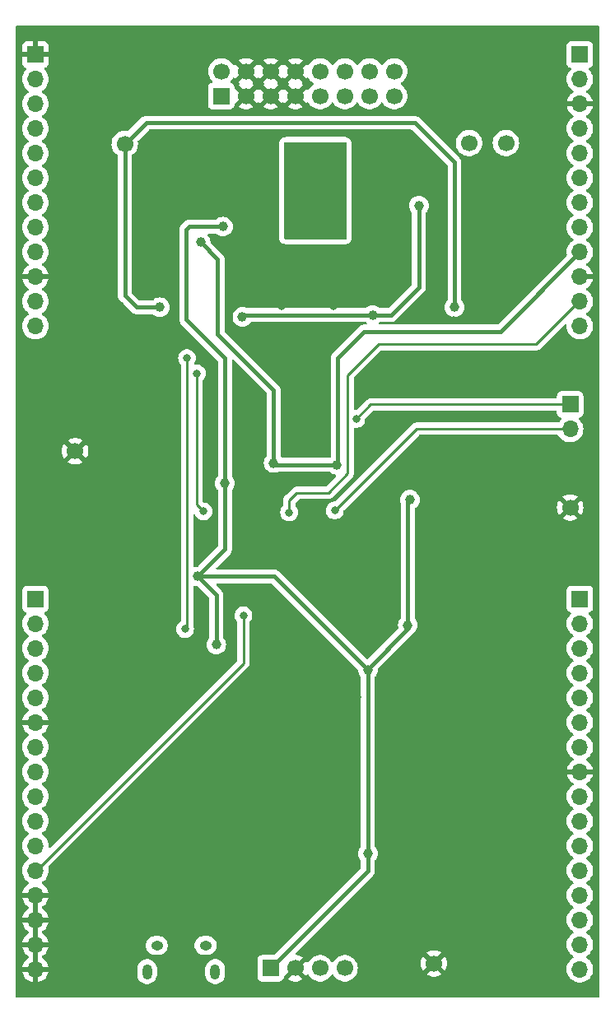
<source format=gbr>
%TF.GenerationSoftware,KiCad,Pcbnew,8.0.3*%
%TF.CreationDate,2024-06-18T16:11:43+01:00*%
%TF.ProjectId,Sinosaur_Components,53696e6f-7361-4757-925f-436f6d706f6e,rev?*%
%TF.SameCoordinates,Original*%
%TF.FileFunction,Copper,L4,Bot*%
%TF.FilePolarity,Positive*%
%FSLAX46Y46*%
G04 Gerber Fmt 4.6, Leading zero omitted, Abs format (unit mm)*
G04 Created by KiCad (PCBNEW 8.0.3) date 2024-06-18 16:11:43*
%MOMM*%
%LPD*%
G01*
G04 APERTURE LIST*
%TA.AperFunction,ComponentPad*%
%ADD10C,1.700000*%
%TD*%
%TA.AperFunction,ComponentPad*%
%ADD11R,1.700000X1.700000*%
%TD*%
%TA.AperFunction,ComponentPad*%
%ADD12O,1.700000X1.700000*%
%TD*%
%TA.AperFunction,ComponentPad*%
%ADD13O,1.250000X0.950000*%
%TD*%
%TA.AperFunction,ComponentPad*%
%ADD14O,1.000000X1.550000*%
%TD*%
%TA.AperFunction,ViaPad*%
%ADD15C,1.000000*%
%TD*%
%TA.AperFunction,ViaPad*%
%ADD16C,0.800000*%
%TD*%
%TA.AperFunction,Conductor*%
%ADD17C,0.400000*%
%TD*%
%TA.AperFunction,Conductor*%
%ADD18C,0.250000*%
%TD*%
G04 APERTURE END LIST*
D10*
%TO.P,TP4,1,1*%
%TO.N,GND*%
X157000000Y-99600000D03*
%TD*%
%TO.P,TP5,1,1*%
%TO.N,GND*%
X143000000Y-146500000D03*
%TD*%
%TO.P,TP2,1,1*%
%TO.N,-12V*%
X111200000Y-62200000D03*
%TD*%
%TO.P,TP3,1,1*%
%TO.N,+3.3V*%
X150400000Y-62100000D03*
%TD*%
D11*
%TO.P,J7,1,Pin_1*%
%TO.N,/USART1_TX*%
X157000000Y-89000000D03*
D12*
%TO.P,J7,2,Pin_2*%
%TO.N,/USART1_RX*%
X157000000Y-91540000D03*
%TD*%
D11*
%TO.P,J6,1,Pin_1*%
%TO.N,/-12V_IN*%
X121125000Y-57270000D03*
D10*
%TO.P,J6,2,Pin_2*%
X121125000Y-54730000D03*
%TO.P,J6,3,Pin_3*%
%TO.N,GND*%
X123665000Y-57270000D03*
%TO.P,J6,4,Pin_4*%
X123665000Y-54730000D03*
%TO.P,J6,5,Pin_5*%
X126205000Y-57270000D03*
%TO.P,J6,6,Pin_6*%
X126205000Y-54730000D03*
%TO.P,J6,7,Pin_7*%
X128745000Y-57270000D03*
%TO.P,J6,8,Pin_8*%
X128745000Y-54730000D03*
%TO.P,J6,9,Pin_9*%
%TO.N,/+12V_IN*%
X131285000Y-57270000D03*
%TO.P,J6,10,Pin_10*%
X131285000Y-54730000D03*
%TO.P,J6,11,11*%
%TO.N,unconnected-(J6-Pad11)*%
X133825000Y-57270000D03*
%TO.P,J6,12,Pin_12*%
%TO.N,unconnected-(J6-Pin_12-Pad12)*%
X133825000Y-54730000D03*
%TO.P,J6,13,Pin_13*%
%TO.N,unconnected-(J6-Pin_13-Pad13)*%
X136365000Y-57270000D03*
%TO.P,J6,14,Pin_14*%
%TO.N,unconnected-(J6-Pin_14-Pad14)*%
X136365000Y-54730000D03*
%TO.P,J6,15,Pin_15*%
%TO.N,/Gate_Normal*%
X138905000Y-57270000D03*
%TO.P,J6,16,Pin_16*%
X138905000Y-54730000D03*
%TD*%
%TO.P,TP1,1,1*%
%TO.N,+12V*%
X146600000Y-62100000D03*
%TD*%
D13*
%TO.P,J8,*%
%TO.N,*%
X114500000Y-144650000D03*
X119500000Y-144650000D03*
D14*
X120500000Y-147350000D03*
%TO.P,J8,6,Shield*%
%TO.N,unconnected-(J8-Shield-Pad6)*%
X113500000Y-147350000D03*
%TD*%
D11*
%TO.P,J5,1,Pin_1*%
%TO.N,+3.3V*%
X126190000Y-147000000D03*
D10*
%TO.P,J5,2,Pin_2*%
%TO.N,GND*%
X128730000Y-147000000D03*
%TO.P,J5,3,Pin_3*%
%TO.N,/SWIO*%
X131270000Y-147000000D03*
%TO.P,J5,4,Pin_4*%
%TO.N,/SWCLK*%
X133810000Y-147000000D03*
%TD*%
%TO.P,TP6,1,1*%
%TO.N,GND*%
X106100000Y-93800000D03*
%TD*%
D11*
%TO.P,J1,1,Pin_1*%
%TO.N,GND*%
X102000000Y-53000000D03*
D12*
%TO.P,J1,2,Pin_2*%
%TO.N,/FM3_Out*%
X102000000Y-55540000D03*
%TO.P,J1,3,Pin_3*%
%TO.N,/FM2_Out*%
X102000000Y-58080000D03*
%TO.P,J1,4,Pin_4*%
%TO.N,/Ramp_Out*%
X102000000Y-60620000D03*
%TO.P,J1,5,Pin_5*%
%TO.N,/Swell_Out*%
X102000000Y-63160000D03*
%TO.P,J1,6,Pin_6*%
%TO.N,/Sine1_Level*%
X102000000Y-65700000D03*
%TO.P,J1,7,Pin_7*%
%TO.N,/Sine2_Level*%
X102000000Y-68240000D03*
%TO.P,J1,8,Pin_8*%
%TO.N,/Swell_Level*%
X102000000Y-70780000D03*
%TO.P,J1,9,Pin_9*%
%TO.N,/Ramp_Rate*%
X102000000Y-73320000D03*
%TO.P,J1,10,Pin_10*%
%TO.N,GND*%
X102000000Y-75860000D03*
%TO.P,J1,11,Pin_11*%
%TO.N,/Ramp_Level*%
X102000000Y-78400000D03*
%TO.P,J1,12,Pin_12*%
%TO.N,/Sine2_Swell_Rate_LED*%
X102000000Y-80940000D03*
%TD*%
D11*
%TO.P,J4,1,Pin_1*%
%TO.N,/Sine3_Swell_Rate_LED*%
X158000000Y-109000000D03*
D12*
%TO.P,J4,2,Pin_2*%
%TO.N,/Sine2_LED*%
X158000000Y-111540000D03*
%TO.P,J4,3,Pin_3*%
%TO.N,/Sine1_LED*%
X158000000Y-114080000D03*
%TO.P,J4,4,Pin_4*%
%TO.N,/Swell_LED*%
X158000000Y-116620000D03*
%TO.P,J4,5,Pin_5*%
%TO.N,/Ramp_LED*%
X158000000Y-119160000D03*
%TO.P,J4,6,Pin_6*%
%TO.N,/Sine2_Ramp_Rate_LED*%
X158000000Y-121700000D03*
%TO.P,J4,7,Pin_7*%
%TO.N,/Sine3_LED*%
X158000000Y-124240000D03*
%TO.P,J4,8,Pin_8*%
%TO.N,GND*%
X158000000Y-126780000D03*
%TO.P,J4,9,Pin_9*%
%TO.N,/Sine3_Rate_Btn*%
X158000000Y-129320000D03*
%TO.P,J4,10,Pin_10*%
%TO.N,/Sine2_Rate_Btn*%
X158000000Y-131860000D03*
%TO.P,J4,11,Pin_11*%
%TO.N,/Sine1_Rate_Btn*%
X158000000Y-134400000D03*
%TO.P,J4,12,Pin_12*%
%TO.N,/Sine3_Lvl_Btn*%
X158000000Y-136940000D03*
%TO.P,J4,13,Pin_13*%
%TO.N,/Sine2_Lvl_Btn*%
X158000000Y-139480000D03*
%TO.P,J4,14,Pin_14*%
%TO.N,/Sine1_Lvl_Btn*%
X158000000Y-142020000D03*
%TO.P,J4,15,Pin_15*%
%TO.N,/Gate_In*%
X158000000Y-144560000D03*
%TO.P,J4,16,Pin_16*%
%TO.N,/Clock_In*%
X158000000Y-147100000D03*
%TD*%
D11*
%TO.P,J2,1,Pin_1*%
%TO.N,/Gate_Normal*%
X158000000Y-53000000D03*
D12*
%TO.P,J2,2,Pin_2*%
%TO.N,+3.3V*%
X158000000Y-55540000D03*
%TO.P,J2,3,Pin_3*%
%TO.N,GND*%
X158000000Y-58080000D03*
%TO.P,J2,4,Pin_4*%
%TO.N,/Sine2_Out*%
X158000000Y-60620000D03*
%TO.P,J2,5,Pin_5*%
%TO.N,/Sine3_Out*%
X158000000Y-63160000D03*
%TO.P,J2,6,Pin_6*%
%TO.N,/Sine3_Level*%
X158000000Y-65700000D03*
%TO.P,J2,7,Pin_7*%
%TO.N,/Sine1_Out*%
X158000000Y-68240000D03*
%TO.P,J2,8,Pin_8*%
%TO.N,/Sine1_Inv_Out*%
X158000000Y-70780000D03*
%TO.P,J2,9,Pin_9*%
%TO.N,+3.3VA*%
X158000000Y-73320000D03*
%TO.P,J2,10,Pin_10*%
%TO.N,GND*%
X158000000Y-75860000D03*
%TO.P,J2,11,Pin_11*%
%TO.N,/Sine1_Rate*%
X158000000Y-78400000D03*
%TO.P,J2,12,Pin_12*%
%TO.N,/Sine3_Rate*%
X158000000Y-80940000D03*
%TD*%
D11*
%TO.P,J3,1,Pin_1*%
%TO.N,/Sine1_Swell_Rate_LED*%
X102000000Y-109000000D03*
D12*
%TO.P,J3,2,Pin_2*%
%TO.N,/Swell_Rate*%
X102000000Y-111540000D03*
%TO.P,J3,3,Pin_3*%
%TO.N,/Sine3_Ramp_Rate_LED*%
X102000000Y-114080000D03*
%TO.P,J3,4,Pin_4*%
%TO.N,/Sine1_Ramp_Lvl_LED*%
X102000000Y-116620000D03*
%TO.P,J3,5,Pin_5*%
%TO.N,/Sine2_Ramp_Lvl_LED*%
X102000000Y-119160000D03*
%TO.P,J3,6,Pin_6*%
%TO.N,GND*%
X102000000Y-121700000D03*
%TO.P,J3,7,Pin_7*%
%TO.N,/Sine3_Ramp_Lvl_LED*%
X102000000Y-124240000D03*
%TO.P,J3,8,Pin_8*%
%TO.N,/Sine1_Swell_Lvl_LED*%
X102000000Y-126780000D03*
%TO.P,J3,9,Pin_9*%
%TO.N,/Sine2_Swell_Lvl_LED*%
X102000000Y-129320000D03*
%TO.P,J3,10,Pin_10*%
%TO.N,/Sine3_Swell_Lvl_LED*%
X102000000Y-131860000D03*
%TO.P,J3,11,Pin_11*%
%TO.N,/Sine1_Ramp_Rate_LED*%
X102000000Y-134400000D03*
%TO.P,J3,12,Pin_12*%
%TO.N,/Sine2_Rate*%
X102000000Y-136940000D03*
%TO.P,J3,13,Pin_13*%
%TO.N,GND*%
X102000000Y-139480000D03*
%TO.P,J3,14,Pin_14*%
X102000000Y-142020000D03*
%TO.P,J3,15,Pin_15*%
X102000000Y-144560000D03*
%TO.P,J3,16,Pin_16*%
X102000000Y-147100000D03*
%TD*%
D15*
%TO.N,GND*%
X118400000Y-142900000D03*
D16*
X151000000Y-51100000D03*
D15*
X128150000Y-92900000D03*
X131400000Y-92850000D03*
D16*
X110500000Y-56700000D03*
X129900000Y-140800000D03*
X123100000Y-109000000D03*
X136200000Y-71000000D03*
X131100000Y-124400000D03*
X129800000Y-74300000D03*
X129800000Y-81400000D03*
X110700000Y-78800000D03*
D15*
X142350000Y-110700000D03*
D16*
X124700000Y-65200000D03*
X154500000Y-143200000D03*
X126700000Y-108600000D03*
X134600000Y-108400000D03*
X118300000Y-146500000D03*
X144300000Y-106000000D03*
D15*
X135218108Y-100828347D03*
D16*
X121300000Y-65200000D03*
X145400000Y-113100000D03*
X117100000Y-124800000D03*
X125200000Y-84500000D03*
X129800000Y-77600000D03*
X111000000Y-118300000D03*
X132000000Y-138400000D03*
D15*
X130500000Y-99700000D03*
D16*
X123300000Y-89300000D03*
X119500000Y-139000000D03*
X140000000Y-64200000D03*
D15*
X124115101Y-100184899D03*
D16*
X150000000Y-98100000D03*
X142300000Y-101800000D03*
X113600000Y-127800000D03*
X126100000Y-100100000D03*
X104400000Y-103600000D03*
X139900000Y-140600000D03*
X123100000Y-105400000D03*
X127300000Y-78900000D03*
X142775000Y-97500000D03*
X128300000Y-101700000D03*
X123000000Y-63100000D03*
X144000000Y-140500000D03*
X153300000Y-110000000D03*
X125900000Y-111700000D03*
X149300000Y-53200000D03*
X109500000Y-58900000D03*
X141400000Y-120900000D03*
X152600000Y-84200000D03*
D15*
X138300000Y-98050000D03*
D16*
X152700000Y-53200000D03*
X110600000Y-126200000D03*
X137900000Y-84900000D03*
D15*
X135000000Y-119100000D03*
D16*
X145000000Y-80300000D03*
X132700000Y-78900000D03*
X149000000Y-78500000D03*
X104000000Y-63700000D03*
D15*
X118250000Y-114850000D03*
X133650000Y-111000000D03*
D16*
X138000000Y-69200000D03*
X141800000Y-65600000D03*
X137300000Y-92600000D03*
X124500000Y-115500000D03*
X143700000Y-84400000D03*
X116700000Y-69500000D03*
X155900000Y-69800000D03*
X116000000Y-89800000D03*
D15*
X115400000Y-106800000D03*
D16*
X116500000Y-120500000D03*
D15*
X132500000Y-119100000D03*
D16*
X155348959Y-55948959D03*
X116200000Y-96700000D03*
X121200000Y-120400000D03*
%TO.N,+3.3V*%
X133200000Y-69800000D03*
X130000000Y-71200000D03*
X128400000Y-69800000D03*
X131600000Y-64200000D03*
D15*
X121300000Y-70700000D03*
D16*
X130000000Y-62800000D03*
X131600000Y-71200000D03*
X131600000Y-69800000D03*
D15*
X136200000Y-135200000D03*
D16*
X130000000Y-69800000D03*
X131600000Y-68200000D03*
D15*
X140525000Y-98800000D03*
D16*
X128400000Y-62800000D03*
D15*
X120600000Y-113700000D03*
D16*
X133200000Y-62800000D03*
X133200000Y-64200000D03*
X133200000Y-65800000D03*
D15*
X118700000Y-106700000D03*
D16*
X128400000Y-71200000D03*
X130000000Y-64200000D03*
D15*
X121500000Y-97100000D03*
D16*
X133200000Y-68200000D03*
X131600000Y-62800000D03*
X128200000Y-68200000D03*
X128200000Y-65800000D03*
D15*
X140305830Y-111698886D03*
D16*
X133200000Y-71200000D03*
D15*
X136200000Y-116300000D03*
D16*
X131600000Y-65800000D03*
X128400000Y-64200000D03*
D15*
%TO.N,+3.3VA*%
X119000000Y-72300000D03*
X133004074Y-95204074D03*
X126515527Y-95018452D03*
%TO.N,+12V*%
X141450000Y-68550000D03*
X136700000Y-79800000D03*
X123300000Y-80000000D03*
%TO.N,-12V*%
X145100000Y-79000000D03*
X114800000Y-79000000D03*
D16*
%TO.N,/Sine2_Rate*%
X123400000Y-110700000D03*
%TO.N,/USART1_TX*%
X135000000Y-90500000D03*
%TO.N,/USART1_RX*%
X132800000Y-99900000D03*
%TO.N,/Swell_DAC*%
X117400000Y-112100000D03*
X117598736Y-84216189D03*
%TO.N,/Sine1_Rate*%
X128100000Y-100100000D03*
%TO.N,/Ramp_DAC*%
X119300000Y-100000000D03*
X118600000Y-85800004D03*
%TD*%
D17*
%TO.N,+3.3V*%
X117500000Y-80200000D02*
X121500000Y-84200000D01*
X118700000Y-106700000D02*
X126600000Y-106700000D01*
X117500000Y-71000000D02*
X117500000Y-80200000D01*
X140305830Y-111698886D02*
X140305830Y-112094170D01*
X121500000Y-84200000D02*
X121500000Y-97100000D01*
X117800000Y-70700000D02*
X117500000Y-71000000D01*
X136200000Y-135200000D02*
X136200000Y-136990000D01*
X120600000Y-108600000D02*
X120600000Y-113700000D01*
X136200000Y-116300000D02*
X136200000Y-135200000D01*
X140305830Y-111698886D02*
X140305830Y-99019170D01*
X136200000Y-136990000D02*
X126190000Y-147000000D01*
X121500000Y-103900000D02*
X118700000Y-106700000D01*
X140305830Y-99019170D02*
X140525000Y-98800000D01*
X140305830Y-112094170D02*
X136200000Y-116200000D01*
X136200000Y-116200000D02*
X136200000Y-116300000D01*
X121500000Y-97100000D02*
X121500000Y-103900000D01*
X118700000Y-106700000D02*
X120600000Y-108600000D01*
X126600000Y-106700000D02*
X136200000Y-116300000D01*
X121300000Y-70700000D02*
X117800000Y-70700000D01*
%TO.N,+3.3VA*%
X133100000Y-84200000D02*
X135800000Y-81500000D01*
X133100000Y-95108148D02*
X133100000Y-84200000D01*
X126701149Y-95204074D02*
X126515527Y-95018452D01*
X120750000Y-81750000D02*
X120750000Y-74050000D01*
X126515527Y-87515527D02*
X120750000Y-81750000D01*
X133004074Y-95204074D02*
X126701149Y-95204074D01*
X133004074Y-95204074D02*
X133100000Y-95108148D01*
X149820000Y-81500000D02*
X158000000Y-73320000D01*
X120750000Y-74050000D02*
X119000000Y-72300000D01*
X126515527Y-95018452D02*
X126515527Y-87515527D01*
X135800000Y-81500000D02*
X149820000Y-81500000D01*
%TO.N,+12V*%
X123300000Y-80000000D02*
X123500000Y-79800000D01*
X138600000Y-79800000D02*
X141450000Y-76950000D01*
X136700000Y-79800000D02*
X138600000Y-79800000D01*
X123500000Y-79800000D02*
X136700000Y-79800000D01*
X141450000Y-76950000D02*
X141450000Y-68550000D01*
%TO.N,-12V*%
X145100000Y-79000000D02*
X145100000Y-64100000D01*
X113400000Y-60000000D02*
X111200000Y-62200000D01*
X111200000Y-77800000D02*
X111200000Y-62200000D01*
X112400000Y-79000000D02*
X111200000Y-77800000D01*
X145100000Y-64100000D02*
X141000000Y-60000000D01*
X141000000Y-60000000D02*
X113400000Y-60000000D01*
X114800000Y-79000000D02*
X112400000Y-79000000D01*
D18*
%TO.N,/Sine2_Rate*%
X102000000Y-136940000D02*
X102060000Y-136940000D01*
X102060000Y-136940000D02*
X123400000Y-115600000D01*
X123400000Y-115600000D02*
X123400000Y-110700000D01*
%TO.N,/USART1_TX*%
X136500000Y-89000000D02*
X135000000Y-90500000D01*
X157000000Y-89000000D02*
X136500000Y-89000000D01*
%TO.N,/USART1_RX*%
X132800000Y-99900000D02*
X141200000Y-91500000D01*
X156960000Y-91500000D02*
X157000000Y-91540000D01*
X141200000Y-91500000D02*
X156960000Y-91500000D01*
%TO.N,/Swell_DAC*%
X117598736Y-111901264D02*
X117598736Y-84216189D01*
X117400000Y-112100000D02*
X117598736Y-111901264D01*
%TO.N,/Sine1_Rate*%
X157900000Y-78400000D02*
X158000000Y-78400000D01*
X134100000Y-86000000D02*
X137300000Y-82800000D01*
X128100000Y-100100000D02*
X128100000Y-98870711D01*
X153500000Y-82800000D02*
X157900000Y-78400000D01*
X137300000Y-82800000D02*
X153500000Y-82800000D01*
X128885355Y-98085355D02*
X132114645Y-98085355D01*
X132114645Y-98085355D02*
X134100000Y-96100000D01*
X134100000Y-96100000D02*
X134100000Y-86000000D01*
X128635355Y-98335355D02*
X128885355Y-98085355D01*
X128100000Y-98870711D02*
X128635355Y-98335355D01*
%TO.N,/Ramp_DAC*%
X118600000Y-99300000D02*
X118600000Y-85800004D01*
X119300000Y-100000000D02*
X118600000Y-99300000D01*
%TD*%
%TA.AperFunction,Conductor*%
%TO.N,GND*%
G36*
X102254000Y-146669297D02*
G01*
X102192993Y-146634075D01*
X102065826Y-146600000D01*
X101934174Y-146600000D01*
X101807007Y-146634075D01*
X101746000Y-146669297D01*
X101746000Y-144990702D01*
X101807007Y-145025925D01*
X101934174Y-145060000D01*
X102065826Y-145060000D01*
X102192993Y-145025925D01*
X102254000Y-144990702D01*
X102254000Y-146669297D01*
G37*
%TD.AperFunction*%
%TA.AperFunction,Conductor*%
G36*
X102254000Y-144129297D02*
G01*
X102192993Y-144094075D01*
X102065826Y-144060000D01*
X101934174Y-144060000D01*
X101807007Y-144094075D01*
X101746000Y-144129297D01*
X101746000Y-142450702D01*
X101807007Y-142485925D01*
X101934174Y-142520000D01*
X102065826Y-142520000D01*
X102192993Y-142485925D01*
X102254000Y-142450702D01*
X102254000Y-144129297D01*
G37*
%TD.AperFunction*%
%TA.AperFunction,Conductor*%
G36*
X102254000Y-141589297D02*
G01*
X102192993Y-141554075D01*
X102065826Y-141520000D01*
X101934174Y-141520000D01*
X101807007Y-141554075D01*
X101746000Y-141589297D01*
X101746000Y-139910702D01*
X101807007Y-139945925D01*
X101934174Y-139980000D01*
X102065826Y-139980000D01*
X102192993Y-139945925D01*
X102254000Y-139910702D01*
X102254000Y-141589297D01*
G37*
%TD.AperFunction*%
%TA.AperFunction,Conductor*%
G36*
X123199075Y-54922993D02*
G01*
X123264901Y-55037007D01*
X123357993Y-55130099D01*
X123472007Y-55195925D01*
X123540051Y-55214157D01*
X122899310Y-55854898D01*
X122919697Y-55870766D01*
X122919705Y-55870771D01*
X122953731Y-55889185D01*
X123004122Y-55939197D01*
X123019475Y-56008514D01*
X122994915Y-56075127D01*
X122953735Y-56110811D01*
X122919705Y-56129227D01*
X122919693Y-56129235D01*
X122899311Y-56145099D01*
X122899310Y-56145100D01*
X123540052Y-56785842D01*
X123472007Y-56804075D01*
X123357993Y-56869901D01*
X123264901Y-56962993D01*
X123199075Y-57077007D01*
X123180842Y-57145052D01*
X122520405Y-56484615D01*
X122486379Y-56422303D01*
X122483500Y-56395520D01*
X122483500Y-56371367D01*
X122483499Y-56371350D01*
X122476990Y-56310803D01*
X122476988Y-56310795D01*
X122447924Y-56232875D01*
X122425889Y-56173796D01*
X122425888Y-56173794D01*
X122425887Y-56173792D01*
X122338261Y-56056738D01*
X122221207Y-55969112D01*
X122221203Y-55969110D01*
X122106192Y-55926213D01*
X122049356Y-55883667D01*
X122024546Y-55817146D01*
X122039638Y-55747772D01*
X122057525Y-55722820D01*
X122200714Y-55567277D01*
X122200724Y-55567265D01*
X122248678Y-55493866D01*
X122289816Y-55430898D01*
X122343819Y-55384810D01*
X122414167Y-55375235D01*
X122478524Y-55405212D01*
X122500782Y-55430899D01*
X122541920Y-55493866D01*
X122541921Y-55493866D01*
X123180841Y-54854946D01*
X123199075Y-54922993D01*
G37*
%TD.AperFunction*%
%TA.AperFunction,Conductor*%
G36*
X125739075Y-54922993D02*
G01*
X125804901Y-55037007D01*
X125897993Y-55130099D01*
X126012007Y-55195925D01*
X126080051Y-55214157D01*
X125439310Y-55854898D01*
X125459697Y-55870766D01*
X125459705Y-55870771D01*
X125493731Y-55889185D01*
X125544122Y-55939197D01*
X125559475Y-56008514D01*
X125534915Y-56075127D01*
X125493735Y-56110811D01*
X125459705Y-56129227D01*
X125459693Y-56129235D01*
X125439311Y-56145099D01*
X125439310Y-56145100D01*
X126080052Y-56785842D01*
X126012007Y-56804075D01*
X125897993Y-56869901D01*
X125804901Y-56962993D01*
X125739075Y-57077007D01*
X125720842Y-57145052D01*
X125081921Y-56506131D01*
X125081920Y-56506132D01*
X125040482Y-56569558D01*
X124986479Y-56615647D01*
X124916131Y-56625222D01*
X124851773Y-56595245D01*
X124829516Y-56569558D01*
X124788078Y-56506132D01*
X124149157Y-57145051D01*
X124130925Y-57077007D01*
X124065099Y-56962993D01*
X123972007Y-56869901D01*
X123857993Y-56804075D01*
X123789947Y-56785841D01*
X124430688Y-56145100D01*
X124430687Y-56145099D01*
X124410308Y-56129237D01*
X124410298Y-56129231D01*
X124376267Y-56110814D01*
X124325876Y-56060801D01*
X124310524Y-55991484D01*
X124335085Y-55924871D01*
X124376268Y-55889186D01*
X124410294Y-55870772D01*
X124410298Y-55870769D01*
X124430688Y-55854898D01*
X123789947Y-55214157D01*
X123857993Y-55195925D01*
X123972007Y-55130099D01*
X124065099Y-55037007D01*
X124130925Y-54922993D01*
X124149158Y-54854947D01*
X124788077Y-55493866D01*
X124788078Y-55493866D01*
X124829516Y-55430441D01*
X124883519Y-55384352D01*
X124953867Y-55374777D01*
X125018225Y-55404754D01*
X125040482Y-55430440D01*
X125081921Y-55493866D01*
X125720841Y-54854946D01*
X125739075Y-54922993D01*
G37*
%TD.AperFunction*%
%TA.AperFunction,Conductor*%
G36*
X128279075Y-54922993D02*
G01*
X128344901Y-55037007D01*
X128437993Y-55130099D01*
X128552007Y-55195925D01*
X128620051Y-55214157D01*
X127979310Y-55854898D01*
X127999697Y-55870766D01*
X127999705Y-55870771D01*
X128033731Y-55889185D01*
X128084122Y-55939197D01*
X128099475Y-56008514D01*
X128074915Y-56075127D01*
X128033735Y-56110811D01*
X127999705Y-56129227D01*
X127999693Y-56129235D01*
X127979311Y-56145099D01*
X127979310Y-56145100D01*
X128620052Y-56785842D01*
X128552007Y-56804075D01*
X128437993Y-56869901D01*
X128344901Y-56962993D01*
X128279075Y-57077007D01*
X128260842Y-57145052D01*
X127621921Y-56506131D01*
X127621920Y-56506132D01*
X127580482Y-56569558D01*
X127526479Y-56615647D01*
X127456131Y-56625222D01*
X127391773Y-56595245D01*
X127369516Y-56569558D01*
X127328078Y-56506132D01*
X126689157Y-57145051D01*
X126670925Y-57077007D01*
X126605099Y-56962993D01*
X126512007Y-56869901D01*
X126397993Y-56804075D01*
X126329947Y-56785841D01*
X126970688Y-56145100D01*
X126970687Y-56145099D01*
X126950308Y-56129237D01*
X126950298Y-56129231D01*
X126916267Y-56110814D01*
X126865876Y-56060801D01*
X126850524Y-55991484D01*
X126875085Y-55924871D01*
X126916268Y-55889186D01*
X126950294Y-55870772D01*
X126950298Y-55870769D01*
X126970688Y-55854898D01*
X126329947Y-55214157D01*
X126397993Y-55195925D01*
X126512007Y-55130099D01*
X126605099Y-55037007D01*
X126670925Y-54922993D01*
X126689158Y-54854947D01*
X127328077Y-55493866D01*
X127328078Y-55493866D01*
X127369516Y-55430441D01*
X127423519Y-55384352D01*
X127493867Y-55374777D01*
X127558225Y-55404754D01*
X127580482Y-55430440D01*
X127621921Y-55493866D01*
X128260841Y-54854946D01*
X128279075Y-54922993D01*
G37*
%TD.AperFunction*%
%TA.AperFunction,Conductor*%
G36*
X129868077Y-55493866D02*
G01*
X129868078Y-55493866D01*
X129909217Y-55430899D01*
X129963221Y-55384810D01*
X130033568Y-55375235D01*
X130097926Y-55405212D01*
X130120183Y-55430898D01*
X130209279Y-55567270D01*
X130361762Y-55732908D01*
X130402182Y-55764368D01*
X130539424Y-55871189D01*
X130572678Y-55889185D01*
X130572680Y-55889186D01*
X130623071Y-55939200D01*
X130638423Y-56008516D01*
X130613862Y-56075129D01*
X130572680Y-56110813D01*
X130539426Y-56128810D01*
X130539424Y-56128811D01*
X130361762Y-56267091D01*
X130209279Y-56432729D01*
X130120183Y-56569101D01*
X130066179Y-56615189D01*
X129995831Y-56624764D01*
X129931474Y-56594786D01*
X129909217Y-56569100D01*
X129868078Y-56506132D01*
X129229157Y-57145051D01*
X129210925Y-57077007D01*
X129145099Y-56962993D01*
X129052007Y-56869901D01*
X128937993Y-56804075D01*
X128869947Y-56785841D01*
X129510688Y-56145100D01*
X129510687Y-56145099D01*
X129490308Y-56129237D01*
X129490298Y-56129231D01*
X129456267Y-56110814D01*
X129405876Y-56060801D01*
X129390524Y-55991484D01*
X129415085Y-55924871D01*
X129456268Y-55889186D01*
X129490294Y-55870772D01*
X129490298Y-55870769D01*
X129510688Y-55854898D01*
X128869947Y-55214157D01*
X128937993Y-55195925D01*
X129052007Y-55130099D01*
X129145099Y-55037007D01*
X129210925Y-54922993D01*
X129229158Y-54854947D01*
X129868077Y-55493866D01*
G37*
%TD.AperFunction*%
%TA.AperFunction,Conductor*%
G36*
X159942121Y-50020002D02*
G01*
X159988614Y-50073658D01*
X160000000Y-50126000D01*
X160000000Y-149874000D01*
X159979998Y-149942121D01*
X159926342Y-149988614D01*
X159874000Y-150000000D01*
X100126000Y-150000000D01*
X100057879Y-149979998D01*
X100011386Y-149926342D01*
X100000000Y-149874000D01*
X100000000Y-111540000D01*
X100636844Y-111540000D01*
X100652459Y-111728445D01*
X100655437Y-111764375D01*
X100710702Y-111982612D01*
X100710703Y-111982613D01*
X100801141Y-112188793D01*
X100924275Y-112377265D01*
X100924279Y-112377270D01*
X101052539Y-112516596D01*
X101076152Y-112542246D01*
X101076762Y-112542908D01*
X101131331Y-112585381D01*
X101254424Y-112681189D01*
X101287680Y-112699186D01*
X101338071Y-112749200D01*
X101353423Y-112818516D01*
X101328862Y-112885129D01*
X101287680Y-112920813D01*
X101254426Y-112938810D01*
X101254424Y-112938811D01*
X101076762Y-113077091D01*
X100924279Y-113242729D01*
X100924275Y-113242734D01*
X100801141Y-113431206D01*
X100710703Y-113637386D01*
X100710702Y-113637387D01*
X100655437Y-113855624D01*
X100655436Y-113855630D01*
X100655436Y-113855632D01*
X100636844Y-114080000D01*
X100652008Y-114263004D01*
X100655437Y-114304375D01*
X100710702Y-114522612D01*
X100710703Y-114522613D01*
X100710704Y-114522616D01*
X100794380Y-114713380D01*
X100801141Y-114728793D01*
X100924275Y-114917265D01*
X100924279Y-114917270D01*
X101076762Y-115082908D01*
X101131331Y-115125381D01*
X101254424Y-115221189D01*
X101287680Y-115239186D01*
X101338071Y-115289200D01*
X101353423Y-115358516D01*
X101328862Y-115425129D01*
X101287680Y-115460813D01*
X101254426Y-115478810D01*
X101254424Y-115478811D01*
X101076762Y-115617091D01*
X100924279Y-115782729D01*
X100924275Y-115782734D01*
X100801141Y-115971206D01*
X100710703Y-116177386D01*
X100710702Y-116177387D01*
X100655437Y-116395624D01*
X100636844Y-116620000D01*
X100655437Y-116844375D01*
X100710702Y-117062612D01*
X100710703Y-117062613D01*
X100801141Y-117268793D01*
X100924275Y-117457265D01*
X100924279Y-117457270D01*
X101076762Y-117622908D01*
X101131331Y-117665381D01*
X101254424Y-117761189D01*
X101287680Y-117779186D01*
X101338071Y-117829200D01*
X101353423Y-117898516D01*
X101328862Y-117965129D01*
X101287680Y-118000813D01*
X101254426Y-118018810D01*
X101254424Y-118018811D01*
X101076762Y-118157091D01*
X100924279Y-118322729D01*
X100924275Y-118322734D01*
X100801141Y-118511206D01*
X100710703Y-118717386D01*
X100710702Y-118717387D01*
X100655437Y-118935624D01*
X100636844Y-119160000D01*
X100655437Y-119384375D01*
X100710702Y-119602612D01*
X100710703Y-119602613D01*
X100801141Y-119808793D01*
X100924275Y-119997265D01*
X100924279Y-119997270D01*
X101076762Y-120162908D01*
X101131331Y-120205381D01*
X101254424Y-120301189D01*
X101288205Y-120319470D01*
X101338596Y-120369482D01*
X101353949Y-120438799D01*
X101329389Y-120505412D01*
X101288209Y-120541096D01*
X101254704Y-120559228D01*
X101254698Y-120559232D01*
X101077097Y-120697465D01*
X100924674Y-120863041D01*
X100801580Y-121051451D01*
X100711179Y-121257543D01*
X100711176Y-121257550D01*
X100663455Y-121445999D01*
X100663456Y-121446000D01*
X101569297Y-121446000D01*
X101534075Y-121507007D01*
X101500000Y-121634174D01*
X101500000Y-121765826D01*
X101534075Y-121892993D01*
X101569297Y-121954000D01*
X100663455Y-121954000D01*
X100711176Y-122142449D01*
X100711179Y-122142456D01*
X100801580Y-122348548D01*
X100924674Y-122536958D01*
X101077097Y-122702534D01*
X101254698Y-122840767D01*
X101254704Y-122840771D01*
X101288207Y-122858902D01*
X101338597Y-122908915D01*
X101353949Y-122978232D01*
X101329388Y-123044845D01*
X101288207Y-123080528D01*
X101254430Y-123098807D01*
X101254424Y-123098811D01*
X101076762Y-123237091D01*
X100924279Y-123402729D01*
X100924275Y-123402734D01*
X100801141Y-123591206D01*
X100710703Y-123797386D01*
X100710702Y-123797387D01*
X100655437Y-124015624D01*
X100636844Y-124240000D01*
X100655437Y-124464375D01*
X100710702Y-124682612D01*
X100710703Y-124682613D01*
X100801141Y-124888793D01*
X100924275Y-125077265D01*
X100924279Y-125077270D01*
X101076762Y-125242908D01*
X101131331Y-125285381D01*
X101254424Y-125381189D01*
X101287680Y-125399186D01*
X101338071Y-125449200D01*
X101353423Y-125518516D01*
X101328862Y-125585129D01*
X101287680Y-125620813D01*
X101254426Y-125638810D01*
X101254424Y-125638811D01*
X101076762Y-125777091D01*
X100924279Y-125942729D01*
X100924275Y-125942734D01*
X100801141Y-126131206D01*
X100710703Y-126337386D01*
X100710702Y-126337387D01*
X100655437Y-126555624D01*
X100655436Y-126555630D01*
X100655436Y-126555632D01*
X100636844Y-126780000D01*
X100652836Y-126972993D01*
X100655437Y-127004375D01*
X100710702Y-127222612D01*
X100710703Y-127222613D01*
X100710704Y-127222616D01*
X100801140Y-127428791D01*
X100801141Y-127428793D01*
X100924275Y-127617265D01*
X100924279Y-127617270D01*
X101076762Y-127782908D01*
X101131331Y-127825381D01*
X101254424Y-127921189D01*
X101287153Y-127938901D01*
X101287680Y-127939186D01*
X101338071Y-127989200D01*
X101353423Y-128058516D01*
X101328862Y-128125129D01*
X101287680Y-128160813D01*
X101254426Y-128178810D01*
X101254424Y-128178811D01*
X101076762Y-128317091D01*
X100924279Y-128482729D01*
X100924275Y-128482734D01*
X100801141Y-128671206D01*
X100710703Y-128877386D01*
X100710702Y-128877387D01*
X100655437Y-129095624D01*
X100636844Y-129320000D01*
X100655437Y-129544375D01*
X100710702Y-129762612D01*
X100710703Y-129762613D01*
X100801141Y-129968793D01*
X100924275Y-130157265D01*
X100924279Y-130157270D01*
X101076762Y-130322908D01*
X101131331Y-130365381D01*
X101254424Y-130461189D01*
X101287680Y-130479186D01*
X101338071Y-130529200D01*
X101353423Y-130598516D01*
X101328862Y-130665129D01*
X101287680Y-130700813D01*
X101254426Y-130718810D01*
X101254424Y-130718811D01*
X101076762Y-130857091D01*
X100924279Y-131022729D01*
X100924275Y-131022734D01*
X100801141Y-131211206D01*
X100710703Y-131417386D01*
X100710702Y-131417387D01*
X100655437Y-131635624D01*
X100636844Y-131860000D01*
X100655437Y-132084375D01*
X100710702Y-132302612D01*
X100710703Y-132302613D01*
X100801141Y-132508793D01*
X100924275Y-132697265D01*
X100924279Y-132697270D01*
X101076762Y-132862908D01*
X101131331Y-132905381D01*
X101254424Y-133001189D01*
X101287680Y-133019186D01*
X101338071Y-133069200D01*
X101353423Y-133138516D01*
X101328862Y-133205129D01*
X101287680Y-133240813D01*
X101254426Y-133258810D01*
X101254424Y-133258811D01*
X101076762Y-133397091D01*
X100924279Y-133562729D01*
X100924275Y-133562734D01*
X100801141Y-133751206D01*
X100710703Y-133957386D01*
X100710702Y-133957387D01*
X100655437Y-134175624D01*
X100655436Y-134175630D01*
X100655436Y-134175632D01*
X100636844Y-134400000D01*
X100643757Y-134483432D01*
X100655437Y-134624375D01*
X100710702Y-134842612D01*
X100710703Y-134842613D01*
X100801141Y-135048793D01*
X100924275Y-135237265D01*
X100924279Y-135237270D01*
X101052539Y-135376596D01*
X101071968Y-135397701D01*
X101076762Y-135402908D01*
X101131331Y-135445381D01*
X101254424Y-135541189D01*
X101287680Y-135559186D01*
X101338071Y-135609200D01*
X101353423Y-135678516D01*
X101328862Y-135745129D01*
X101287680Y-135780813D01*
X101254426Y-135798810D01*
X101254424Y-135798811D01*
X101076762Y-135937091D01*
X100924279Y-136102729D01*
X100924275Y-136102734D01*
X100801141Y-136291206D01*
X100710703Y-136497386D01*
X100710702Y-136497387D01*
X100655437Y-136715624D01*
X100655436Y-136715630D01*
X100655436Y-136715632D01*
X100636844Y-136940000D01*
X100646769Y-137059779D01*
X100655437Y-137164375D01*
X100710702Y-137382612D01*
X100710703Y-137382613D01*
X100801141Y-137588793D01*
X100924275Y-137777265D01*
X100924279Y-137777270D01*
X101076762Y-137942908D01*
X101131331Y-137985381D01*
X101254424Y-138081189D01*
X101288205Y-138099470D01*
X101338596Y-138149482D01*
X101353949Y-138218799D01*
X101329389Y-138285412D01*
X101288209Y-138321096D01*
X101254704Y-138339228D01*
X101254698Y-138339232D01*
X101077097Y-138477465D01*
X100924674Y-138643041D01*
X100801580Y-138831451D01*
X100711179Y-139037543D01*
X100711176Y-139037550D01*
X100663455Y-139225999D01*
X100663456Y-139226000D01*
X101569297Y-139226000D01*
X101534075Y-139287007D01*
X101500000Y-139414174D01*
X101500000Y-139545826D01*
X101534075Y-139672993D01*
X101569297Y-139734000D01*
X100663455Y-139734000D01*
X100711176Y-139922449D01*
X100711179Y-139922456D01*
X100801580Y-140128548D01*
X100924674Y-140316958D01*
X101077097Y-140482534D01*
X101254698Y-140620767D01*
X101254699Y-140620768D01*
X101288734Y-140639187D01*
X101339123Y-140689201D01*
X101354475Y-140758518D01*
X101329913Y-140825130D01*
X101288734Y-140860813D01*
X101254699Y-140879231D01*
X101254698Y-140879232D01*
X101077097Y-141017465D01*
X100924674Y-141183041D01*
X100801580Y-141371451D01*
X100711179Y-141577543D01*
X100711176Y-141577550D01*
X100663455Y-141765999D01*
X100663456Y-141766000D01*
X101569297Y-141766000D01*
X101534075Y-141827007D01*
X101500000Y-141954174D01*
X101500000Y-142085826D01*
X101534075Y-142212993D01*
X101569297Y-142274000D01*
X100663455Y-142274000D01*
X100711176Y-142462449D01*
X100711179Y-142462456D01*
X100801580Y-142668548D01*
X100924674Y-142856958D01*
X101077097Y-143022534D01*
X101254698Y-143160767D01*
X101254699Y-143160768D01*
X101288734Y-143179187D01*
X101339123Y-143229201D01*
X101354475Y-143298518D01*
X101329913Y-143365130D01*
X101288734Y-143400813D01*
X101254699Y-143419231D01*
X101254698Y-143419232D01*
X101077097Y-143557465D01*
X100924674Y-143723041D01*
X100801580Y-143911451D01*
X100711179Y-144117543D01*
X100711176Y-144117550D01*
X100663455Y-144305999D01*
X100663456Y-144306000D01*
X101569297Y-144306000D01*
X101534075Y-144367007D01*
X101500000Y-144494174D01*
X101500000Y-144625826D01*
X101534075Y-144752993D01*
X101569297Y-144814000D01*
X100663455Y-144814000D01*
X100711176Y-145002449D01*
X100711179Y-145002456D01*
X100801580Y-145208548D01*
X100924674Y-145396958D01*
X101077097Y-145562534D01*
X101254698Y-145700767D01*
X101254699Y-145700768D01*
X101288734Y-145719187D01*
X101339123Y-145769201D01*
X101354475Y-145838518D01*
X101329913Y-145905130D01*
X101288734Y-145940813D01*
X101254699Y-145959231D01*
X101254698Y-145959232D01*
X101077097Y-146097465D01*
X100924674Y-146263041D01*
X100801580Y-146451451D01*
X100711179Y-146657543D01*
X100711176Y-146657550D01*
X100663455Y-146845999D01*
X100663456Y-146846000D01*
X101569297Y-146846000D01*
X101534075Y-146907007D01*
X101500000Y-147034174D01*
X101500000Y-147165826D01*
X101534075Y-147292993D01*
X101569297Y-147354000D01*
X100663455Y-147354000D01*
X100711176Y-147542449D01*
X100711179Y-147542456D01*
X100801580Y-147748548D01*
X100924674Y-147936958D01*
X101077097Y-148102534D01*
X101254698Y-148240767D01*
X101254699Y-148240768D01*
X101452628Y-148347882D01*
X101452630Y-148347883D01*
X101665483Y-148420955D01*
X101665492Y-148420957D01*
X101746000Y-148434391D01*
X101746000Y-147530702D01*
X101807007Y-147565925D01*
X101934174Y-147600000D01*
X102065826Y-147600000D01*
X102192993Y-147565925D01*
X102254000Y-147530702D01*
X102254000Y-148434390D01*
X102334507Y-148420957D01*
X102334516Y-148420955D01*
X102547369Y-148347883D01*
X102547371Y-148347882D01*
X102745300Y-148240768D01*
X102745301Y-148240767D01*
X102922902Y-148102534D01*
X103075325Y-147936958D01*
X103198419Y-147748548D01*
X103288820Y-147542456D01*
X103288823Y-147542449D01*
X103336544Y-147354000D01*
X102430703Y-147354000D01*
X102465925Y-147292993D01*
X102500000Y-147165826D01*
X102500000Y-147034174D01*
X102484323Y-146975668D01*
X112491500Y-146975668D01*
X112491500Y-147724331D01*
X112510720Y-147820955D01*
X112530256Y-147919169D01*
X112606279Y-148102704D01*
X112716647Y-148267881D01*
X112857119Y-148408353D01*
X113022296Y-148518721D01*
X113205831Y-148594744D01*
X113400671Y-148633500D01*
X113400672Y-148633500D01*
X113599328Y-148633500D01*
X113599329Y-148633500D01*
X113794169Y-148594744D01*
X113977704Y-148518721D01*
X114142881Y-148408353D01*
X114283353Y-148267881D01*
X114393721Y-148102704D01*
X114469744Y-147919169D01*
X114508500Y-147724329D01*
X114508500Y-146975671D01*
X114508499Y-146975668D01*
X119491500Y-146975668D01*
X119491500Y-147724331D01*
X119510720Y-147820955D01*
X119530256Y-147919169D01*
X119606279Y-148102704D01*
X119716647Y-148267881D01*
X119857119Y-148408353D01*
X120022296Y-148518721D01*
X120205831Y-148594744D01*
X120400671Y-148633500D01*
X120400672Y-148633500D01*
X120599328Y-148633500D01*
X120599329Y-148633500D01*
X120794169Y-148594744D01*
X120977704Y-148518721D01*
X121142881Y-148408353D01*
X121283353Y-148267881D01*
X121393721Y-148102704D01*
X121469744Y-147919169D01*
X121508500Y-147724329D01*
X121508500Y-146975671D01*
X121469744Y-146780831D01*
X121393721Y-146597296D01*
X121283353Y-146432119D01*
X121142881Y-146291647D01*
X120977704Y-146181279D01*
X120794169Y-146105256D01*
X120599331Y-146066500D01*
X120599329Y-146066500D01*
X120400671Y-146066500D01*
X120400668Y-146066500D01*
X120205830Y-146105256D01*
X120205825Y-146105258D01*
X120022296Y-146181279D01*
X119857123Y-146291644D01*
X119857116Y-146291649D01*
X119716649Y-146432116D01*
X119716644Y-146432123D01*
X119606279Y-146597296D01*
X119530258Y-146780825D01*
X119530256Y-146780830D01*
X119491500Y-146975668D01*
X114508499Y-146975668D01*
X114469744Y-146780831D01*
X114393721Y-146597296D01*
X114283353Y-146432119D01*
X114142881Y-146291647D01*
X113977704Y-146181279D01*
X113794169Y-146105256D01*
X113599331Y-146066500D01*
X113599329Y-146066500D01*
X113400671Y-146066500D01*
X113400668Y-146066500D01*
X113205830Y-146105256D01*
X113205825Y-146105258D01*
X113022296Y-146181279D01*
X112857123Y-146291644D01*
X112857116Y-146291649D01*
X112716649Y-146432116D01*
X112716644Y-146432123D01*
X112606279Y-146597296D01*
X112530258Y-146780825D01*
X112530256Y-146780830D01*
X112491500Y-146975668D01*
X102484323Y-146975668D01*
X102465925Y-146907007D01*
X102430703Y-146846000D01*
X103336544Y-146846000D01*
X103336544Y-146845999D01*
X103288823Y-146657550D01*
X103288820Y-146657543D01*
X103198419Y-146451451D01*
X103075325Y-146263041D01*
X102922902Y-146097465D01*
X102745301Y-145959232D01*
X102745300Y-145959231D01*
X102711267Y-145940814D01*
X102660876Y-145890801D01*
X102645524Y-145821484D01*
X102670085Y-145754871D01*
X102711267Y-145719186D01*
X102745300Y-145700768D01*
X102745301Y-145700767D01*
X102922902Y-145562534D01*
X103075325Y-145396958D01*
X103198419Y-145208548D01*
X103288820Y-145002456D01*
X103288823Y-145002449D01*
X103336544Y-144814000D01*
X102430703Y-144814000D01*
X102465925Y-144752993D01*
X102500000Y-144625826D01*
X102500000Y-144553131D01*
X113366500Y-144553131D01*
X113366500Y-144746868D01*
X113390397Y-144867007D01*
X113404295Y-144936876D01*
X113478433Y-145115862D01*
X113586065Y-145276945D01*
X113723055Y-145413935D01*
X113884138Y-145521567D01*
X114063124Y-145595705D01*
X114253134Y-145633500D01*
X114253135Y-145633500D01*
X114746865Y-145633500D01*
X114746866Y-145633500D01*
X114936876Y-145595705D01*
X115115862Y-145521567D01*
X115276945Y-145413935D01*
X115413935Y-145276945D01*
X115521567Y-145115862D01*
X115595705Y-144936876D01*
X115633500Y-144746866D01*
X115633500Y-144553134D01*
X115633499Y-144553131D01*
X118366500Y-144553131D01*
X118366500Y-144746868D01*
X118390397Y-144867007D01*
X118404295Y-144936876D01*
X118478433Y-145115862D01*
X118586065Y-145276945D01*
X118723055Y-145413935D01*
X118884138Y-145521567D01*
X119063124Y-145595705D01*
X119253134Y-145633500D01*
X119253135Y-145633500D01*
X119746865Y-145633500D01*
X119746866Y-145633500D01*
X119936876Y-145595705D01*
X120115862Y-145521567D01*
X120276945Y-145413935D01*
X120413935Y-145276945D01*
X120521567Y-145115862D01*
X120595705Y-144936876D01*
X120633500Y-144746866D01*
X120633500Y-144553134D01*
X120595705Y-144363124D01*
X120521567Y-144184138D01*
X120413935Y-144023055D01*
X120276945Y-143886065D01*
X120115862Y-143778433D01*
X119936876Y-143704295D01*
X119746868Y-143666500D01*
X119746866Y-143666500D01*
X119253134Y-143666500D01*
X119253131Y-143666500D01*
X119063123Y-143704295D01*
X119063118Y-143704297D01*
X118884137Y-143778433D01*
X118723059Y-143886062D01*
X118723052Y-143886067D01*
X118586067Y-144023052D01*
X118586062Y-144023059D01*
X118478433Y-144184137D01*
X118404297Y-144363118D01*
X118404295Y-144363123D01*
X118366500Y-144553131D01*
X115633499Y-144553131D01*
X115595705Y-144363124D01*
X115521567Y-144184138D01*
X115413935Y-144023055D01*
X115276945Y-143886065D01*
X115115862Y-143778433D01*
X114936876Y-143704295D01*
X114746868Y-143666500D01*
X114746866Y-143666500D01*
X114253134Y-143666500D01*
X114253131Y-143666500D01*
X114063123Y-143704295D01*
X114063118Y-143704297D01*
X113884137Y-143778433D01*
X113723059Y-143886062D01*
X113723052Y-143886067D01*
X113586067Y-144023052D01*
X113586062Y-144023059D01*
X113478433Y-144184137D01*
X113404297Y-144363118D01*
X113404295Y-144363123D01*
X113366500Y-144553131D01*
X102500000Y-144553131D01*
X102500000Y-144494174D01*
X102465925Y-144367007D01*
X102430703Y-144306000D01*
X103336544Y-144306000D01*
X103336544Y-144305999D01*
X103288823Y-144117550D01*
X103288820Y-144117543D01*
X103198419Y-143911451D01*
X103075325Y-143723041D01*
X102922902Y-143557465D01*
X102745301Y-143419232D01*
X102745300Y-143419231D01*
X102711267Y-143400814D01*
X102660876Y-143350801D01*
X102645524Y-143281484D01*
X102670085Y-143214871D01*
X102711267Y-143179186D01*
X102745300Y-143160768D01*
X102745301Y-143160767D01*
X102922902Y-143022534D01*
X103075325Y-142856958D01*
X103198419Y-142668548D01*
X103288820Y-142462456D01*
X103288823Y-142462449D01*
X103336544Y-142274000D01*
X102430703Y-142274000D01*
X102465925Y-142212993D01*
X102500000Y-142085826D01*
X102500000Y-141954174D01*
X102465925Y-141827007D01*
X102430703Y-141766000D01*
X103336544Y-141766000D01*
X103336544Y-141765999D01*
X103288823Y-141577550D01*
X103288820Y-141577543D01*
X103198419Y-141371451D01*
X103075325Y-141183041D01*
X102922902Y-141017465D01*
X102745301Y-140879232D01*
X102745300Y-140879231D01*
X102711267Y-140860814D01*
X102660876Y-140810801D01*
X102645524Y-140741484D01*
X102670085Y-140674871D01*
X102711267Y-140639186D01*
X102745300Y-140620768D01*
X102745301Y-140620767D01*
X102922902Y-140482534D01*
X103075325Y-140316958D01*
X103198419Y-140128548D01*
X103288820Y-139922456D01*
X103288823Y-139922449D01*
X103336544Y-139734000D01*
X102430703Y-139734000D01*
X102465925Y-139672993D01*
X102500000Y-139545826D01*
X102500000Y-139414174D01*
X102465925Y-139287007D01*
X102430703Y-139226000D01*
X103336544Y-139226000D01*
X103336544Y-139225999D01*
X103288823Y-139037550D01*
X103288820Y-139037543D01*
X103198419Y-138831451D01*
X103075325Y-138643041D01*
X102922902Y-138477465D01*
X102745301Y-138339232D01*
X102745300Y-138339231D01*
X102711791Y-138321097D01*
X102661401Y-138271083D01*
X102646050Y-138201766D01*
X102670612Y-138135153D01*
X102711790Y-138099472D01*
X102745576Y-138081189D01*
X102923240Y-137942906D01*
X103075722Y-137777268D01*
X103198860Y-137588791D01*
X103289296Y-137382616D01*
X103344564Y-137164368D01*
X103363156Y-136940000D01*
X103344564Y-136715632D01*
X103328941Y-136653938D01*
X103331608Y-136582993D01*
X103361988Y-136533914D01*
X123892071Y-116003833D01*
X123961400Y-115900075D01*
X124009155Y-115784785D01*
X124016139Y-115749672D01*
X124033500Y-115662394D01*
X124033500Y-111402524D01*
X124053502Y-111334403D01*
X124065858Y-111318220D01*
X124139040Y-111236944D01*
X124234527Y-111071556D01*
X124293542Y-110889928D01*
X124313504Y-110700000D01*
X124293542Y-110510072D01*
X124234527Y-110328444D01*
X124139040Y-110163056D01*
X124139038Y-110163054D01*
X124139034Y-110163048D01*
X124011255Y-110021135D01*
X123856752Y-109908882D01*
X123682288Y-109831206D01*
X123495487Y-109791500D01*
X123304513Y-109791500D01*
X123117711Y-109831206D01*
X122943247Y-109908882D01*
X122788744Y-110021135D01*
X122660965Y-110163048D01*
X122660958Y-110163058D01*
X122565476Y-110328438D01*
X122565473Y-110328444D01*
X122555707Y-110358500D01*
X122506457Y-110510072D01*
X122486496Y-110700000D01*
X122506457Y-110889927D01*
X122523374Y-110941991D01*
X122565473Y-111071556D01*
X122660960Y-111236944D01*
X122734137Y-111318215D01*
X122764853Y-111382220D01*
X122766500Y-111402524D01*
X122766500Y-115285405D01*
X122746498Y-115353526D01*
X122729595Y-115374500D01*
X103575401Y-134528693D01*
X103513089Y-134562719D01*
X103442274Y-134557654D01*
X103385438Y-134515107D01*
X103360627Y-134448587D01*
X103360737Y-134429191D01*
X103363156Y-134400004D01*
X103363156Y-134400000D01*
X103344564Y-134175632D01*
X103289296Y-133957384D01*
X103198860Y-133751209D01*
X103192140Y-133740924D01*
X103075724Y-133562734D01*
X103075720Y-133562729D01*
X102923237Y-133397091D01*
X102841382Y-133333381D01*
X102745576Y-133258811D01*
X102712319Y-133240813D01*
X102661929Y-133190802D01*
X102646576Y-133121485D01*
X102671136Y-133054872D01*
X102712320Y-133019186D01*
X102745576Y-133001189D01*
X102923240Y-132862906D01*
X103075722Y-132697268D01*
X103198860Y-132508791D01*
X103289296Y-132302616D01*
X103344564Y-132084368D01*
X103363156Y-131860000D01*
X103344564Y-131635632D01*
X103289296Y-131417384D01*
X103198860Y-131211209D01*
X103192140Y-131200924D01*
X103075724Y-131022734D01*
X103075720Y-131022729D01*
X102923237Y-130857091D01*
X102841382Y-130793381D01*
X102745576Y-130718811D01*
X102712319Y-130700813D01*
X102661929Y-130650802D01*
X102646576Y-130581485D01*
X102671136Y-130514872D01*
X102712320Y-130479186D01*
X102745576Y-130461189D01*
X102923240Y-130322906D01*
X103075722Y-130157268D01*
X103198860Y-129968791D01*
X103289296Y-129762616D01*
X103344564Y-129544368D01*
X103363156Y-129320000D01*
X103344564Y-129095632D01*
X103289296Y-128877384D01*
X103198860Y-128671209D01*
X103192140Y-128660924D01*
X103075724Y-128482734D01*
X103075720Y-128482729D01*
X102923237Y-128317091D01*
X102841382Y-128253381D01*
X102745576Y-128178811D01*
X102712319Y-128160813D01*
X102661929Y-128110802D01*
X102646576Y-128041485D01*
X102671136Y-127974872D01*
X102712320Y-127939186D01*
X102712847Y-127938901D01*
X102745576Y-127921189D01*
X102923240Y-127782906D01*
X103075722Y-127617268D01*
X103198860Y-127428791D01*
X103289296Y-127222616D01*
X103344564Y-127004368D01*
X103363156Y-126780000D01*
X103344564Y-126555632D01*
X103289338Y-126337550D01*
X103289297Y-126337387D01*
X103289296Y-126337386D01*
X103289296Y-126337384D01*
X103198860Y-126131209D01*
X103192140Y-126120924D01*
X103075724Y-125942734D01*
X103075720Y-125942729D01*
X102959570Y-125816559D01*
X102923240Y-125777094D01*
X102923239Y-125777093D01*
X102923237Y-125777091D01*
X102841382Y-125713381D01*
X102745576Y-125638811D01*
X102712319Y-125620813D01*
X102661929Y-125570802D01*
X102646576Y-125501485D01*
X102671136Y-125434872D01*
X102712320Y-125399186D01*
X102745576Y-125381189D01*
X102923240Y-125242906D01*
X103075722Y-125077268D01*
X103198860Y-124888791D01*
X103289296Y-124682616D01*
X103344564Y-124464368D01*
X103363156Y-124240000D01*
X103344564Y-124015632D01*
X103289296Y-123797384D01*
X103198860Y-123591209D01*
X103192140Y-123580924D01*
X103075724Y-123402734D01*
X103075720Y-123402729D01*
X102923237Y-123237091D01*
X102841382Y-123173381D01*
X102745576Y-123098811D01*
X102711792Y-123080528D01*
X102661402Y-123030516D01*
X102646050Y-122961199D01*
X102670610Y-122894586D01*
X102711793Y-122858901D01*
X102745300Y-122840767D01*
X102745301Y-122840767D01*
X102922902Y-122702534D01*
X103075325Y-122536958D01*
X103198419Y-122348548D01*
X103288820Y-122142456D01*
X103288823Y-122142449D01*
X103336544Y-121954000D01*
X102430703Y-121954000D01*
X102465925Y-121892993D01*
X102500000Y-121765826D01*
X102500000Y-121634174D01*
X102465925Y-121507007D01*
X102430703Y-121446000D01*
X103336544Y-121446000D01*
X103336544Y-121445999D01*
X103288823Y-121257550D01*
X103288820Y-121257543D01*
X103198419Y-121051451D01*
X103075325Y-120863041D01*
X102922902Y-120697465D01*
X102745301Y-120559232D01*
X102745300Y-120559231D01*
X102711791Y-120541097D01*
X102661401Y-120491083D01*
X102646050Y-120421766D01*
X102670612Y-120355153D01*
X102711790Y-120319472D01*
X102745576Y-120301189D01*
X102923240Y-120162906D01*
X103075722Y-119997268D01*
X103198860Y-119808791D01*
X103289296Y-119602616D01*
X103344564Y-119384368D01*
X103363156Y-119160000D01*
X103344564Y-118935632D01*
X103289296Y-118717384D01*
X103198860Y-118511209D01*
X103192140Y-118500924D01*
X103075724Y-118322734D01*
X103075720Y-118322729D01*
X102923237Y-118157091D01*
X102841382Y-118093381D01*
X102745576Y-118018811D01*
X102712319Y-118000813D01*
X102661929Y-117950802D01*
X102646576Y-117881485D01*
X102671136Y-117814872D01*
X102712320Y-117779186D01*
X102745576Y-117761189D01*
X102923240Y-117622906D01*
X103075722Y-117457268D01*
X103198860Y-117268791D01*
X103289296Y-117062616D01*
X103344564Y-116844368D01*
X103363156Y-116620000D01*
X103344564Y-116395632D01*
X103324848Y-116317776D01*
X103289297Y-116177387D01*
X103289296Y-116177386D01*
X103289296Y-116177384D01*
X103198860Y-115971209D01*
X103152386Y-115900075D01*
X103075724Y-115782734D01*
X103075720Y-115782729D01*
X102923237Y-115617091D01*
X102841382Y-115553381D01*
X102745576Y-115478811D01*
X102712319Y-115460813D01*
X102661929Y-115410802D01*
X102646576Y-115341485D01*
X102671136Y-115274872D01*
X102712320Y-115239186D01*
X102745576Y-115221189D01*
X102923240Y-115082906D01*
X103075722Y-114917268D01*
X103198860Y-114728791D01*
X103289296Y-114522616D01*
X103344564Y-114304368D01*
X103363156Y-114080000D01*
X103344564Y-113855632D01*
X103289296Y-113637384D01*
X103198860Y-113431209D01*
X103121105Y-113312196D01*
X103075724Y-113242734D01*
X103075720Y-113242729D01*
X102923237Y-113077091D01*
X102835050Y-113008452D01*
X102745576Y-112938811D01*
X102712319Y-112920813D01*
X102661929Y-112870802D01*
X102646576Y-112801485D01*
X102671136Y-112734872D01*
X102712320Y-112699186D01*
X102745576Y-112681189D01*
X102923240Y-112542906D01*
X103075722Y-112377268D01*
X103198860Y-112188791D01*
X103237807Y-112100000D01*
X116486496Y-112100000D01*
X116506457Y-112289927D01*
X116534836Y-112377265D01*
X116565473Y-112471556D01*
X116565476Y-112471561D01*
X116660958Y-112636941D01*
X116660965Y-112636951D01*
X116788744Y-112778864D01*
X116819879Y-112801485D01*
X116943248Y-112891118D01*
X117117712Y-112968794D01*
X117304513Y-113008500D01*
X117495487Y-113008500D01*
X117682288Y-112968794D01*
X117856752Y-112891118D01*
X118011253Y-112778866D01*
X118011255Y-112778864D01*
X118139034Y-112636951D01*
X118139035Y-112636949D01*
X118139040Y-112636944D01*
X118234527Y-112471556D01*
X118293542Y-112289928D01*
X118313504Y-112100000D01*
X118293542Y-111910072D01*
X118238402Y-111740372D01*
X118232236Y-111701437D01*
X118232236Y-107781876D01*
X118252238Y-107713755D01*
X118305894Y-107667262D01*
X118376168Y-107657158D01*
X118394809Y-107661301D01*
X118502299Y-107693908D01*
X118502300Y-107693908D01*
X118502303Y-107693909D01*
X118502302Y-107693909D01*
X118610774Y-107704591D01*
X118667789Y-107710207D01*
X118733621Y-107736789D01*
X118744534Y-107746505D01*
X119854595Y-108856565D01*
X119888620Y-108918877D01*
X119891500Y-108945660D01*
X119891500Y-112928518D01*
X119871498Y-112996639D01*
X119862902Y-113008447D01*
X119826666Y-113052600D01*
X119757405Y-113136995D01*
X119663759Y-113312195D01*
X119606090Y-113502305D01*
X119586620Y-113699996D01*
X119586620Y-113700003D01*
X119606090Y-113897694D01*
X119606091Y-113897700D01*
X119606092Y-113897701D01*
X119663759Y-114087804D01*
X119757405Y-114263004D01*
X119883432Y-114416568D01*
X120036996Y-114542595D01*
X120212196Y-114636241D01*
X120402299Y-114693908D01*
X120402303Y-114693908D01*
X120402305Y-114693909D01*
X120599997Y-114713380D01*
X120600000Y-114713380D01*
X120600003Y-114713380D01*
X120797694Y-114693909D01*
X120797695Y-114693908D01*
X120797701Y-114693908D01*
X120987804Y-114636241D01*
X121163004Y-114542595D01*
X121316568Y-114416568D01*
X121442595Y-114263004D01*
X121536241Y-114087804D01*
X121593908Y-113897701D01*
X121598052Y-113855632D01*
X121613380Y-113700003D01*
X121613380Y-113699996D01*
X121593909Y-113502305D01*
X121593908Y-113502303D01*
X121593908Y-113502299D01*
X121536241Y-113312196D01*
X121442595Y-113136996D01*
X121337100Y-113008450D01*
X121309347Y-112943105D01*
X121308500Y-112928518D01*
X121308500Y-108530220D01*
X121308499Y-108530216D01*
X121281273Y-108393338D01*
X121259150Y-108339930D01*
X121227865Y-108264400D01*
X121150328Y-108148358D01*
X120625563Y-107623593D01*
X120591540Y-107561283D01*
X120596604Y-107490468D01*
X120639151Y-107433632D01*
X120705671Y-107408821D01*
X120714660Y-107408500D01*
X126254339Y-107408500D01*
X126322460Y-107428502D01*
X126343434Y-107445405D01*
X135153493Y-116255464D01*
X135187519Y-116317776D01*
X135189791Y-116332208D01*
X135206090Y-116497694D01*
X135263759Y-116687804D01*
X135357405Y-116863004D01*
X135462899Y-116991548D01*
X135490653Y-117056895D01*
X135491500Y-117071482D01*
X135491500Y-134428518D01*
X135471498Y-134496639D01*
X135462899Y-134508452D01*
X135357405Y-134636995D01*
X135263759Y-134812195D01*
X135206090Y-135002305D01*
X135186620Y-135199996D01*
X135186620Y-135200003D01*
X135206090Y-135397694D01*
X135263759Y-135587804D01*
X135357405Y-135763004D01*
X135462899Y-135891548D01*
X135490653Y-135956895D01*
X135491500Y-135971482D01*
X135491500Y-136644339D01*
X135471498Y-136712460D01*
X135454595Y-136733434D01*
X126583434Y-145604595D01*
X126521122Y-145638621D01*
X126494339Y-145641500D01*
X125291350Y-145641500D01*
X125230803Y-145648009D01*
X125230795Y-145648011D01*
X125093797Y-145699110D01*
X125093792Y-145699112D01*
X124976738Y-145786738D01*
X124889112Y-145903792D01*
X124889110Y-145903797D01*
X124838011Y-146040795D01*
X124838009Y-146040803D01*
X124831500Y-146101350D01*
X124831500Y-147898649D01*
X124838009Y-147959196D01*
X124838011Y-147959204D01*
X124889110Y-148096202D01*
X124889112Y-148096207D01*
X124976738Y-148213261D01*
X125093792Y-148300887D01*
X125093794Y-148300888D01*
X125093796Y-148300889D01*
X125147600Y-148320957D01*
X125230795Y-148351988D01*
X125230803Y-148351990D01*
X125291350Y-148358499D01*
X125291355Y-148358499D01*
X125291362Y-148358500D01*
X125291368Y-148358500D01*
X127088632Y-148358500D01*
X127088638Y-148358500D01*
X127088645Y-148358499D01*
X127088649Y-148358499D01*
X127149196Y-148351990D01*
X127149199Y-148351989D01*
X127149201Y-148351989D01*
X127160210Y-148347883D01*
X127168045Y-148344960D01*
X127286204Y-148300889D01*
X127330298Y-148267881D01*
X127403261Y-148213261D01*
X127490887Y-148096207D01*
X127490887Y-148096206D01*
X127490889Y-148096204D01*
X127541989Y-147959201D01*
X127544348Y-147937265D01*
X127548499Y-147898649D01*
X127548500Y-147898632D01*
X127548500Y-147874479D01*
X127568502Y-147806358D01*
X127585405Y-147785384D01*
X128245841Y-147124947D01*
X128264075Y-147192993D01*
X128329901Y-147307007D01*
X128422993Y-147400099D01*
X128537007Y-147465925D01*
X128605051Y-147484157D01*
X127964310Y-148124898D01*
X127984697Y-148140766D01*
X127984701Y-148140768D01*
X128182628Y-148247882D01*
X128182630Y-148247883D01*
X128395483Y-148320955D01*
X128395490Y-148320957D01*
X128617477Y-148358000D01*
X128842523Y-148358000D01*
X129064509Y-148320957D01*
X129064516Y-148320955D01*
X129277369Y-148247883D01*
X129277371Y-148247881D01*
X129475298Y-148140769D01*
X129495688Y-148124898D01*
X128854947Y-147484157D01*
X128922993Y-147465925D01*
X129037007Y-147400099D01*
X129130099Y-147307007D01*
X129195925Y-147192993D01*
X129214158Y-147124947D01*
X129853077Y-147763866D01*
X129853078Y-147763866D01*
X129894217Y-147700899D01*
X129948221Y-147654810D01*
X130018568Y-147645235D01*
X130082926Y-147675212D01*
X130105183Y-147700898D01*
X130194279Y-147837270D01*
X130346762Y-148002908D01*
X130401331Y-148045381D01*
X130524424Y-148141189D01*
X130722426Y-148248342D01*
X130722427Y-148248342D01*
X130722428Y-148248343D01*
X130779341Y-148267881D01*
X130935365Y-148321444D01*
X131157431Y-148358500D01*
X131157435Y-148358500D01*
X131382565Y-148358500D01*
X131382569Y-148358500D01*
X131604635Y-148321444D01*
X131817574Y-148248342D01*
X132015576Y-148141189D01*
X132193240Y-148002906D01*
X132345722Y-147837268D01*
X132434518Y-147701354D01*
X132488520Y-147655268D01*
X132558868Y-147645692D01*
X132623225Y-147675669D01*
X132645480Y-147701353D01*
X132678607Y-147752058D01*
X132734275Y-147837265D01*
X132734279Y-147837270D01*
X132886762Y-148002908D01*
X132941331Y-148045381D01*
X133064424Y-148141189D01*
X133262426Y-148248342D01*
X133262427Y-148248342D01*
X133262428Y-148248343D01*
X133319341Y-148267881D01*
X133475365Y-148321444D01*
X133697431Y-148358500D01*
X133697435Y-148358500D01*
X133922565Y-148358500D01*
X133922569Y-148358500D01*
X134144635Y-148321444D01*
X134357574Y-148248342D01*
X134555576Y-148141189D01*
X134733240Y-148002906D01*
X134885722Y-147837268D01*
X135008860Y-147648791D01*
X135099296Y-147442616D01*
X135154564Y-147224368D01*
X135173156Y-147000000D01*
X135154564Y-146775632D01*
X135124620Y-146657386D01*
X135099297Y-146557387D01*
X135099296Y-146557386D01*
X135099296Y-146557384D01*
X135074125Y-146500000D01*
X141637346Y-146500000D01*
X141655932Y-146724292D01*
X141711176Y-146942449D01*
X141711179Y-146942456D01*
X141801580Y-147148548D01*
X141876921Y-147263866D01*
X142515841Y-146624946D01*
X142534075Y-146692993D01*
X142599901Y-146807007D01*
X142692993Y-146900099D01*
X142807007Y-146965925D01*
X142875051Y-146984157D01*
X142234310Y-147624898D01*
X142254697Y-147640766D01*
X142254701Y-147640768D01*
X142452628Y-147747882D01*
X142452630Y-147747883D01*
X142665483Y-147820955D01*
X142665490Y-147820957D01*
X142887477Y-147858000D01*
X143112523Y-147858000D01*
X143334509Y-147820957D01*
X143334516Y-147820955D01*
X143547369Y-147747883D01*
X143547371Y-147747881D01*
X143745298Y-147640769D01*
X143765688Y-147624898D01*
X143124947Y-146984157D01*
X143192993Y-146965925D01*
X143307007Y-146900099D01*
X143400099Y-146807007D01*
X143465925Y-146692993D01*
X143484158Y-146624947D01*
X144123077Y-147263866D01*
X144198419Y-147148548D01*
X144288820Y-146942456D01*
X144288823Y-146942449D01*
X144344067Y-146724292D01*
X144362653Y-146500000D01*
X144344067Y-146275707D01*
X144288823Y-146057550D01*
X144288820Y-146057543D01*
X144198419Y-145851451D01*
X144123077Y-145736132D01*
X143484157Y-146375051D01*
X143465925Y-146307007D01*
X143400099Y-146192993D01*
X143307007Y-146099901D01*
X143192993Y-146034075D01*
X143124947Y-146015841D01*
X143765688Y-145375100D01*
X143765687Y-145375099D01*
X143745308Y-145359237D01*
X143745298Y-145359231D01*
X143547371Y-145252117D01*
X143547369Y-145252116D01*
X143334516Y-145179044D01*
X143334509Y-145179042D01*
X143112523Y-145142000D01*
X142887477Y-145142000D01*
X142665490Y-145179042D01*
X142665483Y-145179044D01*
X142452630Y-145252116D01*
X142452628Y-145252118D01*
X142254700Y-145359230D01*
X142254693Y-145359235D01*
X142234311Y-145375099D01*
X142234310Y-145375100D01*
X142875052Y-146015842D01*
X142807007Y-146034075D01*
X142692993Y-146099901D01*
X142599901Y-146192993D01*
X142534075Y-146307007D01*
X142515842Y-146375052D01*
X141876921Y-145736131D01*
X141876920Y-145736132D01*
X141801586Y-145851439D01*
X141801579Y-145851453D01*
X141711179Y-146057543D01*
X141711176Y-146057550D01*
X141655932Y-146275707D01*
X141637346Y-146500000D01*
X135074125Y-146500000D01*
X135008860Y-146351209D01*
X134991597Y-146324786D01*
X134885724Y-146162734D01*
X134885720Y-146162729D01*
X134733237Y-145997091D01*
X134615086Y-145905130D01*
X134555576Y-145858811D01*
X134357574Y-145751658D01*
X134357572Y-145751657D01*
X134357571Y-145751656D01*
X134144639Y-145678557D01*
X134144630Y-145678555D01*
X134100476Y-145671187D01*
X133922569Y-145641500D01*
X133697431Y-145641500D01*
X133549211Y-145666233D01*
X133475369Y-145678555D01*
X133475360Y-145678557D01*
X133262428Y-145751656D01*
X133262426Y-145751658D01*
X133078021Y-145851453D01*
X133064426Y-145858810D01*
X133064424Y-145858811D01*
X132886762Y-145997091D01*
X132734279Y-146162729D01*
X132645483Y-146298643D01*
X132591479Y-146344731D01*
X132521131Y-146354306D01*
X132456774Y-146324329D01*
X132434517Y-146298643D01*
X132345720Y-146162729D01*
X132193237Y-145997091D01*
X132075086Y-145905130D01*
X132015576Y-145858811D01*
X131817574Y-145751658D01*
X131817572Y-145751657D01*
X131817571Y-145751656D01*
X131604639Y-145678557D01*
X131604630Y-145678555D01*
X131560476Y-145671187D01*
X131382569Y-145641500D01*
X131157431Y-145641500D01*
X131009211Y-145666233D01*
X130935369Y-145678555D01*
X130935360Y-145678557D01*
X130722428Y-145751656D01*
X130722426Y-145751658D01*
X130538021Y-145851453D01*
X130524426Y-145858810D01*
X130524424Y-145858811D01*
X130346762Y-145997091D01*
X130194279Y-146162729D01*
X130105183Y-146299101D01*
X130051179Y-146345189D01*
X129980831Y-146354764D01*
X129916474Y-146324786D01*
X129894217Y-146299100D01*
X129853078Y-146236132D01*
X129214157Y-146875051D01*
X129195925Y-146807007D01*
X129130099Y-146692993D01*
X129037007Y-146599901D01*
X128922993Y-146534075D01*
X128854947Y-146515841D01*
X129495688Y-145875100D01*
X129495687Y-145875099D01*
X129475308Y-145859237D01*
X129475298Y-145859231D01*
X129277371Y-145752117D01*
X129277369Y-145752116D01*
X129064516Y-145679044D01*
X129064509Y-145679042D01*
X128837387Y-145641143D01*
X128837598Y-145639878D01*
X128777014Y-145616493D01*
X128735118Y-145559176D01*
X128730860Y-145488307D01*
X128764569Y-145427400D01*
X136750328Y-137441642D01*
X136827865Y-137325600D01*
X136859150Y-137250070D01*
X136881273Y-137196662D01*
X136908500Y-137059781D01*
X136908500Y-135971482D01*
X136928502Y-135903361D01*
X136937101Y-135891548D01*
X137042595Y-135763004D01*
X137136241Y-135587804D01*
X137193908Y-135397701D01*
X137209710Y-135237268D01*
X137213380Y-135200003D01*
X137213380Y-135199996D01*
X137193909Y-135002305D01*
X137193908Y-135002303D01*
X137193908Y-135002299D01*
X137136241Y-134812196D01*
X137042595Y-134636996D01*
X136937100Y-134508450D01*
X136909347Y-134443105D01*
X136908500Y-134428518D01*
X136908500Y-117071482D01*
X136928502Y-117003361D01*
X136937101Y-116991548D01*
X137042595Y-116863004D01*
X137136241Y-116687804D01*
X137193908Y-116497701D01*
X137211630Y-116317776D01*
X137213380Y-116300003D01*
X137213380Y-116300001D01*
X137212357Y-116289613D01*
X137209231Y-116257884D01*
X137222458Y-116188134D01*
X137245526Y-116156442D01*
X140837689Y-112564279D01*
X140863720Y-112544976D01*
X140863684Y-112544922D01*
X140864789Y-112544183D01*
X140867400Y-112542247D01*
X140868834Y-112541481D01*
X141022398Y-112415454D01*
X141148425Y-112261890D01*
X141242071Y-112086690D01*
X141299738Y-111896587D01*
X141316300Y-111728438D01*
X141319210Y-111698889D01*
X141319210Y-111698882D01*
X141303561Y-111540000D01*
X156636844Y-111540000D01*
X156652459Y-111728445D01*
X156655437Y-111764375D01*
X156710702Y-111982612D01*
X156710703Y-111982613D01*
X156801141Y-112188793D01*
X156924275Y-112377265D01*
X156924279Y-112377270D01*
X157052539Y-112516596D01*
X157076152Y-112542246D01*
X157076762Y-112542908D01*
X157131331Y-112585381D01*
X157254424Y-112681189D01*
X157287680Y-112699186D01*
X157338071Y-112749200D01*
X157353423Y-112818516D01*
X157328862Y-112885129D01*
X157287680Y-112920813D01*
X157254426Y-112938810D01*
X157254424Y-112938811D01*
X157076762Y-113077091D01*
X156924279Y-113242729D01*
X156924275Y-113242734D01*
X156801141Y-113431206D01*
X156710703Y-113637386D01*
X156710702Y-113637387D01*
X156655437Y-113855624D01*
X156655436Y-113855630D01*
X156655436Y-113855632D01*
X156636844Y-114080000D01*
X156652008Y-114263004D01*
X156655437Y-114304375D01*
X156710702Y-114522612D01*
X156710703Y-114522613D01*
X156710704Y-114522616D01*
X156794380Y-114713380D01*
X156801141Y-114728793D01*
X156924275Y-114917265D01*
X156924279Y-114917270D01*
X157076762Y-115082908D01*
X157131331Y-115125381D01*
X157254424Y-115221189D01*
X157287680Y-115239186D01*
X157338071Y-115289200D01*
X157353423Y-115358516D01*
X157328862Y-115425129D01*
X157287680Y-115460813D01*
X157254426Y-115478810D01*
X157254424Y-115478811D01*
X157076762Y-115617091D01*
X156924279Y-115782729D01*
X156924275Y-115782734D01*
X156801141Y-115971206D01*
X156710703Y-116177386D01*
X156710702Y-116177387D01*
X156655437Y-116395624D01*
X156636844Y-116620000D01*
X156655437Y-116844375D01*
X156710702Y-117062612D01*
X156710703Y-117062613D01*
X156801141Y-117268793D01*
X156924275Y-117457265D01*
X156924279Y-117457270D01*
X157076762Y-117622908D01*
X157131331Y-117665381D01*
X157254424Y-117761189D01*
X157287680Y-117779186D01*
X157338071Y-117829200D01*
X157353423Y-117898516D01*
X157328862Y-117965129D01*
X157287680Y-118000813D01*
X157254426Y-118018810D01*
X157254424Y-118018811D01*
X157076762Y-118157091D01*
X156924279Y-118322729D01*
X156924275Y-118322734D01*
X156801141Y-118511206D01*
X156710703Y-118717386D01*
X156710702Y-118717387D01*
X156655437Y-118935624D01*
X156636844Y-119160000D01*
X156655437Y-119384375D01*
X156710702Y-119602612D01*
X156710703Y-119602613D01*
X156801141Y-119808793D01*
X156924275Y-119997265D01*
X156924279Y-119997270D01*
X157076762Y-120162908D01*
X157131331Y-120205381D01*
X157254424Y-120301189D01*
X157287680Y-120319186D01*
X157338071Y-120369200D01*
X157353423Y-120438516D01*
X157328862Y-120505129D01*
X157287680Y-120540813D01*
X157254426Y-120558810D01*
X157254424Y-120558811D01*
X157076762Y-120697091D01*
X156924279Y-120862729D01*
X156924275Y-120862734D01*
X156801141Y-121051206D01*
X156710703Y-121257386D01*
X156710702Y-121257387D01*
X156655437Y-121475624D01*
X156655436Y-121475630D01*
X156655436Y-121475632D01*
X156636844Y-121700000D01*
X156652836Y-121892993D01*
X156655437Y-121924375D01*
X156710702Y-122142612D01*
X156710703Y-122142613D01*
X156710704Y-122142616D01*
X156801140Y-122348791D01*
X156801141Y-122348793D01*
X156924275Y-122537265D01*
X156924279Y-122537270D01*
X157076762Y-122702908D01*
X157131331Y-122745381D01*
X157254424Y-122841189D01*
X157287153Y-122858901D01*
X157287680Y-122859186D01*
X157338071Y-122909200D01*
X157353423Y-122978516D01*
X157328862Y-123045129D01*
X157287680Y-123080813D01*
X157254426Y-123098810D01*
X157254424Y-123098811D01*
X157076762Y-123237091D01*
X156924279Y-123402729D01*
X156924275Y-123402734D01*
X156801141Y-123591206D01*
X156710703Y-123797386D01*
X156710702Y-123797387D01*
X156655437Y-124015624D01*
X156636844Y-124240000D01*
X156655437Y-124464375D01*
X156710702Y-124682612D01*
X156710703Y-124682613D01*
X156801141Y-124888793D01*
X156924275Y-125077265D01*
X156924279Y-125077270D01*
X157076762Y-125242908D01*
X157131331Y-125285381D01*
X157254424Y-125381189D01*
X157288205Y-125399470D01*
X157338596Y-125449482D01*
X157353949Y-125518799D01*
X157329389Y-125585412D01*
X157288209Y-125621096D01*
X157254704Y-125639228D01*
X157254698Y-125639232D01*
X157077097Y-125777465D01*
X156924674Y-125943041D01*
X156801580Y-126131451D01*
X156711179Y-126337543D01*
X156711176Y-126337550D01*
X156663455Y-126525999D01*
X156663456Y-126526000D01*
X157569297Y-126526000D01*
X157534075Y-126587007D01*
X157500000Y-126714174D01*
X157500000Y-126845826D01*
X157534075Y-126972993D01*
X157569297Y-127034000D01*
X156663455Y-127034000D01*
X156711176Y-127222449D01*
X156711179Y-127222456D01*
X156801580Y-127428548D01*
X156924674Y-127616958D01*
X157077097Y-127782534D01*
X157254698Y-127920767D01*
X157254704Y-127920771D01*
X157288207Y-127938902D01*
X157338597Y-127988915D01*
X157353949Y-128058232D01*
X157329388Y-128124845D01*
X157288207Y-128160528D01*
X157254430Y-128178807D01*
X157254424Y-128178811D01*
X157076762Y-128317091D01*
X156924279Y-128482729D01*
X156924275Y-128482734D01*
X156801141Y-128671206D01*
X156710703Y-128877386D01*
X156710702Y-128877387D01*
X156655437Y-129095624D01*
X156636844Y-129320000D01*
X156655437Y-129544375D01*
X156710702Y-129762612D01*
X156710703Y-129762613D01*
X156801141Y-129968793D01*
X156924275Y-130157265D01*
X156924279Y-130157270D01*
X157076762Y-130322908D01*
X157131331Y-130365381D01*
X157254424Y-130461189D01*
X157287680Y-130479186D01*
X157338071Y-130529200D01*
X157353423Y-130598516D01*
X157328862Y-130665129D01*
X157287680Y-130700813D01*
X157254426Y-130718810D01*
X157254424Y-130718811D01*
X157076762Y-130857091D01*
X156924279Y-131022729D01*
X156924275Y-131022734D01*
X156801141Y-131211206D01*
X156710703Y-131417386D01*
X156710702Y-131417387D01*
X156655437Y-131635624D01*
X156636844Y-131860000D01*
X156655437Y-132084375D01*
X156710702Y-132302612D01*
X156710703Y-132302613D01*
X156801141Y-132508793D01*
X156924275Y-132697265D01*
X156924279Y-132697270D01*
X157076762Y-132862908D01*
X157131331Y-132905381D01*
X157254424Y-133001189D01*
X157287680Y-133019186D01*
X157338071Y-133069200D01*
X157353423Y-133138516D01*
X157328862Y-133205129D01*
X157287680Y-133240813D01*
X157254426Y-133258810D01*
X157254424Y-133258811D01*
X157076762Y-133397091D01*
X156924279Y-133562729D01*
X156924275Y-133562734D01*
X156801141Y-133751206D01*
X156710703Y-133957386D01*
X156710702Y-133957387D01*
X156655437Y-134175624D01*
X156655436Y-134175630D01*
X156655436Y-134175632D01*
X156636844Y-134400000D01*
X156643757Y-134483432D01*
X156655437Y-134624375D01*
X156710702Y-134842612D01*
X156710703Y-134842613D01*
X156801141Y-135048793D01*
X156924275Y-135237265D01*
X156924279Y-135237270D01*
X157052539Y-135376596D01*
X157071968Y-135397701D01*
X157076762Y-135402908D01*
X157131331Y-135445381D01*
X157254424Y-135541189D01*
X157287680Y-135559186D01*
X157338071Y-135609200D01*
X157353423Y-135678516D01*
X157328862Y-135745129D01*
X157287680Y-135780813D01*
X157254426Y-135798810D01*
X157254424Y-135798811D01*
X157076762Y-135937091D01*
X156924279Y-136102729D01*
X156924275Y-136102734D01*
X156801141Y-136291206D01*
X156710703Y-136497386D01*
X156710702Y-136497387D01*
X156655437Y-136715624D01*
X156655436Y-136715630D01*
X156655436Y-136715632D01*
X156636844Y-136940000D01*
X156646769Y-137059779D01*
X156655437Y-137164375D01*
X156710702Y-137382612D01*
X156710703Y-137382613D01*
X156801141Y-137588793D01*
X156924275Y-137777265D01*
X156924279Y-137777270D01*
X157076762Y-137942908D01*
X157131331Y-137985381D01*
X157254424Y-138081189D01*
X157287680Y-138099186D01*
X157338071Y-138149200D01*
X157353423Y-138218516D01*
X157328862Y-138285129D01*
X157287680Y-138320813D01*
X157254426Y-138338810D01*
X157254424Y-138338811D01*
X157076762Y-138477091D01*
X156924279Y-138642729D01*
X156924275Y-138642734D01*
X156801141Y-138831206D01*
X156710703Y-139037386D01*
X156710702Y-139037387D01*
X156655437Y-139255624D01*
X156655436Y-139255630D01*
X156655436Y-139255632D01*
X156636844Y-139480000D01*
X156652836Y-139672993D01*
X156655437Y-139704375D01*
X156710702Y-139922612D01*
X156710703Y-139922613D01*
X156710704Y-139922616D01*
X156801140Y-140128791D01*
X156801141Y-140128793D01*
X156924275Y-140317265D01*
X156924279Y-140317270D01*
X157076762Y-140482908D01*
X157131331Y-140525381D01*
X157254424Y-140621189D01*
X157287680Y-140639186D01*
X157338071Y-140689200D01*
X157353423Y-140758516D01*
X157328862Y-140825129D01*
X157287680Y-140860813D01*
X157254426Y-140878810D01*
X157254424Y-140878811D01*
X157076762Y-141017091D01*
X156924279Y-141182729D01*
X156924275Y-141182734D01*
X156801141Y-141371206D01*
X156710703Y-141577386D01*
X156710702Y-141577387D01*
X156655437Y-141795624D01*
X156655436Y-141795630D01*
X156655436Y-141795632D01*
X156636844Y-142020000D01*
X156652836Y-142212993D01*
X156655437Y-142244375D01*
X156710702Y-142462612D01*
X156710703Y-142462613D01*
X156710704Y-142462616D01*
X156801140Y-142668791D01*
X156801141Y-142668793D01*
X156924275Y-142857265D01*
X156924279Y-142857270D01*
X157076762Y-143022908D01*
X157131331Y-143065381D01*
X157254424Y-143161189D01*
X157287680Y-143179186D01*
X157338071Y-143229200D01*
X157353423Y-143298516D01*
X157328862Y-143365129D01*
X157287680Y-143400813D01*
X157254426Y-143418810D01*
X157254424Y-143418811D01*
X157076762Y-143557091D01*
X156924279Y-143722729D01*
X156924275Y-143722734D01*
X156801141Y-143911206D01*
X156710703Y-144117386D01*
X156710702Y-144117387D01*
X156655437Y-144335624D01*
X156655436Y-144335630D01*
X156655436Y-144335632D01*
X156636844Y-144560000D01*
X156652836Y-144752993D01*
X156655437Y-144784375D01*
X156710702Y-145002612D01*
X156710703Y-145002613D01*
X156710704Y-145002616D01*
X156801140Y-145208791D01*
X156801141Y-145208793D01*
X156924275Y-145397265D01*
X156924279Y-145397270D01*
X157076762Y-145562908D01*
X157118896Y-145595702D01*
X157254424Y-145701189D01*
X157287680Y-145719186D01*
X157338071Y-145769200D01*
X157353423Y-145838516D01*
X157328862Y-145905129D01*
X157287680Y-145940813D01*
X157254426Y-145958810D01*
X157254424Y-145958811D01*
X157076762Y-146097091D01*
X156924279Y-146262729D01*
X156924275Y-146262734D01*
X156801141Y-146451206D01*
X156710703Y-146657386D01*
X156710702Y-146657387D01*
X156655437Y-146875624D01*
X156655436Y-146875630D01*
X156655436Y-146875632D01*
X156636844Y-147100000D01*
X156653997Y-147307007D01*
X156655437Y-147324375D01*
X156710702Y-147542612D01*
X156710703Y-147542613D01*
X156710704Y-147542616D01*
X156801140Y-147748791D01*
X156801141Y-147748793D01*
X156924275Y-147937265D01*
X156924279Y-147937270D01*
X156984704Y-148002908D01*
X157070588Y-148096202D01*
X157076762Y-148102908D01*
X157125406Y-148140769D01*
X157254424Y-148241189D01*
X157452426Y-148348342D01*
X157452427Y-148348342D01*
X157452428Y-148348343D01*
X157482012Y-148358499D01*
X157665365Y-148421444D01*
X157887431Y-148458500D01*
X157887435Y-148458500D01*
X158112565Y-148458500D01*
X158112569Y-148458500D01*
X158334635Y-148421444D01*
X158547574Y-148348342D01*
X158745576Y-148241189D01*
X158923240Y-148102906D01*
X159075722Y-147937268D01*
X159198860Y-147748791D01*
X159289296Y-147542616D01*
X159344564Y-147324368D01*
X159363156Y-147100000D01*
X159344564Y-146875632D01*
X159319241Y-146775632D01*
X159289297Y-146657387D01*
X159289296Y-146657386D01*
X159289296Y-146657384D01*
X159198860Y-146451209D01*
X159192140Y-146440924D01*
X159075724Y-146262734D01*
X159075720Y-146262729D01*
X158959570Y-146136559D01*
X158923240Y-146097094D01*
X158923239Y-146097093D01*
X158923237Y-146097091D01*
X158794761Y-145997094D01*
X158745576Y-145958811D01*
X158712319Y-145940813D01*
X158661929Y-145890802D01*
X158646576Y-145821485D01*
X158671136Y-145754872D01*
X158712320Y-145719186D01*
X158745576Y-145701189D01*
X158923240Y-145562906D01*
X159075722Y-145397268D01*
X159198860Y-145208791D01*
X159289296Y-145002616D01*
X159344564Y-144784368D01*
X159363156Y-144560000D01*
X159344564Y-144335632D01*
X159323637Y-144252993D01*
X159289297Y-144117387D01*
X159289296Y-144117386D01*
X159289296Y-144117384D01*
X159198860Y-143911209D01*
X159182431Y-143886062D01*
X159075724Y-143722734D01*
X159075720Y-143722729D01*
X158959570Y-143596559D01*
X158923240Y-143557094D01*
X158923239Y-143557093D01*
X158923237Y-143557091D01*
X158841382Y-143493381D01*
X158745576Y-143418811D01*
X158712319Y-143400813D01*
X158661929Y-143350802D01*
X158646576Y-143281485D01*
X158671136Y-143214872D01*
X158712320Y-143179186D01*
X158745576Y-143161189D01*
X158923240Y-143022906D01*
X159075722Y-142857268D01*
X159198860Y-142668791D01*
X159289296Y-142462616D01*
X159344564Y-142244368D01*
X159363156Y-142020000D01*
X159344564Y-141795632D01*
X159289338Y-141577550D01*
X159289297Y-141577387D01*
X159289296Y-141577386D01*
X159289296Y-141577384D01*
X159198860Y-141371209D01*
X159192140Y-141360924D01*
X159075724Y-141182734D01*
X159075720Y-141182729D01*
X158959570Y-141056559D01*
X158923240Y-141017094D01*
X158923239Y-141017093D01*
X158923237Y-141017091D01*
X158841382Y-140953381D01*
X158745576Y-140878811D01*
X158712319Y-140860813D01*
X158661929Y-140810802D01*
X158646576Y-140741485D01*
X158671136Y-140674872D01*
X158712320Y-140639186D01*
X158745576Y-140621189D01*
X158923240Y-140482906D01*
X159075722Y-140317268D01*
X159198860Y-140128791D01*
X159289296Y-139922616D01*
X159344564Y-139704368D01*
X159363156Y-139480000D01*
X159344564Y-139255632D01*
X159289338Y-139037550D01*
X159289297Y-139037387D01*
X159289296Y-139037386D01*
X159289296Y-139037384D01*
X159198860Y-138831209D01*
X159192140Y-138820924D01*
X159075724Y-138642734D01*
X159075720Y-138642729D01*
X158959570Y-138516559D01*
X158923240Y-138477094D01*
X158923239Y-138477093D01*
X158923237Y-138477091D01*
X158841382Y-138413381D01*
X158745576Y-138338811D01*
X158712319Y-138320813D01*
X158661929Y-138270802D01*
X158646576Y-138201485D01*
X158671136Y-138134872D01*
X158712320Y-138099186D01*
X158745576Y-138081189D01*
X158923240Y-137942906D01*
X159075722Y-137777268D01*
X159198860Y-137588791D01*
X159289296Y-137382616D01*
X159344564Y-137164368D01*
X159363156Y-136940000D01*
X159344564Y-136715632D01*
X159289296Y-136497384D01*
X159198860Y-136291209D01*
X159192140Y-136280924D01*
X159075724Y-136102734D01*
X159075720Y-136102729D01*
X158923237Y-135937091D01*
X158841382Y-135873381D01*
X158745576Y-135798811D01*
X158712319Y-135780813D01*
X158661929Y-135730802D01*
X158646576Y-135661485D01*
X158671136Y-135594872D01*
X158712320Y-135559186D01*
X158745576Y-135541189D01*
X158923240Y-135402906D01*
X159075722Y-135237268D01*
X159198860Y-135048791D01*
X159289296Y-134842616D01*
X159344564Y-134624368D01*
X159363156Y-134400000D01*
X159344564Y-134175632D01*
X159289296Y-133957384D01*
X159198860Y-133751209D01*
X159192140Y-133740924D01*
X159075724Y-133562734D01*
X159075720Y-133562729D01*
X158923237Y-133397091D01*
X158841382Y-133333381D01*
X158745576Y-133258811D01*
X158712319Y-133240813D01*
X158661929Y-133190802D01*
X158646576Y-133121485D01*
X158671136Y-133054872D01*
X158712320Y-133019186D01*
X158745576Y-133001189D01*
X158923240Y-132862906D01*
X159075722Y-132697268D01*
X159198860Y-132508791D01*
X159289296Y-132302616D01*
X159344564Y-132084368D01*
X159363156Y-131860000D01*
X159344564Y-131635632D01*
X159289296Y-131417384D01*
X159198860Y-131211209D01*
X159192140Y-131200924D01*
X159075724Y-131022734D01*
X159075720Y-131022729D01*
X158923237Y-130857091D01*
X158841382Y-130793381D01*
X158745576Y-130718811D01*
X158712319Y-130700813D01*
X158661929Y-130650802D01*
X158646576Y-130581485D01*
X158671136Y-130514872D01*
X158712320Y-130479186D01*
X158745576Y-130461189D01*
X158923240Y-130322906D01*
X159075722Y-130157268D01*
X159198860Y-129968791D01*
X159289296Y-129762616D01*
X159344564Y-129544368D01*
X159363156Y-129320000D01*
X159344564Y-129095632D01*
X159289296Y-128877384D01*
X159198860Y-128671209D01*
X159192140Y-128660924D01*
X159075724Y-128482734D01*
X159075720Y-128482729D01*
X158923237Y-128317091D01*
X158841382Y-128253381D01*
X158745576Y-128178811D01*
X158711792Y-128160528D01*
X158661402Y-128110516D01*
X158646050Y-128041199D01*
X158670610Y-127974586D01*
X158711793Y-127938901D01*
X158745300Y-127920767D01*
X158745301Y-127920767D01*
X158922902Y-127782534D01*
X159075325Y-127616958D01*
X159198419Y-127428548D01*
X159288820Y-127222456D01*
X159288823Y-127222449D01*
X159336544Y-127034000D01*
X158430703Y-127034000D01*
X158465925Y-126972993D01*
X158500000Y-126845826D01*
X158500000Y-126714174D01*
X158465925Y-126587007D01*
X158430703Y-126526000D01*
X159336544Y-126526000D01*
X159336544Y-126525999D01*
X159288823Y-126337550D01*
X159288820Y-126337543D01*
X159198419Y-126131451D01*
X159075325Y-125943041D01*
X158922902Y-125777465D01*
X158745301Y-125639232D01*
X158745300Y-125639231D01*
X158711791Y-125621097D01*
X158661401Y-125571083D01*
X158646050Y-125501766D01*
X158670612Y-125435153D01*
X158711790Y-125399472D01*
X158745576Y-125381189D01*
X158923240Y-125242906D01*
X159075722Y-125077268D01*
X159198860Y-124888791D01*
X159289296Y-124682616D01*
X159344564Y-124464368D01*
X159363156Y-124240000D01*
X159344564Y-124015632D01*
X159289296Y-123797384D01*
X159198860Y-123591209D01*
X159192140Y-123580924D01*
X159075724Y-123402734D01*
X159075720Y-123402729D01*
X158923237Y-123237091D01*
X158841382Y-123173381D01*
X158745576Y-123098811D01*
X158712319Y-123080813D01*
X158661929Y-123030802D01*
X158646576Y-122961485D01*
X158671136Y-122894872D01*
X158712320Y-122859186D01*
X158712847Y-122858901D01*
X158745576Y-122841189D01*
X158923240Y-122702906D01*
X159075722Y-122537268D01*
X159198860Y-122348791D01*
X159289296Y-122142616D01*
X159344564Y-121924368D01*
X159363156Y-121700000D01*
X159344564Y-121475632D01*
X159289338Y-121257550D01*
X159289297Y-121257387D01*
X159289296Y-121257386D01*
X159289296Y-121257384D01*
X159198860Y-121051209D01*
X159192140Y-121040924D01*
X159075724Y-120862734D01*
X159075720Y-120862729D01*
X158959570Y-120736559D01*
X158923240Y-120697094D01*
X158923239Y-120697093D01*
X158923237Y-120697091D01*
X158841382Y-120633381D01*
X158745576Y-120558811D01*
X158712319Y-120540813D01*
X158661929Y-120490802D01*
X158646576Y-120421485D01*
X158671136Y-120354872D01*
X158712320Y-120319186D01*
X158745576Y-120301189D01*
X158923240Y-120162906D01*
X159075722Y-119997268D01*
X159198860Y-119808791D01*
X159289296Y-119602616D01*
X159344564Y-119384368D01*
X159363156Y-119160000D01*
X159344564Y-118935632D01*
X159289296Y-118717384D01*
X159198860Y-118511209D01*
X159192140Y-118500924D01*
X159075724Y-118322734D01*
X159075720Y-118322729D01*
X158923237Y-118157091D01*
X158841382Y-118093381D01*
X158745576Y-118018811D01*
X158712319Y-118000813D01*
X158661929Y-117950802D01*
X158646576Y-117881485D01*
X158671136Y-117814872D01*
X158712320Y-117779186D01*
X158745576Y-117761189D01*
X158923240Y-117622906D01*
X159075722Y-117457268D01*
X159198860Y-117268791D01*
X159289296Y-117062616D01*
X159344564Y-116844368D01*
X159363156Y-116620000D01*
X159344564Y-116395632D01*
X159324848Y-116317776D01*
X159289297Y-116177387D01*
X159289296Y-116177386D01*
X159289296Y-116177384D01*
X159198860Y-115971209D01*
X159152386Y-115900075D01*
X159075724Y-115782734D01*
X159075720Y-115782729D01*
X158923237Y-115617091D01*
X158841382Y-115553381D01*
X158745576Y-115478811D01*
X158712319Y-115460813D01*
X158661929Y-115410802D01*
X158646576Y-115341485D01*
X158671136Y-115274872D01*
X158712320Y-115239186D01*
X158745576Y-115221189D01*
X158923240Y-115082906D01*
X159075722Y-114917268D01*
X159198860Y-114728791D01*
X159289296Y-114522616D01*
X159344564Y-114304368D01*
X159363156Y-114080000D01*
X159344564Y-113855632D01*
X159289296Y-113637384D01*
X159198860Y-113431209D01*
X159121105Y-113312196D01*
X159075724Y-113242734D01*
X159075720Y-113242729D01*
X158923237Y-113077091D01*
X158835050Y-113008452D01*
X158745576Y-112938811D01*
X158712319Y-112920813D01*
X158661929Y-112870802D01*
X158646576Y-112801485D01*
X158671136Y-112734872D01*
X158712320Y-112699186D01*
X158745576Y-112681189D01*
X158923240Y-112542906D01*
X159075722Y-112377268D01*
X159198860Y-112188791D01*
X159289296Y-111982616D01*
X159344564Y-111764368D01*
X159363156Y-111540000D01*
X159344564Y-111315632D01*
X159342855Y-111308882D01*
X159289297Y-111097387D01*
X159289296Y-111097386D01*
X159289296Y-111097384D01*
X159198860Y-110891209D01*
X159192140Y-110880924D01*
X159075724Y-110702734D01*
X159075719Y-110702729D01*
X158932524Y-110547179D01*
X158901103Y-110483514D01*
X158909090Y-110412968D01*
X158953948Y-110357939D01*
X158981183Y-110343789D01*
X159096204Y-110300889D01*
X159213261Y-110213261D01*
X159300889Y-110096204D01*
X159351989Y-109959201D01*
X159358500Y-109898638D01*
X159358500Y-108101362D01*
X159358499Y-108101350D01*
X159351990Y-108040803D01*
X159351988Y-108040795D01*
X159300889Y-107903797D01*
X159300887Y-107903792D01*
X159213261Y-107786738D01*
X159096207Y-107699112D01*
X159096202Y-107699110D01*
X158959204Y-107648011D01*
X158959196Y-107648009D01*
X158898649Y-107641500D01*
X158898638Y-107641500D01*
X157101362Y-107641500D01*
X157101350Y-107641500D01*
X157040803Y-107648009D01*
X157040795Y-107648011D01*
X156903797Y-107699110D01*
X156903792Y-107699112D01*
X156786738Y-107786738D01*
X156699112Y-107903792D01*
X156699110Y-107903797D01*
X156648011Y-108040795D01*
X156648009Y-108040803D01*
X156641500Y-108101350D01*
X156641500Y-109898649D01*
X156648009Y-109959196D01*
X156648011Y-109959204D01*
X156699110Y-110096202D01*
X156699112Y-110096207D01*
X156786738Y-110213261D01*
X156903791Y-110300886D01*
X156903792Y-110300886D01*
X156903796Y-110300889D01*
X157018810Y-110343787D01*
X157075642Y-110386332D01*
X157100453Y-110452852D01*
X157085362Y-110522226D01*
X157067475Y-110547179D01*
X156924280Y-110702729D01*
X156924275Y-110702734D01*
X156801141Y-110891206D01*
X156710703Y-111097386D01*
X156710702Y-111097387D01*
X156655437Y-111315624D01*
X156655436Y-111315630D01*
X156655436Y-111315632D01*
X156636844Y-111540000D01*
X141303561Y-111540000D01*
X141299739Y-111501191D01*
X141299738Y-111501189D01*
X141299738Y-111501185D01*
X141242071Y-111311082D01*
X141148425Y-111135882D01*
X141042930Y-111007336D01*
X141015177Y-110941991D01*
X141014330Y-110927404D01*
X141014330Y-99757495D01*
X141034332Y-99689374D01*
X141080938Y-99646371D01*
X141088004Y-99642595D01*
X141139906Y-99600000D01*
X155637346Y-99600000D01*
X155655932Y-99824292D01*
X155711176Y-100042449D01*
X155711179Y-100042456D01*
X155801580Y-100248548D01*
X155876921Y-100363866D01*
X156515841Y-99724946D01*
X156534075Y-99792993D01*
X156599901Y-99907007D01*
X156692993Y-100000099D01*
X156807007Y-100065925D01*
X156875051Y-100084157D01*
X156234310Y-100724898D01*
X156254697Y-100740766D01*
X156254701Y-100740768D01*
X156452628Y-100847882D01*
X156452630Y-100847883D01*
X156665483Y-100920955D01*
X156665490Y-100920957D01*
X156887477Y-100958000D01*
X157112523Y-100958000D01*
X157334509Y-100920957D01*
X157334516Y-100920955D01*
X157547369Y-100847883D01*
X157547371Y-100847881D01*
X157745298Y-100740769D01*
X157765688Y-100724898D01*
X157124947Y-100084157D01*
X157192993Y-100065925D01*
X157307007Y-100000099D01*
X157400099Y-99907007D01*
X157465925Y-99792993D01*
X157484158Y-99724947D01*
X158123077Y-100363866D01*
X158198419Y-100248548D01*
X158288820Y-100042456D01*
X158288823Y-100042449D01*
X158344067Y-99824292D01*
X158362653Y-99600000D01*
X158344067Y-99375707D01*
X158288823Y-99157550D01*
X158288820Y-99157543D01*
X158198419Y-98951451D01*
X158123077Y-98836132D01*
X157484157Y-99475051D01*
X157465925Y-99407007D01*
X157400099Y-99292993D01*
X157307007Y-99199901D01*
X157192993Y-99134075D01*
X157124947Y-99115841D01*
X157765688Y-98475100D01*
X157765687Y-98475099D01*
X157745308Y-98459237D01*
X157745298Y-98459231D01*
X157547371Y-98352117D01*
X157547369Y-98352116D01*
X157334516Y-98279044D01*
X157334509Y-98279042D01*
X157112523Y-98242000D01*
X156887477Y-98242000D01*
X156665490Y-98279042D01*
X156665483Y-98279044D01*
X156452630Y-98352116D01*
X156452628Y-98352118D01*
X156254700Y-98459230D01*
X156254693Y-98459235D01*
X156234311Y-98475099D01*
X156234310Y-98475100D01*
X156875052Y-99115842D01*
X156807007Y-99134075D01*
X156692993Y-99199901D01*
X156599901Y-99292993D01*
X156534075Y-99407007D01*
X156515842Y-99475052D01*
X155876921Y-98836131D01*
X155876920Y-98836132D01*
X155801586Y-98951439D01*
X155801579Y-98951453D01*
X155711179Y-99157543D01*
X155711176Y-99157550D01*
X155655932Y-99375707D01*
X155637346Y-99600000D01*
X141139906Y-99600000D01*
X141241568Y-99516568D01*
X141367595Y-99363004D01*
X141461241Y-99187804D01*
X141518908Y-98997701D01*
X141519803Y-98988621D01*
X141538380Y-98800003D01*
X141538380Y-98799996D01*
X141518909Y-98602305D01*
X141518908Y-98602303D01*
X141518908Y-98602299D01*
X141461241Y-98412196D01*
X141367595Y-98236996D01*
X141241568Y-98083432D01*
X141088004Y-97957405D01*
X140912804Y-97863759D01*
X140722701Y-97806092D01*
X140722700Y-97806091D01*
X140722694Y-97806090D01*
X140525003Y-97786620D01*
X140524997Y-97786620D01*
X140327305Y-97806090D01*
X140137195Y-97863759D01*
X139961995Y-97957405D01*
X139808432Y-98083432D01*
X139682405Y-98236995D01*
X139588759Y-98412195D01*
X139531090Y-98602305D01*
X139511620Y-98799996D01*
X139511620Y-98800003D01*
X139531090Y-98997694D01*
X139590556Y-99193728D01*
X139589471Y-99194057D01*
X139597330Y-99233559D01*
X139597330Y-110927404D01*
X139577328Y-110995525D01*
X139568729Y-111007338D01*
X139463235Y-111135881D01*
X139369589Y-111311081D01*
X139311920Y-111501191D01*
X139292450Y-111698882D01*
X139292450Y-111698889D01*
X139311920Y-111896581D01*
X139334109Y-111969730D01*
X139334742Y-112040723D01*
X139302629Y-112095399D01*
X136239095Y-115158933D01*
X136176783Y-115192959D01*
X136105968Y-115187894D01*
X136060905Y-115158933D01*
X127051648Y-106149676D01*
X127051642Y-106149671D01*
X127013137Y-106123943D01*
X126935601Y-106072135D01*
X126844427Y-106034369D01*
X126844426Y-106034368D01*
X126806669Y-106018729D01*
X126806663Y-106018727D01*
X126806662Y-106018727D01*
X126738221Y-106005113D01*
X126738220Y-106005112D01*
X126669787Y-105991500D01*
X126669782Y-105991500D01*
X126669781Y-105991500D01*
X120714661Y-105991500D01*
X120646540Y-105971498D01*
X120600047Y-105917842D01*
X120589943Y-105847568D01*
X120619437Y-105782988D01*
X120625566Y-105776405D01*
X122050323Y-104351648D01*
X122050328Y-104351643D01*
X122127865Y-104235601D01*
X122181273Y-104106661D01*
X122208500Y-103969782D01*
X122208500Y-103830218D01*
X122208500Y-97871482D01*
X122228502Y-97803361D01*
X122237101Y-97791548D01*
X122342595Y-97663004D01*
X122436241Y-97487804D01*
X122493908Y-97297701D01*
X122513380Y-97100000D01*
X122493908Y-96902299D01*
X122436241Y-96712196D01*
X122342595Y-96536996D01*
X122237100Y-96408450D01*
X122209347Y-96343105D01*
X122208500Y-96328518D01*
X122208500Y-84514660D01*
X122228502Y-84446539D01*
X122282158Y-84400046D01*
X122352432Y-84389942D01*
X122417012Y-84419436D01*
X122423595Y-84425565D01*
X125770122Y-87772092D01*
X125804148Y-87834404D01*
X125807027Y-87861187D01*
X125807027Y-94246970D01*
X125787025Y-94315091D01*
X125778426Y-94326904D01*
X125672932Y-94455447D01*
X125579286Y-94630647D01*
X125521617Y-94820757D01*
X125502147Y-95018448D01*
X125502147Y-95018455D01*
X125521617Y-95216146D01*
X125521618Y-95216152D01*
X125521619Y-95216153D01*
X125579286Y-95406256D01*
X125672932Y-95581456D01*
X125798959Y-95735020D01*
X125952523Y-95861047D01*
X126127723Y-95954693D01*
X126317826Y-96012360D01*
X126317830Y-96012360D01*
X126317832Y-96012361D01*
X126515524Y-96031832D01*
X126515527Y-96031832D01*
X126515530Y-96031832D01*
X126713221Y-96012361D01*
X126713222Y-96012360D01*
X126713228Y-96012360D01*
X126903331Y-95954693D01*
X126954295Y-95927451D01*
X127013691Y-95912574D01*
X132232592Y-95912574D01*
X132300713Y-95932576D01*
X132312521Y-95941171D01*
X132441070Y-96046669D01*
X132616270Y-96140315D01*
X132806373Y-96197982D01*
X132814114Y-96198744D01*
X132879946Y-96225326D01*
X132920957Y-96283279D01*
X132924126Y-96354205D01*
X132890861Y-96413233D01*
X131889144Y-97414951D01*
X131826834Y-97448975D01*
X131800051Y-97451855D01*
X128822958Y-97451855D01*
X128749923Y-97466383D01*
X128700570Y-97476200D01*
X128700568Y-97476200D01*
X128700567Y-97476201D01*
X128585278Y-97523956D01*
X128481526Y-97593281D01*
X128481519Y-97593286D01*
X128231522Y-97843283D01*
X128231522Y-97843284D01*
X127837812Y-98236995D01*
X127607926Y-98466881D01*
X127607925Y-98466883D01*
X127538599Y-98570636D01*
X127518586Y-98618953D01*
X127490847Y-98685920D01*
X127490845Y-98685925D01*
X127466500Y-98808314D01*
X127466500Y-99397474D01*
X127446498Y-99465595D01*
X127434137Y-99481784D01*
X127360957Y-99563059D01*
X127265476Y-99728438D01*
X127265473Y-99728445D01*
X127206457Y-99910072D01*
X127186496Y-100100000D01*
X127206457Y-100289927D01*
X127213986Y-100313097D01*
X127265473Y-100471556D01*
X127265476Y-100471561D01*
X127360958Y-100636941D01*
X127360965Y-100636951D01*
X127488744Y-100778864D01*
X127549999Y-100823368D01*
X127643248Y-100891118D01*
X127817712Y-100968794D01*
X128004513Y-101008500D01*
X128195487Y-101008500D01*
X128382288Y-100968794D01*
X128556752Y-100891118D01*
X128711253Y-100778866D01*
X128745557Y-100740768D01*
X128839034Y-100636951D01*
X128839035Y-100636949D01*
X128839040Y-100636944D01*
X128934527Y-100471556D01*
X128993542Y-100289928D01*
X129013504Y-100100000D01*
X128993542Y-99910072D01*
X128934527Y-99728444D01*
X128839040Y-99563056D01*
X128765863Y-99481784D01*
X128735146Y-99417776D01*
X128733500Y-99397474D01*
X128733500Y-99185304D01*
X128753502Y-99117183D01*
X128770405Y-99096209D01*
X129110854Y-98755760D01*
X129173166Y-98721734D01*
X129199949Y-98718855D01*
X132177038Y-98718855D01*
X132177039Y-98718855D01*
X132299430Y-98694510D01*
X132414720Y-98646755D01*
X132518478Y-98577426D01*
X134592071Y-96503833D01*
X134661400Y-96400075D01*
X134709155Y-96284785D01*
X134733500Y-96162394D01*
X134733500Y-96037606D01*
X134733500Y-91527746D01*
X134753502Y-91459625D01*
X134807158Y-91413132D01*
X134877432Y-91403028D01*
X134885669Y-91404494D01*
X134904513Y-91408500D01*
X134904516Y-91408500D01*
X135095487Y-91408500D01*
X135282288Y-91368794D01*
X135456752Y-91291118D01*
X135611253Y-91178866D01*
X135739040Y-91036944D01*
X135834527Y-90871556D01*
X135893542Y-90689928D01*
X135910907Y-90524704D01*
X135937920Y-90459049D01*
X135947113Y-90448790D01*
X136725500Y-89670404D01*
X136787812Y-89636379D01*
X136814595Y-89633500D01*
X155515500Y-89633500D01*
X155583621Y-89653502D01*
X155630114Y-89707158D01*
X155641500Y-89759500D01*
X155641500Y-89898649D01*
X155648009Y-89959196D01*
X155648011Y-89959204D01*
X155699110Y-90096202D01*
X155699112Y-90096207D01*
X155786738Y-90213261D01*
X155903791Y-90300886D01*
X155903792Y-90300886D01*
X155903796Y-90300889D01*
X156018810Y-90343787D01*
X156075642Y-90386332D01*
X156100453Y-90452852D01*
X156085362Y-90522226D01*
X156067475Y-90547179D01*
X155924280Y-90702729D01*
X155924275Y-90702735D01*
X155854578Y-90809415D01*
X155800574Y-90855504D01*
X155749095Y-90866500D01*
X141137603Y-90866500D01*
X141064568Y-90881028D01*
X141015215Y-90890845D01*
X141015213Y-90890845D01*
X141015212Y-90890846D01*
X140899923Y-90938601D01*
X140796171Y-91007926D01*
X140796164Y-91007931D01*
X132849501Y-98954595D01*
X132787189Y-98988621D01*
X132760406Y-98991500D01*
X132704513Y-98991500D01*
X132517711Y-99031206D01*
X132343247Y-99108882D01*
X132188744Y-99221135D01*
X132060965Y-99363048D01*
X132060958Y-99363058D01*
X131965476Y-99528438D01*
X131965473Y-99528445D01*
X131906457Y-99710072D01*
X131886496Y-99900000D01*
X131906457Y-100089927D01*
X131936526Y-100182470D01*
X131965473Y-100271556D01*
X131965476Y-100271561D01*
X132060958Y-100436941D01*
X132060965Y-100436951D01*
X132188744Y-100578864D01*
X132188747Y-100578866D01*
X132343248Y-100691118D01*
X132517712Y-100768794D01*
X132704513Y-100808500D01*
X132895487Y-100808500D01*
X133082288Y-100768794D01*
X133256752Y-100691118D01*
X133411253Y-100578866D01*
X133411255Y-100578864D01*
X133539034Y-100436951D01*
X133539035Y-100436949D01*
X133539040Y-100436944D01*
X133634527Y-100271556D01*
X133693542Y-100089928D01*
X133710907Y-99924703D01*
X133737920Y-99859048D01*
X133747113Y-99848789D01*
X141425499Y-92170405D01*
X141487811Y-92136379D01*
X141514594Y-92133500D01*
X155696829Y-92133500D01*
X155764950Y-92153502D01*
X155802312Y-92190585D01*
X155924275Y-92377265D01*
X155924279Y-92377270D01*
X156076762Y-92542908D01*
X156088594Y-92552117D01*
X156254424Y-92681189D01*
X156452426Y-92788342D01*
X156452427Y-92788342D01*
X156452428Y-92788343D01*
X156564227Y-92826723D01*
X156665365Y-92861444D01*
X156887431Y-92898500D01*
X156887435Y-92898500D01*
X157112565Y-92898500D01*
X157112569Y-92898500D01*
X157334635Y-92861444D01*
X157547574Y-92788342D01*
X157745576Y-92681189D01*
X157923240Y-92542906D01*
X158075722Y-92377268D01*
X158198860Y-92188791D01*
X158289296Y-91982616D01*
X158344564Y-91764368D01*
X158363156Y-91540000D01*
X158344564Y-91315632D01*
X158289296Y-91097384D01*
X158198860Y-90891209D01*
X158175533Y-90855504D01*
X158075724Y-90702734D01*
X158075719Y-90702729D01*
X157932524Y-90547179D01*
X157901103Y-90483514D01*
X157909090Y-90412968D01*
X157953948Y-90357939D01*
X157981183Y-90343789D01*
X158096204Y-90300889D01*
X158213261Y-90213261D01*
X158300889Y-90096204D01*
X158351989Y-89959201D01*
X158358500Y-89898638D01*
X158358500Y-88101362D01*
X158358499Y-88101350D01*
X158351990Y-88040803D01*
X158351988Y-88040795D01*
X158300889Y-87903797D01*
X158300887Y-87903792D01*
X158213261Y-87786738D01*
X158096207Y-87699112D01*
X158096202Y-87699110D01*
X157959204Y-87648011D01*
X157959196Y-87648009D01*
X157898649Y-87641500D01*
X157898638Y-87641500D01*
X156101362Y-87641500D01*
X156101350Y-87641500D01*
X156040803Y-87648009D01*
X156040795Y-87648011D01*
X155903797Y-87699110D01*
X155903792Y-87699112D01*
X155786738Y-87786738D01*
X155699112Y-87903792D01*
X155699110Y-87903797D01*
X155648011Y-88040795D01*
X155648009Y-88040803D01*
X155641500Y-88101350D01*
X155641500Y-88240500D01*
X155621498Y-88308621D01*
X155567842Y-88355114D01*
X155515500Y-88366500D01*
X136437603Y-88366500D01*
X136364568Y-88381028D01*
X136315215Y-88390845D01*
X136315213Y-88390845D01*
X136315212Y-88390846D01*
X136199923Y-88438601D01*
X136096171Y-88507926D01*
X136096164Y-88507931D01*
X135049501Y-89554595D01*
X134987189Y-89588621D01*
X134960406Y-89591500D01*
X134904510Y-89591500D01*
X134885695Y-89595499D01*
X134814904Y-89590096D01*
X134758272Y-89547279D01*
X134733780Y-89480641D01*
X134733500Y-89472252D01*
X134733500Y-86314594D01*
X134753502Y-86246473D01*
X134770405Y-86225499D01*
X137525499Y-83470405D01*
X137587811Y-83436379D01*
X137614594Y-83433500D01*
X153562393Y-83433500D01*
X153562394Y-83433500D01*
X153684785Y-83409155D01*
X153800075Y-83361400D01*
X153903833Y-83292071D01*
X156428215Y-80767687D01*
X156490524Y-80733665D01*
X156561339Y-80738729D01*
X156618175Y-80781276D01*
X156642986Y-80847796D01*
X156642877Y-80867189D01*
X156637155Y-80936241D01*
X156636844Y-80940000D01*
X156637645Y-80949672D01*
X156655437Y-81164375D01*
X156710702Y-81382612D01*
X156710703Y-81382613D01*
X156710704Y-81382616D01*
X156743125Y-81456529D01*
X156801141Y-81588793D01*
X156924275Y-81777265D01*
X156924279Y-81777270D01*
X157076762Y-81942908D01*
X157087679Y-81951405D01*
X157254424Y-82081189D01*
X157452426Y-82188342D01*
X157452427Y-82188342D01*
X157452428Y-82188343D01*
X157564227Y-82226723D01*
X157665365Y-82261444D01*
X157887431Y-82298500D01*
X157887435Y-82298500D01*
X158112565Y-82298500D01*
X158112569Y-82298500D01*
X158334635Y-82261444D01*
X158547574Y-82188342D01*
X158745576Y-82081189D01*
X158923240Y-81942906D01*
X159075722Y-81777268D01*
X159198860Y-81588791D01*
X159289296Y-81382616D01*
X159344564Y-81164368D01*
X159363156Y-80940000D01*
X159344564Y-80715632D01*
X159327328Y-80647568D01*
X159289297Y-80497387D01*
X159289296Y-80497386D01*
X159289296Y-80497384D01*
X159198860Y-80291209D01*
X159184861Y-80269782D01*
X159075724Y-80102734D01*
X159075720Y-80102729D01*
X158923237Y-79937091D01*
X158841382Y-79873381D01*
X158745576Y-79798811D01*
X158712319Y-79780813D01*
X158661929Y-79730802D01*
X158646576Y-79661485D01*
X158671136Y-79594872D01*
X158712320Y-79559186D01*
X158745576Y-79541189D01*
X158923240Y-79402906D01*
X159075722Y-79237268D01*
X159198860Y-79048791D01*
X159289296Y-78842616D01*
X159344564Y-78624368D01*
X159363156Y-78400000D01*
X159344564Y-78175632D01*
X159289296Y-77957384D01*
X159198860Y-77751209D01*
X159192140Y-77740924D01*
X159075724Y-77562734D01*
X159075720Y-77562729D01*
X158959570Y-77436559D01*
X158923240Y-77397094D01*
X158923239Y-77397093D01*
X158923237Y-77397091D01*
X158779995Y-77285601D01*
X158745576Y-77258811D01*
X158711792Y-77240528D01*
X158661402Y-77190516D01*
X158646050Y-77121199D01*
X158670610Y-77054586D01*
X158711793Y-77018901D01*
X158745300Y-77000767D01*
X158745301Y-77000767D01*
X158922902Y-76862534D01*
X159075325Y-76696958D01*
X159198419Y-76508548D01*
X159288820Y-76302456D01*
X159288823Y-76302449D01*
X159336544Y-76114000D01*
X158430703Y-76114000D01*
X158465925Y-76052993D01*
X158500000Y-75925826D01*
X158500000Y-75794174D01*
X158465925Y-75667007D01*
X158430703Y-75606000D01*
X159336544Y-75606000D01*
X159336544Y-75605999D01*
X159288823Y-75417550D01*
X159288820Y-75417543D01*
X159198419Y-75211451D01*
X159075325Y-75023041D01*
X158922902Y-74857465D01*
X158745301Y-74719232D01*
X158745300Y-74719231D01*
X158711791Y-74701097D01*
X158661401Y-74651083D01*
X158646050Y-74581766D01*
X158670612Y-74515153D01*
X158711790Y-74479472D01*
X158745576Y-74461189D01*
X158923240Y-74322906D01*
X159075722Y-74157268D01*
X159198860Y-73968791D01*
X159289296Y-73762616D01*
X159344564Y-73544368D01*
X159363156Y-73320000D01*
X159344564Y-73095632D01*
X159289296Y-72877384D01*
X159198860Y-72671209D01*
X159095824Y-72513500D01*
X159075724Y-72482734D01*
X159075720Y-72482729D01*
X158959570Y-72356559D01*
X158923240Y-72317094D01*
X158923239Y-72317093D01*
X158923237Y-72317091D01*
X158841382Y-72253381D01*
X158745576Y-72178811D01*
X158712319Y-72160813D01*
X158661929Y-72110802D01*
X158646576Y-72041485D01*
X158671136Y-71974872D01*
X158712320Y-71939186D01*
X158745576Y-71921189D01*
X158923240Y-71782906D01*
X159075722Y-71617268D01*
X159198860Y-71428791D01*
X159289296Y-71222616D01*
X159344564Y-71004368D01*
X159363156Y-70780000D01*
X159344564Y-70555632D01*
X159289296Y-70337384D01*
X159198860Y-70131209D01*
X159160265Y-70072135D01*
X159075724Y-69942734D01*
X159075720Y-69942729D01*
X158923237Y-69777091D01*
X158807000Y-69686620D01*
X158745576Y-69638811D01*
X158712319Y-69620813D01*
X158661929Y-69570802D01*
X158646576Y-69501485D01*
X158671136Y-69434872D01*
X158712320Y-69399186D01*
X158745576Y-69381189D01*
X158923240Y-69242906D01*
X159075722Y-69077268D01*
X159198860Y-68888791D01*
X159289296Y-68682616D01*
X159344564Y-68464368D01*
X159363156Y-68240000D01*
X159344564Y-68015632D01*
X159289296Y-67797384D01*
X159198860Y-67591209D01*
X159163195Y-67536620D01*
X159075724Y-67402734D01*
X159075720Y-67402729D01*
X158923237Y-67237091D01*
X158841382Y-67173381D01*
X158745576Y-67098811D01*
X158712319Y-67080813D01*
X158661929Y-67030802D01*
X158646576Y-66961485D01*
X158671136Y-66894872D01*
X158712320Y-66859186D01*
X158745576Y-66841189D01*
X158923240Y-66702906D01*
X159075722Y-66537268D01*
X159198860Y-66348791D01*
X159289296Y-66142616D01*
X159344564Y-65924368D01*
X159363156Y-65700000D01*
X159344564Y-65475632D01*
X159289296Y-65257384D01*
X159198860Y-65051209D01*
X159192140Y-65040924D01*
X159075724Y-64862734D01*
X159075720Y-64862729D01*
X158923237Y-64697091D01*
X158841382Y-64633381D01*
X158745576Y-64558811D01*
X158712319Y-64540813D01*
X158661929Y-64490802D01*
X158646576Y-64421485D01*
X158671136Y-64354872D01*
X158712320Y-64319186D01*
X158745576Y-64301189D01*
X158923240Y-64162906D01*
X159075722Y-63997268D01*
X159198860Y-63808791D01*
X159289296Y-63602616D01*
X159344564Y-63384368D01*
X159363156Y-63160000D01*
X159344564Y-62935632D01*
X159297250Y-62748793D01*
X159289297Y-62717387D01*
X159289296Y-62717386D01*
X159289296Y-62717384D01*
X159198860Y-62511209D01*
X159142124Y-62424368D01*
X159075724Y-62322734D01*
X159075720Y-62322729D01*
X158923237Y-62157091D01*
X158841382Y-62093381D01*
X158745576Y-62018811D01*
X158712319Y-62000813D01*
X158661929Y-61950802D01*
X158646576Y-61881485D01*
X158671136Y-61814872D01*
X158712320Y-61779186D01*
X158745576Y-61761189D01*
X158923240Y-61622906D01*
X159075722Y-61457268D01*
X159079683Y-61451206D01*
X159137487Y-61362729D01*
X159198860Y-61268791D01*
X159289296Y-61062616D01*
X159344564Y-60844368D01*
X159363156Y-60620000D01*
X159344564Y-60395632D01*
X159289296Y-60177384D01*
X159198860Y-59971209D01*
X159192140Y-59960924D01*
X159075724Y-59782734D01*
X159075720Y-59782729D01*
X158923237Y-59617091D01*
X158841382Y-59553381D01*
X158745576Y-59478811D01*
X158711792Y-59460528D01*
X158661402Y-59410516D01*
X158646050Y-59341199D01*
X158670610Y-59274586D01*
X158711793Y-59238901D01*
X158745300Y-59220767D01*
X158745301Y-59220767D01*
X158922902Y-59082534D01*
X159075325Y-58916958D01*
X159198419Y-58728548D01*
X159288820Y-58522456D01*
X159288823Y-58522449D01*
X159336544Y-58334000D01*
X158430703Y-58334000D01*
X158465925Y-58272993D01*
X158500000Y-58145826D01*
X158500000Y-58014174D01*
X158465925Y-57887007D01*
X158430703Y-57826000D01*
X159336544Y-57826000D01*
X159336544Y-57825999D01*
X159288823Y-57637550D01*
X159288820Y-57637543D01*
X159198419Y-57431451D01*
X159075325Y-57243041D01*
X158922902Y-57077465D01*
X158745301Y-56939232D01*
X158745300Y-56939231D01*
X158711791Y-56921097D01*
X158661401Y-56871083D01*
X158646050Y-56801766D01*
X158670612Y-56735153D01*
X158711790Y-56699472D01*
X158745576Y-56681189D01*
X158923240Y-56542906D01*
X159075722Y-56377268D01*
X159198860Y-56188791D01*
X159289296Y-55982616D01*
X159344564Y-55764368D01*
X159363156Y-55540000D01*
X159344564Y-55315632D01*
X159314250Y-55195925D01*
X159289297Y-55097387D01*
X159289296Y-55097386D01*
X159289296Y-55097384D01*
X159198860Y-54891209D01*
X159192140Y-54880924D01*
X159075724Y-54702734D01*
X159075719Y-54702729D01*
X159040226Y-54664174D01*
X158932524Y-54547179D01*
X158901103Y-54483514D01*
X158909090Y-54412968D01*
X158953948Y-54357939D01*
X158981183Y-54343789D01*
X159096204Y-54300889D01*
X159096799Y-54300444D01*
X159213261Y-54213261D01*
X159300887Y-54096207D01*
X159300887Y-54096206D01*
X159300889Y-54096204D01*
X159351989Y-53959201D01*
X159358500Y-53898638D01*
X159358500Y-52101362D01*
X159352001Y-52040906D01*
X159351990Y-52040803D01*
X159351988Y-52040795D01*
X159300978Y-51904035D01*
X159300889Y-51903796D01*
X159300888Y-51903794D01*
X159300887Y-51903792D01*
X159213261Y-51786738D01*
X159096207Y-51699112D01*
X159096202Y-51699110D01*
X158959204Y-51648011D01*
X158959196Y-51648009D01*
X158898649Y-51641500D01*
X158898638Y-51641500D01*
X157101362Y-51641500D01*
X157101350Y-51641500D01*
X157040803Y-51648009D01*
X157040795Y-51648011D01*
X156903797Y-51699110D01*
X156903792Y-51699112D01*
X156786738Y-51786738D01*
X156699112Y-51903792D01*
X156699110Y-51903797D01*
X156648011Y-52040795D01*
X156648009Y-52040803D01*
X156641500Y-52101350D01*
X156641500Y-53898649D01*
X156648009Y-53959196D01*
X156648011Y-53959204D01*
X156699110Y-54096202D01*
X156699112Y-54096207D01*
X156786738Y-54213261D01*
X156903791Y-54300886D01*
X156903792Y-54300886D01*
X156903796Y-54300889D01*
X157018810Y-54343787D01*
X157075642Y-54386332D01*
X157100453Y-54452852D01*
X157085362Y-54522226D01*
X157067475Y-54547179D01*
X156924280Y-54702729D01*
X156924275Y-54702734D01*
X156801141Y-54891206D01*
X156710703Y-55097386D01*
X156710702Y-55097387D01*
X156655437Y-55315624D01*
X156655436Y-55315630D01*
X156655436Y-55315632D01*
X156636844Y-55540000D01*
X156651993Y-55722820D01*
X156655437Y-55764375D01*
X156710702Y-55982612D01*
X156710703Y-55982613D01*
X156710704Y-55982616D01*
X156781975Y-56145099D01*
X156801141Y-56188793D01*
X156924275Y-56377265D01*
X156924279Y-56377270D01*
X157076762Y-56542908D01*
X157110415Y-56569101D01*
X157254424Y-56681189D01*
X157288205Y-56699470D01*
X157338596Y-56749482D01*
X157353949Y-56818799D01*
X157329389Y-56885412D01*
X157288209Y-56921096D01*
X157254704Y-56939228D01*
X157254698Y-56939232D01*
X157077097Y-57077465D01*
X156924674Y-57243041D01*
X156801580Y-57431451D01*
X156711179Y-57637543D01*
X156711176Y-57637550D01*
X156663455Y-57825999D01*
X156663456Y-57826000D01*
X157569297Y-57826000D01*
X157534075Y-57887007D01*
X157500000Y-58014174D01*
X157500000Y-58145826D01*
X157534075Y-58272993D01*
X157569297Y-58334000D01*
X156663455Y-58334000D01*
X156711176Y-58522449D01*
X156711179Y-58522456D01*
X156801580Y-58728548D01*
X156924674Y-58916958D01*
X157077097Y-59082534D01*
X157254698Y-59220767D01*
X157254704Y-59220771D01*
X157288207Y-59238902D01*
X157338597Y-59288915D01*
X157353949Y-59358232D01*
X157329388Y-59424845D01*
X157288207Y-59460528D01*
X157254430Y-59478807D01*
X157254424Y-59478811D01*
X157076762Y-59617091D01*
X156924279Y-59782729D01*
X156924275Y-59782734D01*
X156801141Y-59971206D01*
X156710703Y-60177386D01*
X156710702Y-60177387D01*
X156655437Y-60395624D01*
X156655436Y-60395630D01*
X156655436Y-60395632D01*
X156636844Y-60620000D01*
X156655198Y-60841500D01*
X156655437Y-60844375D01*
X156710702Y-61062612D01*
X156710703Y-61062613D01*
X156710704Y-61062616D01*
X156769690Y-61197091D01*
X156801141Y-61268793D01*
X156924275Y-61457265D01*
X156924279Y-61457270D01*
X157076762Y-61622908D01*
X157077049Y-61623131D01*
X157254424Y-61761189D01*
X157287680Y-61779186D01*
X157338071Y-61829200D01*
X157353423Y-61898516D01*
X157328862Y-61965129D01*
X157287680Y-62000813D01*
X157254426Y-62018810D01*
X157254424Y-62018811D01*
X157076762Y-62157091D01*
X156924279Y-62322729D01*
X156924275Y-62322734D01*
X156801141Y-62511206D01*
X156710703Y-62717386D01*
X156710702Y-62717387D01*
X156655437Y-62935624D01*
X156655436Y-62935630D01*
X156655436Y-62935632D01*
X156636844Y-63160000D01*
X156651114Y-63332213D01*
X156655437Y-63384375D01*
X156710702Y-63602612D01*
X156710703Y-63602613D01*
X156710704Y-63602616D01*
X156798547Y-63802879D01*
X156801141Y-63808793D01*
X156924275Y-63997265D01*
X156924279Y-63997270D01*
X157076762Y-64162908D01*
X157131331Y-64205381D01*
X157254424Y-64301189D01*
X157287680Y-64319186D01*
X157338071Y-64369200D01*
X157353423Y-64438516D01*
X157328862Y-64505129D01*
X157287680Y-64540813D01*
X157254426Y-64558810D01*
X157254424Y-64558811D01*
X157076762Y-64697091D01*
X156924279Y-64862729D01*
X156924275Y-64862734D01*
X156801141Y-65051206D01*
X156710703Y-65257386D01*
X156710702Y-65257387D01*
X156655437Y-65475624D01*
X156636844Y-65700000D01*
X156655437Y-65924375D01*
X156710702Y-66142612D01*
X156710703Y-66142613D01*
X156801141Y-66348793D01*
X156924275Y-66537265D01*
X156924279Y-66537270D01*
X157076762Y-66702908D01*
X157131331Y-66745381D01*
X157254424Y-66841189D01*
X157287680Y-66859186D01*
X157338071Y-66909200D01*
X157353423Y-66978516D01*
X157328862Y-67045129D01*
X157287680Y-67080813D01*
X157254426Y-67098810D01*
X157254424Y-67098811D01*
X157076762Y-67237091D01*
X156924279Y-67402729D01*
X156924275Y-67402734D01*
X156801141Y-67591206D01*
X156710703Y-67797386D01*
X156710702Y-67797387D01*
X156655437Y-68015624D01*
X156636844Y-68240000D01*
X156655437Y-68464375D01*
X156710702Y-68682612D01*
X156710703Y-68682613D01*
X156801141Y-68888793D01*
X156924275Y-69077265D01*
X156924279Y-69077270D01*
X157076762Y-69242908D01*
X157115667Y-69273189D01*
X157254424Y-69381189D01*
X157287680Y-69399186D01*
X157338071Y-69449200D01*
X157353423Y-69518516D01*
X157328862Y-69585129D01*
X157287680Y-69620813D01*
X157254426Y-69638810D01*
X157254424Y-69638811D01*
X157076762Y-69777091D01*
X156924279Y-69942729D01*
X156924275Y-69942734D01*
X156801141Y-70131206D01*
X156710703Y-70337386D01*
X156710702Y-70337387D01*
X156655437Y-70555624D01*
X156655436Y-70555630D01*
X156655436Y-70555632D01*
X156643473Y-70700000D01*
X156636844Y-70780000D01*
X156655437Y-71004375D01*
X156710702Y-71222612D01*
X156710703Y-71222613D01*
X156801141Y-71428793D01*
X156924275Y-71617265D01*
X156924279Y-71617270D01*
X157076762Y-71782908D01*
X157131331Y-71825381D01*
X157254424Y-71921189D01*
X157287680Y-71939186D01*
X157338071Y-71989200D01*
X157353423Y-72058516D01*
X157328862Y-72125129D01*
X157287680Y-72160813D01*
X157254426Y-72178810D01*
X157254424Y-72178811D01*
X157076762Y-72317091D01*
X156924279Y-72482729D01*
X156924275Y-72482734D01*
X156801141Y-72671206D01*
X156710703Y-72877386D01*
X156710702Y-72877387D01*
X156655437Y-73095624D01*
X156655436Y-73095630D01*
X156655436Y-73095632D01*
X156636844Y-73320000D01*
X156655436Y-73544368D01*
X156655436Y-73544371D01*
X156655437Y-73544372D01*
X156661750Y-73569304D01*
X156659081Y-73640250D01*
X156628700Y-73689328D01*
X149563434Y-80754595D01*
X149501122Y-80788621D01*
X149474339Y-80791500D01*
X137433709Y-80791500D01*
X137365588Y-80771498D01*
X137319095Y-80717842D01*
X137308991Y-80647568D01*
X137338485Y-80582988D01*
X137353775Y-80568101D01*
X137365816Y-80558219D01*
X137391549Y-80537100D01*
X137456895Y-80509347D01*
X137471482Y-80508500D01*
X138669777Y-80508500D01*
X138669782Y-80508500D01*
X138738221Y-80494886D01*
X138806662Y-80481273D01*
X138852476Y-80462296D01*
X138935601Y-80427865D01*
X139051643Y-80350328D01*
X142000328Y-77401642D01*
X142077865Y-77285600D01*
X142109150Y-77210070D01*
X142131273Y-77156662D01*
X142158500Y-77019781D01*
X142158500Y-69321482D01*
X142178502Y-69253361D01*
X142187101Y-69241548D01*
X142292595Y-69113004D01*
X142386241Y-68937804D01*
X142443908Y-68747701D01*
X142450319Y-68682616D01*
X142463380Y-68550003D01*
X142463380Y-68549996D01*
X142443909Y-68352305D01*
X142443908Y-68352303D01*
X142443908Y-68352299D01*
X142386241Y-68162196D01*
X142292595Y-67986996D01*
X142166568Y-67833432D01*
X142013004Y-67707405D01*
X141837804Y-67613759D01*
X141647701Y-67556092D01*
X141647700Y-67556091D01*
X141647694Y-67556090D01*
X141450003Y-67536620D01*
X141449997Y-67536620D01*
X141252305Y-67556090D01*
X141062195Y-67613759D01*
X140886995Y-67707405D01*
X140733432Y-67833432D01*
X140607405Y-67986995D01*
X140513759Y-68162195D01*
X140456090Y-68352305D01*
X140436620Y-68549996D01*
X140436620Y-68550003D01*
X140456090Y-68747694D01*
X140513759Y-68937804D01*
X140607405Y-69113004D01*
X140712899Y-69241548D01*
X140740653Y-69306895D01*
X140741500Y-69321482D01*
X140741500Y-76604339D01*
X140721498Y-76672460D01*
X140704595Y-76693434D01*
X138343434Y-79054595D01*
X138281122Y-79088621D01*
X138254339Y-79091500D01*
X137471482Y-79091500D01*
X137403361Y-79071498D01*
X137391552Y-79062902D01*
X137263004Y-78957405D01*
X137087804Y-78863759D01*
X136897701Y-78806092D01*
X136897700Y-78806091D01*
X136897694Y-78806090D01*
X136700003Y-78786620D01*
X136699997Y-78786620D01*
X136502305Y-78806090D01*
X136312195Y-78863759D01*
X136136995Y-78957405D01*
X136085094Y-79000000D01*
X136008450Y-79062899D01*
X135943105Y-79090653D01*
X135928518Y-79091500D01*
X123771265Y-79091500D01*
X123711869Y-79076622D01*
X123687804Y-79063759D01*
X123497694Y-79006090D01*
X123300003Y-78986620D01*
X123299997Y-78986620D01*
X123102305Y-79006090D01*
X122912195Y-79063759D01*
X122736995Y-79157405D01*
X122583432Y-79283432D01*
X122457405Y-79436995D01*
X122363759Y-79612195D01*
X122306090Y-79802305D01*
X122286620Y-79999996D01*
X122286620Y-80000003D01*
X122306090Y-80197694D01*
X122306091Y-80197700D01*
X122306092Y-80197701D01*
X122363759Y-80387804D01*
X122457405Y-80563004D01*
X122583432Y-80716568D01*
X122736996Y-80842595D01*
X122912196Y-80936241D01*
X123102299Y-80993908D01*
X123102303Y-80993908D01*
X123102305Y-80993909D01*
X123299997Y-81013380D01*
X123300000Y-81013380D01*
X123300003Y-81013380D01*
X123497694Y-80993909D01*
X123497695Y-80993908D01*
X123497701Y-80993908D01*
X123687804Y-80936241D01*
X123863004Y-80842595D01*
X124016568Y-80716568D01*
X124142595Y-80563004D01*
X124142595Y-80563003D01*
X124146522Y-80558219D01*
X124147827Y-80559290D01*
X124196077Y-80518969D01*
X124246362Y-80508500D01*
X135928518Y-80508500D01*
X135996639Y-80528502D01*
X136008447Y-80537097D01*
X136034184Y-80558219D01*
X136046225Y-80568101D01*
X136086194Y-80626779D01*
X136088094Y-80697750D01*
X136051322Y-80758482D01*
X135987554Y-80789693D01*
X135966291Y-80791500D01*
X135730216Y-80791500D01*
X135593338Y-80818727D01*
X135593334Y-80818728D01*
X135571279Y-80827863D01*
X135571280Y-80827864D01*
X135464400Y-80872135D01*
X135348362Y-80949669D01*
X135348355Y-80949674D01*
X132549676Y-83748351D01*
X132549671Y-83748357D01*
X132472134Y-83864400D01*
X132472133Y-83864401D01*
X132434369Y-83955573D01*
X132418726Y-83993339D01*
X132418725Y-83993342D01*
X132391500Y-84130213D01*
X132391500Y-94342566D01*
X132371498Y-94410687D01*
X132345434Y-94439965D01*
X132312525Y-94466973D01*
X132247178Y-94494727D01*
X132232591Y-94495574D01*
X127450646Y-94495574D01*
X127382525Y-94475572D01*
X127353247Y-94449508D01*
X127345415Y-94439965D01*
X127252627Y-94326902D01*
X127224874Y-94261557D01*
X127224027Y-94246970D01*
X127224027Y-87445747D01*
X127224026Y-87445743D01*
X127196800Y-87308865D01*
X127165513Y-87233334D01*
X127143392Y-87179926D01*
X127065854Y-87063884D01*
X127065851Y-87063881D01*
X127065849Y-87063878D01*
X121495405Y-81493434D01*
X121461379Y-81431122D01*
X121458500Y-81404339D01*
X121458500Y-73980220D01*
X121458499Y-73980216D01*
X121456227Y-73968793D01*
X121431273Y-73843338D01*
X121415233Y-73804615D01*
X121401586Y-73771667D01*
X121401574Y-73771640D01*
X121397835Y-73762613D01*
X121377865Y-73714400D01*
X121300328Y-73598358D01*
X120046505Y-72344534D01*
X120012479Y-72282222D01*
X120010207Y-72267788D01*
X120009812Y-72263782D01*
X119996157Y-72125129D01*
X119993909Y-72102306D01*
X119993908Y-72102304D01*
X119993908Y-72102299D01*
X119936241Y-71912196D01*
X119842595Y-71736996D01*
X119791499Y-71674736D01*
X119742011Y-71614434D01*
X119714257Y-71549086D01*
X119726239Y-71479108D01*
X119774151Y-71426716D01*
X119839410Y-71408500D01*
X120528518Y-71408500D01*
X120596639Y-71428502D01*
X120608447Y-71437097D01*
X120736996Y-71542595D01*
X120912196Y-71636241D01*
X121102299Y-71693908D01*
X121102303Y-71693908D01*
X121102305Y-71693909D01*
X121299997Y-71713380D01*
X121300000Y-71713380D01*
X121300003Y-71713380D01*
X121497694Y-71693909D01*
X121497695Y-71693908D01*
X121497701Y-71693908D01*
X121687804Y-71636241D01*
X121863004Y-71542595D01*
X122016568Y-71416568D01*
X122142595Y-71263004D01*
X122236241Y-71087804D01*
X122293908Y-70897701D01*
X122295718Y-70879329D01*
X122313380Y-70700003D01*
X122313380Y-70699996D01*
X122293909Y-70502305D01*
X122293908Y-70502303D01*
X122293908Y-70502299D01*
X122236241Y-70312196D01*
X122142595Y-70136996D01*
X122016568Y-69983432D01*
X121863004Y-69857405D01*
X121687804Y-69763759D01*
X121497701Y-69706092D01*
X121497700Y-69706091D01*
X121497694Y-69706090D01*
X121300003Y-69686620D01*
X121299997Y-69686620D01*
X121102305Y-69706090D01*
X120912195Y-69763759D01*
X120736995Y-69857405D01*
X120652600Y-69926666D01*
X120608450Y-69962899D01*
X120543105Y-69990653D01*
X120528518Y-69991500D01*
X117730212Y-69991500D01*
X117661779Y-70005112D01*
X117661778Y-70005113D01*
X117616151Y-70014189D01*
X117593337Y-70018727D01*
X117593334Y-70018728D01*
X117555572Y-70034368D01*
X117555572Y-70034369D01*
X117531757Y-70044233D01*
X117464401Y-70072133D01*
X117464400Y-70072134D01*
X117348357Y-70149671D01*
X117348351Y-70149676D01*
X116949676Y-70548351D01*
X116949671Y-70548357D01*
X116872134Y-70664400D01*
X116872133Y-70664401D01*
X116834371Y-70755565D01*
X116834369Y-70755572D01*
X116828485Y-70769782D01*
X116824253Y-70780000D01*
X116818728Y-70793337D01*
X116818727Y-70793339D01*
X116801623Y-70879329D01*
X116791500Y-70930218D01*
X116791500Y-80269784D01*
X116818727Y-80406661D01*
X116818729Y-80406666D01*
X116872135Y-80535601D01*
X116949671Y-80651642D01*
X116949676Y-80651648D01*
X120754595Y-84456566D01*
X120788621Y-84518878D01*
X120791500Y-84545661D01*
X120791500Y-96328518D01*
X120771498Y-96396639D01*
X120762899Y-96408452D01*
X120657405Y-96536995D01*
X120563759Y-96712195D01*
X120506090Y-96902305D01*
X120486620Y-97099996D01*
X120486620Y-97100003D01*
X120506090Y-97297694D01*
X120506091Y-97297700D01*
X120506092Y-97297701D01*
X120563759Y-97487804D01*
X120657405Y-97663004D01*
X120758854Y-97786620D01*
X120762899Y-97791548D01*
X120790653Y-97856895D01*
X120791500Y-97871482D01*
X120791500Y-103554338D01*
X120771498Y-103622459D01*
X120754595Y-103643433D01*
X118744534Y-105653493D01*
X118682222Y-105687519D01*
X118667790Y-105689791D01*
X118502305Y-105706090D01*
X118394811Y-105738698D01*
X118323817Y-105739331D01*
X118263751Y-105701481D01*
X118233683Y-105637166D01*
X118232236Y-105618123D01*
X118232236Y-100437815D01*
X118252238Y-100369694D01*
X118305894Y-100323201D01*
X118376168Y-100313097D01*
X118440748Y-100342591D01*
X118467355Y-100374815D01*
X118560958Y-100536941D01*
X118560965Y-100536951D01*
X118688744Y-100678864D01*
X118688747Y-100678866D01*
X118843248Y-100791118D01*
X119017712Y-100868794D01*
X119204513Y-100908500D01*
X119395487Y-100908500D01*
X119582288Y-100868794D01*
X119756752Y-100791118D01*
X119911253Y-100678866D01*
X119911255Y-100678864D01*
X120039034Y-100536951D01*
X120039035Y-100536949D01*
X120039040Y-100536944D01*
X120134527Y-100371556D01*
X120193542Y-100189928D01*
X120213504Y-100000000D01*
X120193542Y-99810072D01*
X120134527Y-99628444D01*
X120039040Y-99463056D01*
X120039038Y-99463054D01*
X120039034Y-99463048D01*
X119911255Y-99321135D01*
X119756752Y-99208882D01*
X119582288Y-99131206D01*
X119395487Y-99091500D01*
X119359500Y-99091500D01*
X119291379Y-99071498D01*
X119244886Y-99017842D01*
X119233500Y-98965500D01*
X119233500Y-86502528D01*
X119253502Y-86434407D01*
X119265858Y-86418224D01*
X119339040Y-86336948D01*
X119434527Y-86171560D01*
X119493542Y-85989932D01*
X119513504Y-85800004D01*
X119493542Y-85610076D01*
X119434527Y-85428448D01*
X119339040Y-85263060D01*
X119339038Y-85263058D01*
X119339034Y-85263052D01*
X119211255Y-85121139D01*
X119056752Y-85008886D01*
X118882288Y-84931210D01*
X118695487Y-84891504D01*
X118504513Y-84891504D01*
X118504504Y-84891504D01*
X118500195Y-84892420D01*
X118429405Y-84887014D01*
X118372775Y-84844193D01*
X118348286Y-84777553D01*
X118363713Y-84708253D01*
X118364819Y-84706292D01*
X118433263Y-84587745D01*
X118492278Y-84406117D01*
X118512240Y-84216189D01*
X118492278Y-84026261D01*
X118433263Y-83844633D01*
X118337776Y-83679245D01*
X118337774Y-83679243D01*
X118337770Y-83679237D01*
X118209991Y-83537324D01*
X118055488Y-83425071D01*
X117881024Y-83347395D01*
X117694223Y-83307689D01*
X117503249Y-83307689D01*
X117316447Y-83347395D01*
X117141983Y-83425071D01*
X116987480Y-83537324D01*
X116859701Y-83679237D01*
X116859694Y-83679247D01*
X116764212Y-83844627D01*
X116764209Y-83844634D01*
X116705193Y-84026261D01*
X116685232Y-84216189D01*
X116705193Y-84406116D01*
X116733577Y-84493470D01*
X116764209Y-84587745D01*
X116859696Y-84753133D01*
X116932873Y-84834404D01*
X116963589Y-84898409D01*
X116965236Y-84918713D01*
X116965236Y-111228706D01*
X116945234Y-111296827D01*
X116913297Y-111330642D01*
X116788744Y-111421135D01*
X116660965Y-111563048D01*
X116660958Y-111563058D01*
X116565476Y-111728438D01*
X116565473Y-111728444D01*
X116553798Y-111764375D01*
X116506457Y-111910072D01*
X116486496Y-112100000D01*
X103237807Y-112100000D01*
X103289296Y-111982616D01*
X103344564Y-111764368D01*
X103363156Y-111540000D01*
X103344564Y-111315632D01*
X103342855Y-111308882D01*
X103289297Y-111097387D01*
X103289296Y-111097386D01*
X103289296Y-111097384D01*
X103198860Y-110891209D01*
X103192140Y-110880924D01*
X103075724Y-110702734D01*
X103075719Y-110702729D01*
X102932524Y-110547179D01*
X102901103Y-110483514D01*
X102909090Y-110412968D01*
X102953948Y-110357939D01*
X102981183Y-110343789D01*
X103096204Y-110300889D01*
X103213261Y-110213261D01*
X103300889Y-110096204D01*
X103351989Y-109959201D01*
X103358500Y-109898638D01*
X103358500Y-108101362D01*
X103358499Y-108101350D01*
X103351990Y-108040803D01*
X103351988Y-108040795D01*
X103300889Y-107903797D01*
X103300887Y-107903792D01*
X103213261Y-107786738D01*
X103096207Y-107699112D01*
X103096202Y-107699110D01*
X102959204Y-107648011D01*
X102959196Y-107648009D01*
X102898649Y-107641500D01*
X102898638Y-107641500D01*
X101101362Y-107641500D01*
X101101350Y-107641500D01*
X101040803Y-107648009D01*
X101040795Y-107648011D01*
X100903797Y-107699110D01*
X100903792Y-107699112D01*
X100786738Y-107786738D01*
X100699112Y-107903792D01*
X100699110Y-107903797D01*
X100648011Y-108040795D01*
X100648009Y-108040803D01*
X100641500Y-108101350D01*
X100641500Y-109898649D01*
X100648009Y-109959196D01*
X100648011Y-109959204D01*
X100699110Y-110096202D01*
X100699112Y-110096207D01*
X100786738Y-110213261D01*
X100903791Y-110300886D01*
X100903792Y-110300886D01*
X100903796Y-110300889D01*
X101018810Y-110343787D01*
X101075642Y-110386332D01*
X101100453Y-110452852D01*
X101085362Y-110522226D01*
X101067475Y-110547179D01*
X100924280Y-110702729D01*
X100924275Y-110702734D01*
X100801141Y-110891206D01*
X100710703Y-111097386D01*
X100710702Y-111097387D01*
X100655437Y-111315624D01*
X100655436Y-111315630D01*
X100655436Y-111315632D01*
X100636844Y-111540000D01*
X100000000Y-111540000D01*
X100000000Y-93800000D01*
X104737346Y-93800000D01*
X104755932Y-94024292D01*
X104811176Y-94242449D01*
X104811179Y-94242456D01*
X104901580Y-94448548D01*
X104976921Y-94563866D01*
X105615841Y-93924946D01*
X105634075Y-93992993D01*
X105699901Y-94107007D01*
X105792993Y-94200099D01*
X105907007Y-94265925D01*
X105975051Y-94284157D01*
X105334310Y-94924898D01*
X105354697Y-94940766D01*
X105354701Y-94940768D01*
X105552628Y-95047882D01*
X105552630Y-95047883D01*
X105765483Y-95120955D01*
X105765490Y-95120957D01*
X105987477Y-95158000D01*
X106212523Y-95158000D01*
X106434509Y-95120957D01*
X106434516Y-95120955D01*
X106647369Y-95047883D01*
X106647371Y-95047881D01*
X106845298Y-94940769D01*
X106865688Y-94924898D01*
X106224947Y-94284157D01*
X106292993Y-94265925D01*
X106407007Y-94200099D01*
X106500099Y-94107007D01*
X106565925Y-93992993D01*
X106584158Y-93924947D01*
X107223077Y-94563866D01*
X107298419Y-94448548D01*
X107388820Y-94242456D01*
X107388823Y-94242449D01*
X107444067Y-94024292D01*
X107462653Y-93800000D01*
X107444067Y-93575707D01*
X107388823Y-93357550D01*
X107388820Y-93357543D01*
X107298419Y-93151451D01*
X107223077Y-93036132D01*
X106584157Y-93675051D01*
X106565925Y-93607007D01*
X106500099Y-93492993D01*
X106407007Y-93399901D01*
X106292993Y-93334075D01*
X106224947Y-93315841D01*
X106865688Y-92675100D01*
X106865687Y-92675099D01*
X106845308Y-92659237D01*
X106845298Y-92659231D01*
X106647371Y-92552117D01*
X106647369Y-92552116D01*
X106434516Y-92479044D01*
X106434509Y-92479042D01*
X106212523Y-92442000D01*
X105987477Y-92442000D01*
X105765490Y-92479042D01*
X105765483Y-92479044D01*
X105552630Y-92552116D01*
X105552628Y-92552118D01*
X105354700Y-92659230D01*
X105354693Y-92659235D01*
X105334311Y-92675099D01*
X105334310Y-92675100D01*
X105975052Y-93315842D01*
X105907007Y-93334075D01*
X105792993Y-93399901D01*
X105699901Y-93492993D01*
X105634075Y-93607007D01*
X105615842Y-93675052D01*
X104976921Y-93036131D01*
X104976920Y-93036132D01*
X104901586Y-93151439D01*
X104901579Y-93151453D01*
X104811179Y-93357543D01*
X104811176Y-93357550D01*
X104755932Y-93575707D01*
X104737346Y-93800000D01*
X100000000Y-93800000D01*
X100000000Y-55540000D01*
X100636844Y-55540000D01*
X100651993Y-55722820D01*
X100655437Y-55764375D01*
X100710702Y-55982612D01*
X100710703Y-55982613D01*
X100710704Y-55982616D01*
X100781975Y-56145099D01*
X100801141Y-56188793D01*
X100924275Y-56377265D01*
X100924279Y-56377270D01*
X101076762Y-56542908D01*
X101110415Y-56569101D01*
X101254424Y-56681189D01*
X101287680Y-56699186D01*
X101338071Y-56749200D01*
X101353423Y-56818516D01*
X101328862Y-56885129D01*
X101287680Y-56920813D01*
X101254426Y-56938810D01*
X101254424Y-56938811D01*
X101076762Y-57077091D01*
X100924279Y-57242729D01*
X100924275Y-57242734D01*
X100801141Y-57431206D01*
X100710703Y-57637386D01*
X100710702Y-57637387D01*
X100655437Y-57855624D01*
X100655436Y-57855630D01*
X100655436Y-57855632D01*
X100636844Y-58080000D01*
X100652836Y-58272993D01*
X100655437Y-58304375D01*
X100710702Y-58522612D01*
X100710703Y-58522613D01*
X100710704Y-58522616D01*
X100801140Y-58728791D01*
X100801141Y-58728793D01*
X100924275Y-58917265D01*
X100924279Y-58917270D01*
X101076762Y-59082908D01*
X101131331Y-59125381D01*
X101254424Y-59221189D01*
X101287153Y-59238901D01*
X101287680Y-59239186D01*
X101338071Y-59289200D01*
X101353423Y-59358516D01*
X101328862Y-59425129D01*
X101287680Y-59460813D01*
X101254426Y-59478810D01*
X101254424Y-59478811D01*
X101076762Y-59617091D01*
X100924279Y-59782729D01*
X100924275Y-59782734D01*
X100801141Y-59971206D01*
X100710703Y-60177386D01*
X100710702Y-60177387D01*
X100655437Y-60395624D01*
X100655436Y-60395630D01*
X100655436Y-60395632D01*
X100636844Y-60620000D01*
X100655198Y-60841500D01*
X100655437Y-60844375D01*
X100710702Y-61062612D01*
X100710703Y-61062613D01*
X100710704Y-61062616D01*
X100769690Y-61197091D01*
X100801141Y-61268793D01*
X100924275Y-61457265D01*
X100924279Y-61457270D01*
X101076762Y-61622908D01*
X101077049Y-61623131D01*
X101254424Y-61761189D01*
X101287680Y-61779186D01*
X101338071Y-61829200D01*
X101353423Y-61898516D01*
X101328862Y-61965129D01*
X101287680Y-62000813D01*
X101254426Y-62018810D01*
X101254424Y-62018811D01*
X101076762Y-62157091D01*
X100924279Y-62322729D01*
X100924275Y-62322734D01*
X100801141Y-62511206D01*
X100710703Y-62717386D01*
X100710702Y-62717387D01*
X100655437Y-62935624D01*
X100655436Y-62935630D01*
X100655436Y-62935632D01*
X100636844Y-63160000D01*
X100651114Y-63332213D01*
X100655437Y-63384375D01*
X100710702Y-63602612D01*
X100710703Y-63602613D01*
X100710704Y-63602616D01*
X100798547Y-63802879D01*
X100801141Y-63808793D01*
X100924275Y-63997265D01*
X100924279Y-63997270D01*
X101076762Y-64162908D01*
X101131331Y-64205381D01*
X101254424Y-64301189D01*
X101287680Y-64319186D01*
X101338071Y-64369200D01*
X101353423Y-64438516D01*
X101328862Y-64505129D01*
X101287680Y-64540813D01*
X101254426Y-64558810D01*
X101254424Y-64558811D01*
X101076762Y-64697091D01*
X100924279Y-64862729D01*
X100924275Y-64862734D01*
X100801141Y-65051206D01*
X100710703Y-65257386D01*
X100710702Y-65257387D01*
X100655437Y-65475624D01*
X100636844Y-65700000D01*
X100655437Y-65924375D01*
X100710702Y-66142612D01*
X100710703Y-66142613D01*
X100801141Y-66348793D01*
X100924275Y-66537265D01*
X100924279Y-66537270D01*
X101076762Y-66702908D01*
X101131331Y-66745381D01*
X101254424Y-66841189D01*
X101287680Y-66859186D01*
X101338071Y-66909200D01*
X101353423Y-66978516D01*
X101328862Y-67045129D01*
X101287680Y-67080813D01*
X101254426Y-67098810D01*
X101254424Y-67098811D01*
X101076762Y-67237091D01*
X100924279Y-67402729D01*
X100924275Y-67402734D01*
X100801141Y-67591206D01*
X100710703Y-67797386D01*
X100710702Y-67797387D01*
X100655437Y-68015624D01*
X100636844Y-68240000D01*
X100655437Y-68464375D01*
X100710702Y-68682612D01*
X100710703Y-68682613D01*
X100801141Y-68888793D01*
X100924275Y-69077265D01*
X100924279Y-69077270D01*
X101076762Y-69242908D01*
X101115667Y-69273189D01*
X101254424Y-69381189D01*
X101287680Y-69399186D01*
X101338071Y-69449200D01*
X101353423Y-69518516D01*
X101328862Y-69585129D01*
X101287680Y-69620813D01*
X101254426Y-69638810D01*
X101254424Y-69638811D01*
X101076762Y-69777091D01*
X100924279Y-69942729D01*
X100924275Y-69942734D01*
X100801141Y-70131206D01*
X100710703Y-70337386D01*
X100710702Y-70337387D01*
X100655437Y-70555624D01*
X100655436Y-70555630D01*
X100655436Y-70555632D01*
X100643473Y-70700000D01*
X100636844Y-70780000D01*
X100655437Y-71004375D01*
X100710702Y-71222612D01*
X100710703Y-71222613D01*
X100801141Y-71428793D01*
X100924275Y-71617265D01*
X100924279Y-71617270D01*
X101076762Y-71782908D01*
X101131331Y-71825381D01*
X101254424Y-71921189D01*
X101287680Y-71939186D01*
X101338071Y-71989200D01*
X101353423Y-72058516D01*
X101328862Y-72125129D01*
X101287680Y-72160813D01*
X101254426Y-72178810D01*
X101254424Y-72178811D01*
X101076762Y-72317091D01*
X100924279Y-72482729D01*
X100924275Y-72482734D01*
X100801141Y-72671206D01*
X100710703Y-72877386D01*
X100710702Y-72877387D01*
X100655437Y-73095624D01*
X100655436Y-73095630D01*
X100655436Y-73095632D01*
X100637477Y-73312357D01*
X100636844Y-73320000D01*
X100655437Y-73544375D01*
X100710702Y-73762612D01*
X100710703Y-73762613D01*
X100710704Y-73762616D01*
X100746112Y-73843338D01*
X100801141Y-73968793D01*
X100924275Y-74157265D01*
X100924279Y-74157270D01*
X101076762Y-74322908D01*
X101103180Y-74343470D01*
X101254424Y-74461189D01*
X101288205Y-74479470D01*
X101338596Y-74529482D01*
X101353949Y-74598799D01*
X101329389Y-74665412D01*
X101288209Y-74701096D01*
X101254704Y-74719228D01*
X101254698Y-74719232D01*
X101077097Y-74857465D01*
X100924674Y-75023041D01*
X100801580Y-75211451D01*
X100711179Y-75417543D01*
X100711176Y-75417550D01*
X100663455Y-75605999D01*
X100663456Y-75606000D01*
X101569297Y-75606000D01*
X101534075Y-75667007D01*
X101500000Y-75794174D01*
X101500000Y-75925826D01*
X101534075Y-76052993D01*
X101569297Y-76114000D01*
X100663455Y-76114000D01*
X100711176Y-76302449D01*
X100711179Y-76302456D01*
X100801580Y-76508548D01*
X100924674Y-76696958D01*
X101077097Y-76862534D01*
X101254698Y-77000767D01*
X101254704Y-77000771D01*
X101288207Y-77018902D01*
X101338597Y-77068915D01*
X101353949Y-77138232D01*
X101329388Y-77204845D01*
X101288207Y-77240528D01*
X101254430Y-77258807D01*
X101254424Y-77258811D01*
X101076762Y-77397091D01*
X100924279Y-77562729D01*
X100924275Y-77562734D01*
X100801141Y-77751206D01*
X100710703Y-77957386D01*
X100710702Y-77957387D01*
X100655437Y-78175624D01*
X100655436Y-78175630D01*
X100655436Y-78175632D01*
X100636844Y-78400000D01*
X100654427Y-78612196D01*
X100655437Y-78624375D01*
X100710702Y-78842612D01*
X100710703Y-78842613D01*
X100710704Y-78842616D01*
X100779740Y-79000003D01*
X100801141Y-79048793D01*
X100924275Y-79237265D01*
X100924279Y-79237270D01*
X100966775Y-79283432D01*
X101062857Y-79387804D01*
X101076762Y-79402908D01*
X101120557Y-79436995D01*
X101254424Y-79541189D01*
X101287680Y-79559186D01*
X101338071Y-79609200D01*
X101353423Y-79678516D01*
X101328862Y-79745129D01*
X101287680Y-79780813D01*
X101254426Y-79798810D01*
X101254424Y-79798811D01*
X101076762Y-79937091D01*
X100924279Y-80102729D01*
X100924275Y-80102734D01*
X100801141Y-80291206D01*
X100710703Y-80497386D01*
X100710702Y-80497387D01*
X100655437Y-80715624D01*
X100655436Y-80715630D01*
X100655436Y-80715632D01*
X100642468Y-80872135D01*
X100636844Y-80940000D01*
X100655437Y-81164375D01*
X100710702Y-81382612D01*
X100710703Y-81382613D01*
X100710704Y-81382616D01*
X100743125Y-81456529D01*
X100801141Y-81588793D01*
X100924275Y-81777265D01*
X100924279Y-81777270D01*
X101076762Y-81942908D01*
X101087679Y-81951405D01*
X101254424Y-82081189D01*
X101452426Y-82188342D01*
X101452427Y-82188342D01*
X101452428Y-82188343D01*
X101564227Y-82226723D01*
X101665365Y-82261444D01*
X101887431Y-82298500D01*
X101887435Y-82298500D01*
X102112565Y-82298500D01*
X102112569Y-82298500D01*
X102334635Y-82261444D01*
X102547574Y-82188342D01*
X102745576Y-82081189D01*
X102923240Y-81942906D01*
X103075722Y-81777268D01*
X103198860Y-81588791D01*
X103289296Y-81382616D01*
X103344564Y-81164368D01*
X103363156Y-80940000D01*
X103344564Y-80715632D01*
X103327328Y-80647568D01*
X103289297Y-80497387D01*
X103289296Y-80497386D01*
X103289296Y-80497384D01*
X103198860Y-80291209D01*
X103184861Y-80269782D01*
X103075724Y-80102734D01*
X103075720Y-80102729D01*
X102923237Y-79937091D01*
X102841382Y-79873381D01*
X102745576Y-79798811D01*
X102712319Y-79780813D01*
X102661929Y-79730802D01*
X102646576Y-79661485D01*
X102671136Y-79594872D01*
X102712320Y-79559186D01*
X102745576Y-79541189D01*
X102923240Y-79402906D01*
X103075722Y-79237268D01*
X103198860Y-79048791D01*
X103289296Y-78842616D01*
X103344564Y-78624368D01*
X103363156Y-78400000D01*
X103344564Y-78175632D01*
X103289296Y-77957384D01*
X103198860Y-77751209D01*
X103192140Y-77740924D01*
X103075724Y-77562734D01*
X103075720Y-77562729D01*
X102959570Y-77436559D01*
X102923240Y-77397094D01*
X102923239Y-77397093D01*
X102923237Y-77397091D01*
X102779995Y-77285601D01*
X102745576Y-77258811D01*
X102711792Y-77240528D01*
X102661402Y-77190516D01*
X102646050Y-77121199D01*
X102670610Y-77054586D01*
X102711793Y-77018901D01*
X102745300Y-77000767D01*
X102745301Y-77000767D01*
X102922902Y-76862534D01*
X103075325Y-76696958D01*
X103198419Y-76508548D01*
X103288820Y-76302456D01*
X103288823Y-76302449D01*
X103336544Y-76114000D01*
X102430703Y-76114000D01*
X102465925Y-76052993D01*
X102500000Y-75925826D01*
X102500000Y-75794174D01*
X102465925Y-75667007D01*
X102430703Y-75606000D01*
X103336544Y-75606000D01*
X103336544Y-75605999D01*
X103288823Y-75417550D01*
X103288820Y-75417543D01*
X103198419Y-75211451D01*
X103075325Y-75023041D01*
X102922902Y-74857465D01*
X102745301Y-74719232D01*
X102745300Y-74719231D01*
X102711791Y-74701097D01*
X102661401Y-74651083D01*
X102646050Y-74581766D01*
X102670612Y-74515153D01*
X102711790Y-74479472D01*
X102745576Y-74461189D01*
X102923240Y-74322906D01*
X103075722Y-74157268D01*
X103198860Y-73968791D01*
X103289296Y-73762616D01*
X103344564Y-73544368D01*
X103363156Y-73320000D01*
X103344564Y-73095632D01*
X103289296Y-72877384D01*
X103198860Y-72671209D01*
X103095824Y-72513500D01*
X103075724Y-72482734D01*
X103075720Y-72482729D01*
X102959570Y-72356559D01*
X102923240Y-72317094D01*
X102923239Y-72317093D01*
X102923237Y-72317091D01*
X102841382Y-72253381D01*
X102745576Y-72178811D01*
X102712319Y-72160813D01*
X102661929Y-72110802D01*
X102646576Y-72041485D01*
X102671136Y-71974872D01*
X102712320Y-71939186D01*
X102745576Y-71921189D01*
X102923240Y-71782906D01*
X103075722Y-71617268D01*
X103198860Y-71428791D01*
X103289296Y-71222616D01*
X103344564Y-71004368D01*
X103363156Y-70780000D01*
X103344564Y-70555632D01*
X103289296Y-70337384D01*
X103198860Y-70131209D01*
X103160265Y-70072135D01*
X103075724Y-69942734D01*
X103075720Y-69942729D01*
X102923237Y-69777091D01*
X102807000Y-69686620D01*
X102745576Y-69638811D01*
X102712319Y-69620813D01*
X102661929Y-69570802D01*
X102646576Y-69501485D01*
X102671136Y-69434872D01*
X102712320Y-69399186D01*
X102745576Y-69381189D01*
X102923240Y-69242906D01*
X103075722Y-69077268D01*
X103198860Y-68888791D01*
X103289296Y-68682616D01*
X103344564Y-68464368D01*
X103363156Y-68240000D01*
X103344564Y-68015632D01*
X103289296Y-67797384D01*
X103198860Y-67591209D01*
X103163195Y-67536620D01*
X103075724Y-67402734D01*
X103075720Y-67402729D01*
X102923237Y-67237091D01*
X102841382Y-67173381D01*
X102745576Y-67098811D01*
X102712319Y-67080813D01*
X102661929Y-67030802D01*
X102646576Y-66961485D01*
X102671136Y-66894872D01*
X102712320Y-66859186D01*
X102745576Y-66841189D01*
X102923240Y-66702906D01*
X103075722Y-66537268D01*
X103198860Y-66348791D01*
X103289296Y-66142616D01*
X103344564Y-65924368D01*
X103363156Y-65700000D01*
X103344564Y-65475632D01*
X103289296Y-65257384D01*
X103198860Y-65051209D01*
X103192140Y-65040924D01*
X103075724Y-64862734D01*
X103075720Y-64862729D01*
X102923237Y-64697091D01*
X102841382Y-64633381D01*
X102745576Y-64558811D01*
X102712319Y-64540813D01*
X102661929Y-64490802D01*
X102646576Y-64421485D01*
X102671136Y-64354872D01*
X102712320Y-64319186D01*
X102745576Y-64301189D01*
X102923240Y-64162906D01*
X103075722Y-63997268D01*
X103198860Y-63808791D01*
X103289296Y-63602616D01*
X103344564Y-63384368D01*
X103363156Y-63160000D01*
X103344564Y-62935632D01*
X103297250Y-62748793D01*
X103289297Y-62717387D01*
X103289296Y-62717386D01*
X103289296Y-62717384D01*
X103198860Y-62511209D01*
X103142124Y-62424368D01*
X103075724Y-62322734D01*
X103075720Y-62322729D01*
X102962738Y-62200000D01*
X109836844Y-62200000D01*
X109855437Y-62424375D01*
X109910702Y-62642612D01*
X109910703Y-62642613D01*
X109910704Y-62642616D01*
X109957277Y-62748793D01*
X110001141Y-62848793D01*
X110124275Y-63037265D01*
X110124279Y-63037270D01*
X110276765Y-63202911D01*
X110442891Y-63332213D01*
X110484362Y-63389838D01*
X110491500Y-63431644D01*
X110491500Y-77869786D01*
X110516639Y-77996165D01*
X110518727Y-78006662D01*
X110572135Y-78135601D01*
X110649671Y-78251642D01*
X110649676Y-78251648D01*
X111948351Y-79550323D01*
X111948357Y-79550328D01*
X112064399Y-79627865D01*
X112117047Y-79649672D01*
X112193338Y-79681273D01*
X112310740Y-79704625D01*
X112330218Y-79708500D01*
X112330219Y-79708500D01*
X114028518Y-79708500D01*
X114096639Y-79728502D01*
X114108447Y-79737097D01*
X114236996Y-79842595D01*
X114412196Y-79936241D01*
X114602299Y-79993908D01*
X114602303Y-79993908D01*
X114602305Y-79993909D01*
X114799997Y-80013380D01*
X114800000Y-80013380D01*
X114800003Y-80013380D01*
X114997694Y-79993909D01*
X114997695Y-79993908D01*
X114997701Y-79993908D01*
X115187804Y-79936241D01*
X115363004Y-79842595D01*
X115516568Y-79716568D01*
X115642595Y-79563004D01*
X115736241Y-79387804D01*
X115793908Y-79197701D01*
X115804452Y-79090653D01*
X115813380Y-79000003D01*
X115813380Y-78999996D01*
X115793909Y-78802305D01*
X115793908Y-78802303D01*
X115793908Y-78802299D01*
X115736241Y-78612196D01*
X115642595Y-78436996D01*
X115516568Y-78283432D01*
X115363004Y-78157405D01*
X115187804Y-78063759D01*
X114997701Y-78006092D01*
X114997700Y-78006091D01*
X114997694Y-78006090D01*
X114800003Y-77986620D01*
X114799997Y-77986620D01*
X114602305Y-78006090D01*
X114412195Y-78063759D01*
X114236995Y-78157405D01*
X114214786Y-78175632D01*
X114108450Y-78262899D01*
X114043105Y-78290653D01*
X114028518Y-78291500D01*
X112745661Y-78291500D01*
X112677540Y-78271498D01*
X112656566Y-78254595D01*
X111945405Y-77543434D01*
X111911379Y-77481122D01*
X111908500Y-77454339D01*
X111908500Y-63431644D01*
X111928502Y-63363523D01*
X111957109Y-63332213D01*
X112123234Y-63202911D01*
X112123235Y-63202909D01*
X112123240Y-63202906D01*
X112275722Y-63037268D01*
X112398860Y-62848791D01*
X112489296Y-62642616D01*
X112544564Y-62424368D01*
X112563156Y-62200000D01*
X112556859Y-62124003D01*
X127086500Y-62124003D01*
X127086500Y-71876007D01*
X127098237Y-71985164D01*
X127109441Y-72036667D01*
X127138885Y-72125129D01*
X127144110Y-72140827D01*
X127168520Y-72178810D01*
X127223130Y-72263784D01*
X127223131Y-72263786D01*
X127268880Y-72316582D01*
X127268882Y-72316583D01*
X127268884Y-72316586D01*
X127379339Y-72412297D01*
X127458416Y-72448411D01*
X127512284Y-72473013D01*
X127512286Y-72473013D01*
X127512287Y-72473014D01*
X127579326Y-72492699D01*
X127579330Y-72492700D01*
X127724000Y-72513500D01*
X127724004Y-72513500D01*
X133875995Y-72513500D01*
X133876000Y-72513500D01*
X133985157Y-72501764D01*
X134036668Y-72490558D01*
X134140827Y-72455890D01*
X134263782Y-72376871D01*
X134263784Y-72376868D01*
X134263786Y-72376868D01*
X134301101Y-72344534D01*
X134316586Y-72331116D01*
X134412297Y-72220661D01*
X134473014Y-72087713D01*
X134492699Y-72020674D01*
X134492700Y-72020670D01*
X134513500Y-71876000D01*
X134513500Y-62124000D01*
X134501764Y-62014843D01*
X134490558Y-61963332D01*
X134455890Y-61859173D01*
X134376871Y-61736218D01*
X134376870Y-61736217D01*
X134376869Y-61736215D01*
X134376868Y-61736213D01*
X134331119Y-61683417D01*
X134314347Y-61668884D01*
X134220661Y-61587703D01*
X134087715Y-61526986D01*
X134020679Y-61507302D01*
X134020675Y-61507301D01*
X134020672Y-61507300D01*
X134020670Y-61507300D01*
X133876000Y-61486500D01*
X127724000Y-61486500D01*
X127723992Y-61486500D01*
X127630104Y-61496595D01*
X127614843Y-61498236D01*
X127614841Y-61498236D01*
X127614835Y-61498237D01*
X127563332Y-61509441D01*
X127459174Y-61544109D01*
X127336215Y-61623130D01*
X127336213Y-61623131D01*
X127283417Y-61668880D01*
X127187704Y-61779337D01*
X127187703Y-61779338D01*
X127126986Y-61912284D01*
X127107302Y-61979320D01*
X127107301Y-61979324D01*
X127107301Y-61979326D01*
X127107300Y-61979330D01*
X127086502Y-62123992D01*
X127086500Y-62124003D01*
X112556859Y-62124003D01*
X112544564Y-61975632D01*
X112538250Y-61950699D01*
X112540914Y-61879754D01*
X112571294Y-61830674D01*
X113656567Y-60745402D01*
X113718877Y-60711379D01*
X113745660Y-60708500D01*
X140654339Y-60708500D01*
X140722460Y-60728502D01*
X140743434Y-60745405D01*
X144354595Y-64356565D01*
X144388621Y-64418877D01*
X144391500Y-64445660D01*
X144391500Y-78228518D01*
X144371498Y-78296639D01*
X144362899Y-78308452D01*
X144257405Y-78436995D01*
X144163759Y-78612195D01*
X144106090Y-78802305D01*
X144086620Y-78999996D01*
X144086620Y-79000003D01*
X144106090Y-79197694D01*
X144106091Y-79197700D01*
X144106092Y-79197701D01*
X144163759Y-79387804D01*
X144257405Y-79563004D01*
X144383432Y-79716568D01*
X144536996Y-79842595D01*
X144712196Y-79936241D01*
X144902299Y-79993908D01*
X144902303Y-79993908D01*
X144902305Y-79993909D01*
X145099997Y-80013380D01*
X145100000Y-80013380D01*
X145100003Y-80013380D01*
X145297694Y-79993909D01*
X145297695Y-79993908D01*
X145297701Y-79993908D01*
X145487804Y-79936241D01*
X145663004Y-79842595D01*
X145816568Y-79716568D01*
X145942595Y-79563004D01*
X146036241Y-79387804D01*
X146093908Y-79197701D01*
X146104452Y-79090653D01*
X146113380Y-79000003D01*
X146113380Y-78999996D01*
X146093909Y-78802305D01*
X146093908Y-78802303D01*
X146093908Y-78802299D01*
X146036241Y-78612196D01*
X145942595Y-78436996D01*
X145837100Y-78308450D01*
X145809347Y-78243105D01*
X145808500Y-78228518D01*
X145808500Y-64030220D01*
X145808499Y-64030216D01*
X145801946Y-63997270D01*
X145781273Y-63893338D01*
X145743804Y-63802881D01*
X145727865Y-63764400D01*
X145650328Y-63648358D01*
X144644582Y-62642612D01*
X144101970Y-62100000D01*
X145236844Y-62100000D01*
X145255300Y-62322732D01*
X145255437Y-62324375D01*
X145310702Y-62542612D01*
X145310703Y-62542613D01*
X145310704Y-62542616D01*
X145354568Y-62642616D01*
X145401141Y-62748793D01*
X145524275Y-62937265D01*
X145524279Y-62937270D01*
X145676762Y-63102908D01*
X145731331Y-63145381D01*
X145854424Y-63241189D01*
X146052426Y-63348342D01*
X146052427Y-63348342D01*
X146052428Y-63348343D01*
X146157366Y-63384368D01*
X146265365Y-63421444D01*
X146487431Y-63458500D01*
X146487435Y-63458500D01*
X146712565Y-63458500D01*
X146712569Y-63458500D01*
X146934635Y-63421444D01*
X147147574Y-63348342D01*
X147345576Y-63241189D01*
X147523240Y-63102906D01*
X147675722Y-62937268D01*
X147798860Y-62748791D01*
X147889296Y-62542616D01*
X147944564Y-62324368D01*
X147963156Y-62100000D01*
X149036844Y-62100000D01*
X149055300Y-62322732D01*
X149055437Y-62324375D01*
X149110702Y-62542612D01*
X149110703Y-62542613D01*
X149110704Y-62542616D01*
X149154568Y-62642616D01*
X149201141Y-62748793D01*
X149324275Y-62937265D01*
X149324279Y-62937270D01*
X149476762Y-63102908D01*
X149531331Y-63145381D01*
X149654424Y-63241189D01*
X149852426Y-63348342D01*
X149852427Y-63348342D01*
X149852428Y-63348343D01*
X149957366Y-63384368D01*
X150065365Y-63421444D01*
X150287431Y-63458500D01*
X150287435Y-63458500D01*
X150512565Y-63458500D01*
X150512569Y-63458500D01*
X150734635Y-63421444D01*
X150947574Y-63348342D01*
X151145576Y-63241189D01*
X151323240Y-63102906D01*
X151475722Y-62937268D01*
X151598860Y-62748791D01*
X151689296Y-62542616D01*
X151744564Y-62324368D01*
X151763156Y-62100000D01*
X151744564Y-61875632D01*
X151732806Y-61829200D01*
X151689297Y-61657387D01*
X151689296Y-61657386D01*
X151689296Y-61657384D01*
X151598860Y-61451209D01*
X151592140Y-61440924D01*
X151475724Y-61262734D01*
X151475720Y-61262729D01*
X151323237Y-61097091D01*
X151241382Y-61033381D01*
X151145576Y-60958811D01*
X150947574Y-60851658D01*
X150947572Y-60851657D01*
X150947571Y-60851656D01*
X150734639Y-60778557D01*
X150734630Y-60778555D01*
X150690476Y-60771187D01*
X150512569Y-60741500D01*
X150287431Y-60741500D01*
X150139211Y-60766233D01*
X150065369Y-60778555D01*
X150065360Y-60778557D01*
X149852428Y-60851656D01*
X149852426Y-60851658D01*
X149654426Y-60958810D01*
X149654424Y-60958811D01*
X149476762Y-61097091D01*
X149324279Y-61262729D01*
X149324275Y-61262734D01*
X149201141Y-61451206D01*
X149110703Y-61657386D01*
X149110702Y-61657387D01*
X149055437Y-61875624D01*
X149055436Y-61875630D01*
X149055436Y-61875632D01*
X149036844Y-62100000D01*
X147963156Y-62100000D01*
X147944564Y-61875632D01*
X147932806Y-61829200D01*
X147889297Y-61657387D01*
X147889296Y-61657386D01*
X147889296Y-61657384D01*
X147798860Y-61451209D01*
X147792140Y-61440924D01*
X147675724Y-61262734D01*
X147675720Y-61262729D01*
X147523237Y-61097091D01*
X147441382Y-61033381D01*
X147345576Y-60958811D01*
X147147574Y-60851658D01*
X147147572Y-60851657D01*
X147147571Y-60851656D01*
X146934639Y-60778557D01*
X146934630Y-60778555D01*
X146890476Y-60771187D01*
X146712569Y-60741500D01*
X146487431Y-60741500D01*
X146339211Y-60766233D01*
X146265369Y-60778555D01*
X146265360Y-60778557D01*
X146052428Y-60851656D01*
X146052426Y-60851658D01*
X145854426Y-60958810D01*
X145854424Y-60958811D01*
X145676762Y-61097091D01*
X145524279Y-61262729D01*
X145524275Y-61262734D01*
X145401141Y-61451206D01*
X145310703Y-61657386D01*
X145310702Y-61657387D01*
X145255437Y-61875624D01*
X145255436Y-61875630D01*
X145255436Y-61875632D01*
X145236844Y-62100000D01*
X144101970Y-62100000D01*
X141451648Y-59449676D01*
X141451642Y-59449671D01*
X141335601Y-59372135D01*
X141229875Y-59328342D01*
X141229874Y-59328342D01*
X141206662Y-59318727D01*
X141206660Y-59318726D01*
X141206659Y-59318726D01*
X141160827Y-59309609D01*
X141138221Y-59305113D01*
X141138220Y-59305112D01*
X141069787Y-59291500D01*
X141069782Y-59291500D01*
X141069781Y-59291500D01*
X113330219Y-59291500D01*
X113330216Y-59291500D01*
X113193338Y-59318727D01*
X113193334Y-59318728D01*
X113170125Y-59328341D01*
X113170126Y-59328342D01*
X113064399Y-59372135D01*
X112948358Y-59449671D01*
X112948357Y-59449672D01*
X111567501Y-60830526D01*
X111505189Y-60864551D01*
X111457668Y-60865712D01*
X111441458Y-60863007D01*
X111312569Y-60841500D01*
X111087431Y-60841500D01*
X110949293Y-60864551D01*
X110865369Y-60878555D01*
X110865360Y-60878557D01*
X110652428Y-60951656D01*
X110652426Y-60951658D01*
X110454426Y-61058810D01*
X110454424Y-61058811D01*
X110276762Y-61197091D01*
X110124279Y-61362729D01*
X110124275Y-61362734D01*
X110001141Y-61551206D01*
X109910703Y-61757386D01*
X109910702Y-61757387D01*
X109855437Y-61975624D01*
X109855437Y-61975627D01*
X109855436Y-61975632D01*
X109843141Y-62124004D01*
X109836844Y-62200000D01*
X102962738Y-62200000D01*
X102923237Y-62157091D01*
X102841382Y-62093381D01*
X102745576Y-62018811D01*
X102712319Y-62000813D01*
X102661929Y-61950802D01*
X102646576Y-61881485D01*
X102671136Y-61814872D01*
X102712320Y-61779186D01*
X102745576Y-61761189D01*
X102923240Y-61622906D01*
X103075722Y-61457268D01*
X103079683Y-61451206D01*
X103137487Y-61362729D01*
X103198860Y-61268791D01*
X103289296Y-61062616D01*
X103344564Y-60844368D01*
X103363156Y-60620000D01*
X103344564Y-60395632D01*
X103289296Y-60177384D01*
X103198860Y-59971209D01*
X103192140Y-59960924D01*
X103075724Y-59782734D01*
X103075720Y-59782729D01*
X102923237Y-59617091D01*
X102841382Y-59553381D01*
X102745576Y-59478811D01*
X102712319Y-59460813D01*
X102661929Y-59410802D01*
X102646576Y-59341485D01*
X102671136Y-59274872D01*
X102712320Y-59239186D01*
X102712847Y-59238901D01*
X102745576Y-59221189D01*
X102923240Y-59082906D01*
X103075722Y-58917268D01*
X103198860Y-58728791D01*
X103289296Y-58522616D01*
X103344564Y-58304368D01*
X103363156Y-58080000D01*
X103344564Y-57855632D01*
X103314250Y-57735925D01*
X103289297Y-57637387D01*
X103289296Y-57637386D01*
X103289296Y-57637384D01*
X103198860Y-57431209D01*
X103192140Y-57420924D01*
X103075724Y-57242734D01*
X103075720Y-57242729D01*
X102959570Y-57116559D01*
X102923240Y-57077094D01*
X102923239Y-57077093D01*
X102923237Y-57077091D01*
X102841382Y-57013381D01*
X102745576Y-56938811D01*
X102712319Y-56920813D01*
X102661929Y-56870802D01*
X102646576Y-56801485D01*
X102671136Y-56734872D01*
X102712320Y-56699186D01*
X102745576Y-56681189D01*
X102923240Y-56542906D01*
X103075722Y-56377268D01*
X103198860Y-56188791D01*
X103289296Y-55982616D01*
X103344564Y-55764368D01*
X103363156Y-55540000D01*
X103344564Y-55315632D01*
X103314250Y-55195925D01*
X103289297Y-55097387D01*
X103289296Y-55097386D01*
X103289296Y-55097384D01*
X103198860Y-54891209D01*
X103192140Y-54880924D01*
X103093538Y-54730000D01*
X119761844Y-54730000D01*
X119777836Y-54922993D01*
X119780437Y-54954375D01*
X119835702Y-55172612D01*
X119835703Y-55172613D01*
X119926141Y-55378793D01*
X120049275Y-55567265D01*
X120049280Y-55567270D01*
X120192475Y-55722820D01*
X120223896Y-55786485D01*
X120215909Y-55857031D01*
X120171051Y-55912060D01*
X120143807Y-55926213D01*
X120028797Y-55969110D01*
X120028792Y-55969112D01*
X119911738Y-56056738D01*
X119824112Y-56173792D01*
X119824110Y-56173797D01*
X119773011Y-56310795D01*
X119773009Y-56310803D01*
X119766500Y-56371350D01*
X119766500Y-58168649D01*
X119773009Y-58229196D01*
X119773011Y-58229204D01*
X119824110Y-58366202D01*
X119824112Y-58366207D01*
X119911738Y-58483261D01*
X120028792Y-58570887D01*
X120028794Y-58570888D01*
X120028796Y-58570889D01*
X120082600Y-58590957D01*
X120165795Y-58621988D01*
X120165803Y-58621990D01*
X120226350Y-58628499D01*
X120226355Y-58628499D01*
X120226362Y-58628500D01*
X120226368Y-58628500D01*
X122023632Y-58628500D01*
X122023638Y-58628500D01*
X122023645Y-58628499D01*
X122023649Y-58628499D01*
X122084196Y-58621990D01*
X122084199Y-58621989D01*
X122084201Y-58621989D01*
X122221204Y-58570889D01*
X122285695Y-58522612D01*
X122338261Y-58483261D01*
X122425887Y-58366207D01*
X122425887Y-58366206D01*
X122425889Y-58366204D01*
X122476989Y-58229201D01*
X122483500Y-58168638D01*
X122483500Y-58144479D01*
X122503502Y-58076358D01*
X122520405Y-58055383D01*
X123180841Y-57394946D01*
X123199075Y-57462993D01*
X123264901Y-57577007D01*
X123357993Y-57670099D01*
X123472007Y-57735925D01*
X123540051Y-57754157D01*
X122899310Y-58394898D01*
X122919697Y-58410766D01*
X122919701Y-58410768D01*
X123117628Y-58517882D01*
X123117630Y-58517883D01*
X123330483Y-58590955D01*
X123330490Y-58590957D01*
X123552477Y-58628000D01*
X123777523Y-58628000D01*
X123999509Y-58590957D01*
X123999516Y-58590955D01*
X124212369Y-58517883D01*
X124212371Y-58517881D01*
X124410298Y-58410769D01*
X124430688Y-58394898D01*
X123789947Y-57754157D01*
X123857993Y-57735925D01*
X123972007Y-57670099D01*
X124065099Y-57577007D01*
X124130925Y-57462993D01*
X124149158Y-57394947D01*
X124788077Y-58033866D01*
X124788078Y-58033866D01*
X124829516Y-57970441D01*
X124883519Y-57924352D01*
X124953867Y-57914777D01*
X125018225Y-57944754D01*
X125040482Y-57970440D01*
X125081921Y-58033866D01*
X125720841Y-57394946D01*
X125739075Y-57462993D01*
X125804901Y-57577007D01*
X125897993Y-57670099D01*
X126012007Y-57735925D01*
X126080051Y-57754157D01*
X125439310Y-58394898D01*
X125459697Y-58410766D01*
X125459701Y-58410768D01*
X125657628Y-58517882D01*
X125657630Y-58517883D01*
X125870483Y-58590955D01*
X125870490Y-58590957D01*
X126092477Y-58628000D01*
X126317523Y-58628000D01*
X126539509Y-58590957D01*
X126539516Y-58590955D01*
X126752369Y-58517883D01*
X126752371Y-58517881D01*
X126950298Y-58410769D01*
X126970688Y-58394898D01*
X126329947Y-57754157D01*
X126397993Y-57735925D01*
X126512007Y-57670099D01*
X126605099Y-57577007D01*
X126670925Y-57462993D01*
X126689158Y-57394947D01*
X127328077Y-58033866D01*
X127328078Y-58033866D01*
X127369516Y-57970441D01*
X127423519Y-57924352D01*
X127493867Y-57914777D01*
X127558225Y-57944754D01*
X127580482Y-57970440D01*
X127621921Y-58033866D01*
X128260841Y-57394946D01*
X128279075Y-57462993D01*
X128344901Y-57577007D01*
X128437993Y-57670099D01*
X128552007Y-57735925D01*
X128620051Y-57754157D01*
X127979310Y-58394898D01*
X127999697Y-58410766D01*
X127999701Y-58410768D01*
X128197628Y-58517882D01*
X128197630Y-58517883D01*
X128410483Y-58590955D01*
X128410490Y-58590957D01*
X128632477Y-58628000D01*
X128857523Y-58628000D01*
X129079509Y-58590957D01*
X129079516Y-58590955D01*
X129292369Y-58517883D01*
X129292371Y-58517881D01*
X129490298Y-58410769D01*
X129510688Y-58394898D01*
X128869947Y-57754157D01*
X128937993Y-57735925D01*
X129052007Y-57670099D01*
X129145099Y-57577007D01*
X129210925Y-57462993D01*
X129229158Y-57394947D01*
X129868077Y-58033866D01*
X129868078Y-58033866D01*
X129909217Y-57970899D01*
X129963221Y-57924810D01*
X130033568Y-57915235D01*
X130097926Y-57945212D01*
X130120183Y-57970898D01*
X130209279Y-58107270D01*
X130361762Y-58272908D01*
X130402182Y-58304368D01*
X130539424Y-58411189D01*
X130737426Y-58518342D01*
X130737427Y-58518342D01*
X130737428Y-58518343D01*
X130849227Y-58556723D01*
X130950365Y-58591444D01*
X131172431Y-58628500D01*
X131172435Y-58628500D01*
X131397565Y-58628500D01*
X131397569Y-58628500D01*
X131619635Y-58591444D01*
X131832574Y-58518342D01*
X132030576Y-58411189D01*
X132208240Y-58272906D01*
X132360722Y-58107268D01*
X132449518Y-57971354D01*
X132503520Y-57925268D01*
X132573868Y-57915692D01*
X132638225Y-57945669D01*
X132660480Y-57971353D01*
X132688457Y-58014174D01*
X132749275Y-58107265D01*
X132749279Y-58107270D01*
X132901762Y-58272908D01*
X132942182Y-58304368D01*
X133079424Y-58411189D01*
X133277426Y-58518342D01*
X133277427Y-58518342D01*
X133277428Y-58518343D01*
X133389227Y-58556723D01*
X133490365Y-58591444D01*
X133712431Y-58628500D01*
X133712435Y-58628500D01*
X133937565Y-58628500D01*
X133937569Y-58628500D01*
X134159635Y-58591444D01*
X134372574Y-58518342D01*
X134570576Y-58411189D01*
X134748240Y-58272906D01*
X134900722Y-58107268D01*
X134989518Y-57971354D01*
X135043520Y-57925268D01*
X135113868Y-57915692D01*
X135178225Y-57945669D01*
X135200480Y-57971353D01*
X135228457Y-58014174D01*
X135289275Y-58107265D01*
X135289279Y-58107270D01*
X135441762Y-58272908D01*
X135482182Y-58304368D01*
X135619424Y-58411189D01*
X135817426Y-58518342D01*
X135817427Y-58518342D01*
X135817428Y-58518343D01*
X135929227Y-58556723D01*
X136030365Y-58591444D01*
X136252431Y-58628500D01*
X136252435Y-58628500D01*
X136477565Y-58628500D01*
X136477569Y-58628500D01*
X136699635Y-58591444D01*
X136912574Y-58518342D01*
X137110576Y-58411189D01*
X137288240Y-58272906D01*
X137440722Y-58107268D01*
X137529518Y-57971354D01*
X137583520Y-57925268D01*
X137653868Y-57915692D01*
X137718225Y-57945669D01*
X137740480Y-57971353D01*
X137768457Y-58014174D01*
X137829275Y-58107265D01*
X137829279Y-58107270D01*
X137981762Y-58272908D01*
X138022182Y-58304368D01*
X138159424Y-58411189D01*
X138357426Y-58518342D01*
X138357427Y-58518342D01*
X138357428Y-58518343D01*
X138469227Y-58556723D01*
X138570365Y-58591444D01*
X138792431Y-58628500D01*
X138792435Y-58628500D01*
X139017565Y-58628500D01*
X139017569Y-58628500D01*
X139239635Y-58591444D01*
X139452574Y-58518342D01*
X139650576Y-58411189D01*
X139828240Y-58272906D01*
X139980722Y-58107268D01*
X140103860Y-57918791D01*
X140194296Y-57712616D01*
X140249564Y-57494368D01*
X140268156Y-57270000D01*
X140249564Y-57045632D01*
X140222512Y-56938807D01*
X140194297Y-56827387D01*
X140194296Y-56827386D01*
X140194296Y-56827384D01*
X140103860Y-56621209D01*
X140086597Y-56594786D01*
X139980724Y-56432734D01*
X139980720Y-56432729D01*
X139828237Y-56267091D01*
X139708367Y-56173792D01*
X139650576Y-56128811D01*
X139617319Y-56110813D01*
X139566929Y-56060802D01*
X139551576Y-55991485D01*
X139576136Y-55924872D01*
X139617320Y-55889186D01*
X139617322Y-55889185D01*
X139650576Y-55871189D01*
X139828240Y-55732906D01*
X139980722Y-55567268D01*
X140103860Y-55378791D01*
X140194296Y-55172616D01*
X140249564Y-54954368D01*
X140268156Y-54730000D01*
X140249564Y-54505632D01*
X140212163Y-54357939D01*
X140194297Y-54287387D01*
X140194296Y-54287386D01*
X140194296Y-54287384D01*
X140103860Y-54081209D01*
X140086597Y-54054786D01*
X139980724Y-53892734D01*
X139980720Y-53892729D01*
X139828237Y-53727091D01*
X139746382Y-53663381D01*
X139650576Y-53588811D01*
X139452574Y-53481658D01*
X139452572Y-53481657D01*
X139452571Y-53481656D01*
X139239639Y-53408557D01*
X139239630Y-53408555D01*
X139195476Y-53401187D01*
X139017569Y-53371500D01*
X138792431Y-53371500D01*
X138644211Y-53396233D01*
X138570369Y-53408555D01*
X138570360Y-53408557D01*
X138357428Y-53481656D01*
X138357426Y-53481658D01*
X138159426Y-53588810D01*
X138159424Y-53588811D01*
X137981762Y-53727091D01*
X137829279Y-53892729D01*
X137740483Y-54028643D01*
X137686479Y-54074731D01*
X137616131Y-54084306D01*
X137551774Y-54054329D01*
X137529517Y-54028643D01*
X137440720Y-53892729D01*
X137288237Y-53727091D01*
X137206382Y-53663381D01*
X137110576Y-53588811D01*
X136912574Y-53481658D01*
X136912572Y-53481657D01*
X136912571Y-53481656D01*
X136699639Y-53408557D01*
X136699630Y-53408555D01*
X136655476Y-53401187D01*
X136477569Y-53371500D01*
X136252431Y-53371500D01*
X136104211Y-53396233D01*
X136030369Y-53408555D01*
X136030360Y-53408557D01*
X135817428Y-53481656D01*
X135817426Y-53481658D01*
X135619426Y-53588810D01*
X135619424Y-53588811D01*
X135441762Y-53727091D01*
X135289279Y-53892729D01*
X135200483Y-54028643D01*
X135146479Y-54074731D01*
X135076131Y-54084306D01*
X135011774Y-54054329D01*
X134989517Y-54028643D01*
X134900720Y-53892729D01*
X134748237Y-53727091D01*
X134666382Y-53663381D01*
X134570576Y-53588811D01*
X134372574Y-53481658D01*
X134372572Y-53481657D01*
X134372571Y-53481656D01*
X134159639Y-53408557D01*
X134159630Y-53408555D01*
X134115476Y-53401187D01*
X133937569Y-53371500D01*
X133712431Y-53371500D01*
X133564211Y-53396233D01*
X133490369Y-53408555D01*
X133490360Y-53408557D01*
X133277428Y-53481656D01*
X133277426Y-53481658D01*
X133079426Y-53588810D01*
X133079424Y-53588811D01*
X132901762Y-53727091D01*
X132749279Y-53892729D01*
X132660483Y-54028643D01*
X132606479Y-54074731D01*
X132536131Y-54084306D01*
X132471774Y-54054329D01*
X132449517Y-54028643D01*
X132360720Y-53892729D01*
X132208237Y-53727091D01*
X132126382Y-53663381D01*
X132030576Y-53588811D01*
X131832574Y-53481658D01*
X131832572Y-53481657D01*
X131832571Y-53481656D01*
X131619639Y-53408557D01*
X131619630Y-53408555D01*
X131575476Y-53401187D01*
X131397569Y-53371500D01*
X131172431Y-53371500D01*
X131024211Y-53396233D01*
X130950369Y-53408555D01*
X130950360Y-53408557D01*
X130737428Y-53481656D01*
X130737426Y-53481658D01*
X130539426Y-53588810D01*
X130539424Y-53588811D01*
X130361762Y-53727091D01*
X130209279Y-53892729D01*
X130120183Y-54029101D01*
X130066179Y-54075189D01*
X129995831Y-54084764D01*
X129931474Y-54054786D01*
X129909217Y-54029100D01*
X129868078Y-53966132D01*
X129229157Y-54605051D01*
X129210925Y-54537007D01*
X129145099Y-54422993D01*
X129052007Y-54329901D01*
X128937993Y-54264075D01*
X128869947Y-54245841D01*
X129510688Y-53605100D01*
X129510687Y-53605099D01*
X129490308Y-53589237D01*
X129490298Y-53589231D01*
X129292371Y-53482117D01*
X129292369Y-53482116D01*
X129079516Y-53409044D01*
X129079509Y-53409042D01*
X128857523Y-53372000D01*
X128632477Y-53372000D01*
X128410490Y-53409042D01*
X128410483Y-53409044D01*
X128197630Y-53482116D01*
X128197628Y-53482118D01*
X127999700Y-53589230D01*
X127999693Y-53589235D01*
X127979311Y-53605099D01*
X127979310Y-53605100D01*
X128620052Y-54245842D01*
X128552007Y-54264075D01*
X128437993Y-54329901D01*
X128344901Y-54422993D01*
X128279075Y-54537007D01*
X128260842Y-54605052D01*
X127621921Y-53966131D01*
X127621920Y-53966132D01*
X127580482Y-54029558D01*
X127526479Y-54075647D01*
X127456131Y-54085222D01*
X127391773Y-54055245D01*
X127369516Y-54029558D01*
X127328078Y-53966132D01*
X126689157Y-54605051D01*
X126670925Y-54537007D01*
X126605099Y-54422993D01*
X126512007Y-54329901D01*
X126397993Y-54264075D01*
X126329947Y-54245841D01*
X126970688Y-53605100D01*
X126970687Y-53605099D01*
X126950308Y-53589237D01*
X126950298Y-53589231D01*
X126752371Y-53482117D01*
X126752369Y-53482116D01*
X126539516Y-53409044D01*
X126539509Y-53409042D01*
X126317523Y-53372000D01*
X126092477Y-53372000D01*
X125870490Y-53409042D01*
X125870483Y-53409044D01*
X125657630Y-53482116D01*
X125657628Y-53482118D01*
X125459700Y-53589230D01*
X125459693Y-53589235D01*
X125439311Y-53605099D01*
X125439310Y-53605100D01*
X126080052Y-54245842D01*
X126012007Y-54264075D01*
X125897993Y-54329901D01*
X125804901Y-54422993D01*
X125739075Y-54537007D01*
X125720842Y-54605052D01*
X125081921Y-53966131D01*
X125081920Y-53966132D01*
X125040482Y-54029558D01*
X124986479Y-54075647D01*
X124916131Y-54085222D01*
X124851773Y-54055245D01*
X124829516Y-54029558D01*
X124788078Y-53966132D01*
X124149157Y-54605051D01*
X124130925Y-54537007D01*
X124065099Y-54422993D01*
X123972007Y-54329901D01*
X123857993Y-54264075D01*
X123789947Y-54245841D01*
X124430688Y-53605100D01*
X124430687Y-53605099D01*
X124410308Y-53589237D01*
X124410298Y-53589231D01*
X124212371Y-53482117D01*
X124212369Y-53482116D01*
X123999516Y-53409044D01*
X123999509Y-53409042D01*
X123777523Y-53372000D01*
X123552477Y-53372000D01*
X123330490Y-53409042D01*
X123330483Y-53409044D01*
X123117630Y-53482116D01*
X123117628Y-53482118D01*
X122919700Y-53589230D01*
X122919693Y-53589235D01*
X122899311Y-53605099D01*
X122899310Y-53605100D01*
X123540052Y-54245842D01*
X123472007Y-54264075D01*
X123357993Y-54329901D01*
X123264901Y-54422993D01*
X123199075Y-54537007D01*
X123180842Y-54605052D01*
X122541921Y-53966131D01*
X122541919Y-53966132D01*
X122500781Y-54029100D01*
X122446777Y-54075189D01*
X122376430Y-54084764D01*
X122312072Y-54054787D01*
X122289816Y-54029101D01*
X122204554Y-53898597D01*
X122200724Y-53892734D01*
X122200720Y-53892729D01*
X122048237Y-53727091D01*
X121966382Y-53663381D01*
X121870576Y-53588811D01*
X121672574Y-53481658D01*
X121672572Y-53481657D01*
X121672571Y-53481656D01*
X121459639Y-53408557D01*
X121459630Y-53408555D01*
X121415476Y-53401187D01*
X121237569Y-53371500D01*
X121012431Y-53371500D01*
X120864211Y-53396233D01*
X120790369Y-53408555D01*
X120790360Y-53408557D01*
X120577428Y-53481656D01*
X120577426Y-53481658D01*
X120379426Y-53588810D01*
X120379424Y-53588811D01*
X120201762Y-53727091D01*
X120049279Y-53892729D01*
X120049275Y-53892734D01*
X119926141Y-54081206D01*
X119835703Y-54287386D01*
X119835702Y-54287387D01*
X119780437Y-54505624D01*
X119780436Y-54505630D01*
X119780436Y-54505632D01*
X119761844Y-54730000D01*
X103093538Y-54730000D01*
X103075724Y-54702734D01*
X103075714Y-54702722D01*
X102932159Y-54546782D01*
X102900737Y-54483117D01*
X102908723Y-54412571D01*
X102953582Y-54357542D01*
X102980827Y-54343388D01*
X103095965Y-54300444D01*
X103212904Y-54212904D01*
X103300444Y-54095965D01*
X103300444Y-54095964D01*
X103351494Y-53959093D01*
X103357999Y-53898597D01*
X103358000Y-53898585D01*
X103358000Y-53254000D01*
X102430703Y-53254000D01*
X102465925Y-53192993D01*
X102500000Y-53065826D01*
X102500000Y-52934174D01*
X102465925Y-52807007D01*
X102430703Y-52746000D01*
X103358000Y-52746000D01*
X103358000Y-52101414D01*
X103357999Y-52101402D01*
X103351494Y-52040906D01*
X103300444Y-51904035D01*
X103300444Y-51904034D01*
X103212904Y-51787095D01*
X103095965Y-51699555D01*
X102959093Y-51648505D01*
X102898597Y-51642000D01*
X102254000Y-51642000D01*
X102254000Y-52569297D01*
X102192993Y-52534075D01*
X102065826Y-52500000D01*
X101934174Y-52500000D01*
X101807007Y-52534075D01*
X101746000Y-52569297D01*
X101746000Y-51642000D01*
X101101402Y-51642000D01*
X101040906Y-51648505D01*
X100904035Y-51699555D01*
X100904034Y-51699555D01*
X100787095Y-51787095D01*
X100699555Y-51904034D01*
X100699555Y-51904035D01*
X100648505Y-52040906D01*
X100642000Y-52101402D01*
X100642000Y-52746000D01*
X101569297Y-52746000D01*
X101534075Y-52807007D01*
X101500000Y-52934174D01*
X101500000Y-53065826D01*
X101534075Y-53192993D01*
X101569297Y-53254000D01*
X100642000Y-53254000D01*
X100642000Y-53898597D01*
X100648505Y-53959093D01*
X100699555Y-54095964D01*
X100699555Y-54095965D01*
X100787095Y-54212904D01*
X100904034Y-54300444D01*
X101019172Y-54343388D01*
X101076008Y-54385935D01*
X101100819Y-54452455D01*
X101085728Y-54521829D01*
X101067841Y-54546782D01*
X100924280Y-54702729D01*
X100924275Y-54702734D01*
X100801141Y-54891206D01*
X100710703Y-55097386D01*
X100710702Y-55097387D01*
X100655437Y-55315624D01*
X100655436Y-55315630D01*
X100655436Y-55315632D01*
X100636844Y-55540000D01*
X100000000Y-55540000D01*
X100000000Y-50126000D01*
X100020002Y-50057879D01*
X100073658Y-50011386D01*
X100126000Y-50000000D01*
X159874000Y-50000000D01*
X159942121Y-50020002D01*
G37*
%TD.AperFunction*%
%TD*%
%TA.AperFunction,Conductor*%
%TO.N,+3.3V*%
G36*
X133943039Y-62019685D02*
G01*
X133988794Y-62072489D01*
X134000000Y-62124000D01*
X134000000Y-71876000D01*
X133980315Y-71943039D01*
X133927511Y-71988794D01*
X133876000Y-72000000D01*
X127724000Y-72000000D01*
X127656961Y-71980315D01*
X127611206Y-71927511D01*
X127600000Y-71876000D01*
X127600000Y-62124000D01*
X127619685Y-62056961D01*
X127672489Y-62011206D01*
X127724000Y-62000000D01*
X133876000Y-62000000D01*
X133943039Y-62019685D01*
G37*
%TD.AperFunction*%
%TD*%
M02*

</source>
